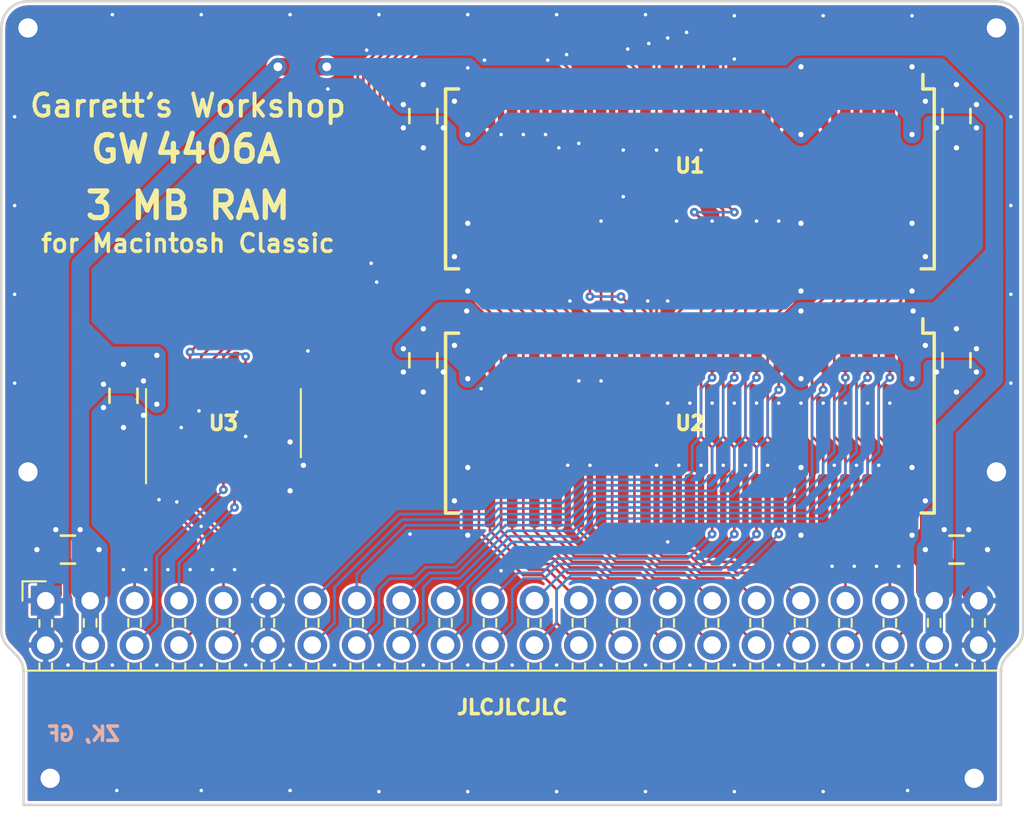
<source format=kicad_pcb>
(kicad_pcb (version 20171130) (host pcbnew "(5.1.10-1-10_14)")

  (general
    (thickness 1.2)
    (drawings 21)
    (tracks 1101)
    (zones 0)
    (modules 23)
    (nets 51)
  )

  (page A4)
  (layers
    (0 F.Cu mixed)
    (31 B.Cu mixed)
    (32 B.Adhes user)
    (33 F.Adhes user)
    (34 B.Paste user)
    (35 F.Paste user)
    (36 B.SilkS user)
    (37 F.SilkS user)
    (38 B.Mask user)
    (39 F.Mask user)
    (40 Dwgs.User user)
    (41 Cmts.User user)
    (42 Eco1.User user)
    (43 Eco2.User user)
    (44 Edge.Cuts user)
    (45 Margin user)
    (46 B.CrtYd user)
    (47 F.CrtYd user)
    (48 B.Fab user)
    (49 F.Fab user)
  )

  (setup
    (last_trace_width 0.15)
    (user_trace_width 0.2)
    (user_trace_width 0.25)
    (user_trace_width 0.3)
    (user_trace_width 0.35)
    (user_trace_width 0.4)
    (user_trace_width 0.45)
    (user_trace_width 0.5)
    (user_trace_width 0.6)
    (user_trace_width 0.8)
    (user_trace_width 1)
    (trace_clearance 0.15)
    (zone_clearance 0.154)
    (zone_45_only no)
    (trace_min 0.15)
    (via_size 0.5)
    (via_drill 0.2)
    (via_min_size 0.5)
    (via_min_drill 0.2)
    (user_via 0.6 0.3)
    (user_via 0.8 0.4)
    (user_via 1 0.5)
    (uvia_size 0.3)
    (uvia_drill 0.1)
    (uvias_allowed no)
    (uvia_min_size 0.2)
    (uvia_min_drill 0.1)
    (edge_width 0.15)
    (segment_width 0.2)
    (pcb_text_width 0.3)
    (pcb_text_size 1.5 1.5)
    (mod_edge_width 0.15)
    (mod_text_size 1 1)
    (mod_text_width 0.15)
    (pad_size 1.15 0.45)
    (pad_drill 0)
    (pad_to_mask_clearance 0.075)
    (solder_mask_min_width 0.1)
    (pad_to_paste_clearance -0.0381)
    (aux_axis_origin 0 0)
    (visible_elements FFFFFFFF)
    (pcbplotparams
      (layerselection 0x210f8_ffffffff)
      (usegerberextensions true)
      (usegerberattributes false)
      (usegerberadvancedattributes false)
      (creategerberjobfile false)
      (excludeedgelayer true)
      (linewidth 0.100000)
      (plotframeref false)
      (viasonmask false)
      (mode 1)
      (useauxorigin false)
      (hpglpennumber 1)
      (hpglpenspeed 20)
      (hpglpendiameter 15.000000)
      (psnegative false)
      (psa4output false)
      (plotreference true)
      (plotvalue true)
      (plotinvisibletext false)
      (padsonsilk false)
      (subtractmaskfromsilk true)
      (outputformat 1)
      (mirror false)
      (drillshape 0)
      (scaleselection 1)
      (outputdirectory "gerber/"))
  )

  (net 0 "")
  (net 1 +5V)
  (net 2 /~WE~)
  (net 3 GND)
  (net 4 /A0)
  (net 5 /A1)
  (net 6 /A2)
  (net 7 /A3)
  (net 8 /A4)
  (net 9 /A5)
  (net 10 /A6)
  (net 11 /A7)
  (net 12 /A8)
  (net 13 /A9)
  (net 14 /~RAS~)
  (net 15 /DQ7)
  (net 16 /DQ6)
  (net 17 /DQ5)
  (net 18 /DQ4)
  (net 19 /DQ3)
  (net 20 /DQ2)
  (net 21 /DQ1)
  (net 22 /DQ0)
  (net 23 /U~CAS~C)
  (net 24 /L~CAS~C)
  (net 25 /L~CAS~1)
  (net 26 /U~CAS~1)
  (net 27 /U~CAS~D)
  (net 28 /L~CAS~D)
  (net 29 /DQ8)
  (net 30 /DQ10)
  (net 31 /DQ9)
  (net 32 /DQ11)
  (net 33 /DQ12)
  (net 34 /DQ14)
  (net 35 /DQ13)
  (net 36 /DQ15)
  (net 37 /~OE~1)
  (net 38 /~OE~0)
  (net 39 "Net-(U1-Pad11)")
  (net 40 "Net-(U1-Pad12)")
  (net 41 /U~CAS~0)
  (net 42 /L~CAS~0)
  (net 43 "Net-(U1-Pad32)")
  (net 44 "Net-(U2-Pad32)")
  (net 45 "Net-(U2-Pad12)")
  (net 46 "Net-(U2-Pad11)")
  (net 47 "Net-(U1-Pad15)")
  (net 48 "Net-(U1-Pad16)")
  (net 49 "Net-(U2-Pad16)")
  (net 50 "Net-(U2-Pad15)")

  (net_class Default "This is the default net class."
    (clearance 0.15)
    (trace_width 0.15)
    (via_dia 0.5)
    (via_drill 0.2)
    (uvia_dia 0.3)
    (uvia_drill 0.1)
    (add_net +5V)
    (add_net /A0)
    (add_net /A1)
    (add_net /A2)
    (add_net /A3)
    (add_net /A4)
    (add_net /A5)
    (add_net /A6)
    (add_net /A7)
    (add_net /A8)
    (add_net /A9)
    (add_net /DQ0)
    (add_net /DQ1)
    (add_net /DQ10)
    (add_net /DQ11)
    (add_net /DQ12)
    (add_net /DQ13)
    (add_net /DQ14)
    (add_net /DQ15)
    (add_net /DQ2)
    (add_net /DQ3)
    (add_net /DQ4)
    (add_net /DQ5)
    (add_net /DQ6)
    (add_net /DQ7)
    (add_net /DQ8)
    (add_net /DQ9)
    (add_net /L~CAS~0)
    (add_net /L~CAS~1)
    (add_net /L~CAS~C)
    (add_net /L~CAS~D)
    (add_net /U~CAS~0)
    (add_net /U~CAS~1)
    (add_net /U~CAS~C)
    (add_net /U~CAS~D)
    (add_net /~OE~0)
    (add_net /~OE~1)
    (add_net /~RAS~)
    (add_net /~WE~)
    (add_net GND)
    (add_net "Net-(U1-Pad11)")
    (add_net "Net-(U1-Pad12)")
    (add_net "Net-(U1-Pad15)")
    (add_net "Net-(U1-Pad16)")
    (add_net "Net-(U1-Pad32)")
    (add_net "Net-(U2-Pad11)")
    (add_net "Net-(U2-Pad12)")
    (add_net "Net-(U2-Pad15)")
    (add_net "Net-(U2-Pad16)")
    (add_net "Net-(U2-Pad32)")
  )

  (module stdpads:PinSocket_2x22_P2.54mm_Horizontal (layer F.Cu) (tedit 61946657) (tstamp 61A41EFC)
    (at 93.98 123.19 90)
    (descr "Through hole angled socket strip, 2x22, 2.54mm pitch, 8.51mm socket length, double cols (from Kicad 4.0.7), script generated")
    (tags "Through hole angled socket strip THT 2x22 2.54mm double row")
    (path /60D165FF)
    (fp_text reference J1 (at -5.65 -2.77 90) (layer F.SilkS) hide
      (effects (font (size 1 1) (thickness 0.15)))
    )
    (fp_text value "RAM Exp." (at -5.65 56.11 90) (layer F.Fab) hide
      (effects (font (size 1 1) (thickness 0.15)))
    )
    (fp_line (start -5.03 -1.27) (end -12.57 -1.27) (layer F.Fab) (width 0.1))
    (fp_line (start 1.8 55.15) (end 1.8 -1.75) (layer F.CrtYd) (width 0.05))
    (fp_line (start -13.05 55.15) (end 1.8 55.15) (layer F.CrtYd) (width 0.05))
    (fp_line (start -13.05 -1.75) (end -13.05 55.15) (layer F.CrtYd) (width 0.05))
    (fp_line (start 1.8 -1.75) (end -13.05 -1.75) (layer F.CrtYd) (width 0.05))
    (fp_line (start 0 -1.33) (end 1.11 -1.33) (layer F.SilkS) (width 0.12))
    (fp_line (start 1.11 -1.33) (end 1.11 0) (layer F.SilkS) (width 0.12))
    (fp_line (start -4 -1.33) (end -4 54.67) (layer F.SilkS) (width 0.12))
    (fp_line (start -1.49 53.7) (end -1.05 53.7) (layer F.SilkS) (width 0.12))
    (fp_line (start -4 53.7) (end -3.59 53.7) (layer F.SilkS) (width 0.12))
    (fp_line (start -1.49 52.98) (end -1.05 52.98) (layer F.SilkS) (width 0.12))
    (fp_line (start -4 52.98) (end -3.59 52.98) (layer F.SilkS) (width 0.12))
    (fp_line (start -1.49 51.16) (end -1.05 51.16) (layer F.SilkS) (width 0.12))
    (fp_line (start -4 51.16) (end -3.59 51.16) (layer F.SilkS) (width 0.12))
    (fp_line (start -1.49 50.44) (end -1.05 50.44) (layer F.SilkS) (width 0.12))
    (fp_line (start -4 50.44) (end -3.59 50.44) (layer F.SilkS) (width 0.12))
    (fp_line (start -1.49 48.62) (end -1.05 48.62) (layer F.SilkS) (width 0.12))
    (fp_line (start -4 48.62) (end -3.59 48.62) (layer F.SilkS) (width 0.12))
    (fp_line (start -1.49 47.9) (end -1.05 47.9) (layer F.SilkS) (width 0.12))
    (fp_line (start -4 47.9) (end -3.59 47.9) (layer F.SilkS) (width 0.12))
    (fp_line (start -1.49 46.08) (end -1.05 46.08) (layer F.SilkS) (width 0.12))
    (fp_line (start -4 46.08) (end -3.59 46.08) (layer F.SilkS) (width 0.12))
    (fp_line (start -1.49 45.36) (end -1.05 45.36) (layer F.SilkS) (width 0.12))
    (fp_line (start -4 45.36) (end -3.59 45.36) (layer F.SilkS) (width 0.12))
    (fp_line (start -1.49 43.54) (end -1.05 43.54) (layer F.SilkS) (width 0.12))
    (fp_line (start -4 43.54) (end -3.59 43.54) (layer F.SilkS) (width 0.12))
    (fp_line (start -1.49 42.82) (end -1.05 42.82) (layer F.SilkS) (width 0.12))
    (fp_line (start -4 42.82) (end -3.59 42.82) (layer F.SilkS) (width 0.12))
    (fp_line (start -1.49 41) (end -1.05 41) (layer F.SilkS) (width 0.12))
    (fp_line (start -4 41) (end -3.59 41) (layer F.SilkS) (width 0.12))
    (fp_line (start -1.49 40.28) (end -1.05 40.28) (layer F.SilkS) (width 0.12))
    (fp_line (start -4 40.28) (end -3.59 40.28) (layer F.SilkS) (width 0.12))
    (fp_line (start -1.49 38.46) (end -1.05 38.46) (layer F.SilkS) (width 0.12))
    (fp_line (start -4 38.46) (end -3.59 38.46) (layer F.SilkS) (width 0.12))
    (fp_line (start -1.49 37.74) (end -1.05 37.74) (layer F.SilkS) (width 0.12))
    (fp_line (start -4 37.74) (end -3.59 37.74) (layer F.SilkS) (width 0.12))
    (fp_line (start -1.49 35.92) (end -1.05 35.92) (layer F.SilkS) (width 0.12))
    (fp_line (start -4 35.92) (end -3.59 35.92) (layer F.SilkS) (width 0.12))
    (fp_line (start -1.49 35.2) (end -1.05 35.2) (layer F.SilkS) (width 0.12))
    (fp_line (start -4 35.2) (end -3.59 35.2) (layer F.SilkS) (width 0.12))
    (fp_line (start -1.49 33.38) (end -1.05 33.38) (layer F.SilkS) (width 0.12))
    (fp_line (start -4 33.38) (end -3.59 33.38) (layer F.SilkS) (width 0.12))
    (fp_line (start -1.49 32.66) (end -1.05 32.66) (layer F.SilkS) (width 0.12))
    (fp_line (start -4 32.66) (end -3.59 32.66) (layer F.SilkS) (width 0.12))
    (fp_line (start -1.49 30.84) (end -1.05 30.84) (layer F.SilkS) (width 0.12))
    (fp_line (start -4 30.84) (end -3.59 30.84) (layer F.SilkS) (width 0.12))
    (fp_line (start -1.49 30.12) (end -1.05 30.12) (layer F.SilkS) (width 0.12))
    (fp_line (start -4 30.12) (end -3.59 30.12) (layer F.SilkS) (width 0.12))
    (fp_line (start -1.49 28.3) (end -1.05 28.3) (layer F.SilkS) (width 0.12))
    (fp_line (start -4 28.3) (end -3.59 28.3) (layer F.SilkS) (width 0.12))
    (fp_line (start -1.49 27.58) (end -1.05 27.58) (layer F.SilkS) (width 0.12))
    (fp_line (start -4 27.58) (end -3.59 27.58) (layer F.SilkS) (width 0.12))
    (fp_line (start -1.49 25.76) (end -1.05 25.76) (layer F.SilkS) (width 0.12))
    (fp_line (start -4 25.76) (end -3.59 25.76) (layer F.SilkS) (width 0.12))
    (fp_line (start -1.49 25.04) (end -1.05 25.04) (layer F.SilkS) (width 0.12))
    (fp_line (start -4 25.04) (end -3.59 25.04) (layer F.SilkS) (width 0.12))
    (fp_line (start -1.49 23.22) (end -1.05 23.22) (layer F.SilkS) (width 0.12))
    (fp_line (start -4 23.22) (end -3.59 23.22) (layer F.SilkS) (width 0.12))
    (fp_line (start -1.49 22.5) (end -1.05 22.5) (layer F.SilkS) (width 0.12))
    (fp_line (start -4 22.5) (end -3.59 22.5) (layer F.SilkS) (width 0.12))
    (fp_line (start -1.49 20.68) (end -1.05 20.68) (layer F.SilkS) (width 0.12))
    (fp_line (start -4 20.68) (end -3.59 20.68) (layer F.SilkS) (width 0.12))
    (fp_line (start -1.49 19.96) (end -1.05 19.96) (layer F.SilkS) (width 0.12))
    (fp_line (start -4 19.96) (end -3.59 19.96) (layer F.SilkS) (width 0.12))
    (fp_line (start -1.49 18.14) (end -1.05 18.14) (layer F.SilkS) (width 0.12))
    (fp_line (start -4 18.14) (end -3.59 18.14) (layer F.SilkS) (width 0.12))
    (fp_line (start -1.49 17.42) (end -1.05 17.42) (layer F.SilkS) (width 0.12))
    (fp_line (start -4 17.42) (end -3.59 17.42) (layer F.SilkS) (width 0.12))
    (fp_line (start -1.49 15.6) (end -1.05 15.6) (layer F.SilkS) (width 0.12))
    (fp_line (start -4 15.6) (end -3.59 15.6) (layer F.SilkS) (width 0.12))
    (fp_line (start -1.49 14.88) (end -1.05 14.88) (layer F.SilkS) (width 0.12))
    (fp_line (start -4 14.88) (end -3.59 14.88) (layer F.SilkS) (width 0.12))
    (fp_line (start -1.49 13.06) (end -1.05 13.06) (layer F.SilkS) (width 0.12))
    (fp_line (start -4 13.06) (end -3.59 13.06) (layer F.SilkS) (width 0.12))
    (fp_line (start -1.49 12.34) (end -1.05 12.34) (layer F.SilkS) (width 0.12))
    (fp_line (start -4 12.34) (end -3.59 12.34) (layer F.SilkS) (width 0.12))
    (fp_line (start -1.49 10.52) (end -1.05 10.52) (layer F.SilkS) (width 0.12))
    (fp_line (start -4 10.52) (end -3.59 10.52) (layer F.SilkS) (width 0.12))
    (fp_line (start -1.49 9.8) (end -1.05 9.8) (layer F.SilkS) (width 0.12))
    (fp_line (start -4 9.8) (end -3.59 9.8) (layer F.SilkS) (width 0.12))
    (fp_line (start -1.49 7.98) (end -1.05 7.98) (layer F.SilkS) (width 0.12))
    (fp_line (start -4 7.98) (end -3.59 7.98) (layer F.SilkS) (width 0.12))
    (fp_line (start -1.49 7.26) (end -1.05 7.26) (layer F.SilkS) (width 0.12))
    (fp_line (start -4 7.26) (end -3.59 7.26) (layer F.SilkS) (width 0.12))
    (fp_line (start -1.49 5.44) (end -1.05 5.44) (layer F.SilkS) (width 0.12))
    (fp_line (start -4 5.44) (end -3.59 5.44) (layer F.SilkS) (width 0.12))
    (fp_line (start -1.49 4.72) (end -1.05 4.72) (layer F.SilkS) (width 0.12))
    (fp_line (start -4 4.72) (end -3.59 4.72) (layer F.SilkS) (width 0.12))
    (fp_line (start -1.49 2.9) (end -1.05 2.9) (layer F.SilkS) (width 0.12))
    (fp_line (start -4 2.9) (end -3.59 2.9) (layer F.SilkS) (width 0.12))
    (fp_line (start -1.49 2.18) (end -1.05 2.18) (layer F.SilkS) (width 0.12))
    (fp_line (start -4 2.18) (end -3.59 2.18) (layer F.SilkS) (width 0.12))
    (fp_line (start -1.49 0.36) (end -1.11 0.36) (layer F.SilkS) (width 0.12))
    (fp_line (start -4 0.36) (end -3.59 0.36) (layer F.SilkS) (width 0.12))
    (fp_line (start -1.49 -0.36) (end -1.11 -0.36) (layer F.SilkS) (width 0.12))
    (fp_line (start -4 -0.36) (end -3.59 -0.36) (layer F.SilkS) (width 0.12))
    (fp_line (start 0 53.64) (end 0 53.04) (layer F.Fab) (width 0.1))
    (fp_line (start -4.06 53.64) (end 0 53.64) (layer F.Fab) (width 0.1))
    (fp_line (start 0 53.04) (end -4.06 53.04) (layer F.Fab) (width 0.1))
    (fp_line (start 0 51.1) (end 0 50.5) (layer F.Fab) (width 0.1))
    (fp_line (start -4.06 51.1) (end 0 51.1) (layer F.Fab) (width 0.1))
    (fp_line (start 0 50.5) (end -4.06 50.5) (layer F.Fab) (width 0.1))
    (fp_line (start 0 48.56) (end 0 47.96) (layer F.Fab) (width 0.1))
    (fp_line (start -4.06 48.56) (end 0 48.56) (layer F.Fab) (width 0.1))
    (fp_line (start 0 47.96) (end -4.06 47.96) (layer F.Fab) (width 0.1))
    (fp_line (start 0 46.02) (end 0 45.42) (layer F.Fab) (width 0.1))
    (fp_line (start -4.06 46.02) (end 0 46.02) (layer F.Fab) (width 0.1))
    (fp_line (start 0 45.42) (end -4.06 45.42) (layer F.Fab) (width 0.1))
    (fp_line (start 0 43.48) (end 0 42.88) (layer F.Fab) (width 0.1))
    (fp_line (start -4.06 43.48) (end 0 43.48) (layer F.Fab) (width 0.1))
    (fp_line (start 0 42.88) (end -4.06 42.88) (layer F.Fab) (width 0.1))
    (fp_line (start 0 40.94) (end 0 40.34) (layer F.Fab) (width 0.1))
    (fp_line (start -4.06 40.94) (end 0 40.94) (layer F.Fab) (width 0.1))
    (fp_line (start 0 40.34) (end -4.06 40.34) (layer F.Fab) (width 0.1))
    (fp_line (start 0 38.4) (end 0 37.8) (layer F.Fab) (width 0.1))
    (fp_line (start -4.06 38.4) (end 0 38.4) (layer F.Fab) (width 0.1))
    (fp_line (start 0 37.8) (end -4.06 37.8) (layer F.Fab) (width 0.1))
    (fp_line (start 0 35.86) (end 0 35.26) (layer F.Fab) (width 0.1))
    (fp_line (start -4.06 35.86) (end 0 35.86) (layer F.Fab) (width 0.1))
    (fp_line (start 0 35.26) (end -4.06 35.26) (layer F.Fab) (width 0.1))
    (fp_line (start 0 33.32) (end 0 32.72) (layer F.Fab) (width 0.1))
    (fp_line (start -4.06 33.32) (end 0 33.32) (layer F.Fab) (width 0.1))
    (fp_line (start 0 32.72) (end -4.06 32.72) (layer F.Fab) (width 0.1))
    (fp_line (start 0 30.78) (end 0 30.18) (layer F.Fab) (width 0.1))
    (fp_line (start -4.06 30.78) (end 0 30.78) (layer F.Fab) (width 0.1))
    (fp_line (start 0 30.18) (end -4.06 30.18) (layer F.Fab) (width 0.1))
    (fp_line (start 0 28.24) (end 0 27.64) (layer F.Fab) (width 0.1))
    (fp_line (start -4.06 28.24) (end 0 28.24) (layer F.Fab) (width 0.1))
    (fp_line (start 0 27.64) (end -4.06 27.64) (layer F.Fab) (width 0.1))
    (fp_line (start 0 25.7) (end 0 25.1) (layer F.Fab) (width 0.1))
    (fp_line (start -4.06 25.7) (end 0 25.7) (layer F.Fab) (width 0.1))
    (fp_line (start 0 25.1) (end -4.06 25.1) (layer F.Fab) (width 0.1))
    (fp_line (start 0 23.16) (end 0 22.56) (layer F.Fab) (width 0.1))
    (fp_line (start -4.06 23.16) (end 0 23.16) (layer F.Fab) (width 0.1))
    (fp_line (start 0 22.56) (end -4.06 22.56) (layer F.Fab) (width 0.1))
    (fp_line (start 0 20.62) (end 0 20.02) (layer F.Fab) (width 0.1))
    (fp_line (start -4.06 20.62) (end 0 20.62) (layer F.Fab) (width 0.1))
    (fp_line (start 0 20.02) (end -4.06 20.02) (layer F.Fab) (width 0.1))
    (fp_line (start 0 18.08) (end 0 17.48) (layer F.Fab) (width 0.1))
    (fp_line (start -4.06 18.08) (end 0 18.08) (layer F.Fab) (width 0.1))
    (fp_line (start 0 17.48) (end -4.06 17.48) (layer F.Fab) (width 0.1))
    (fp_line (start 0 15.54) (end 0 14.94) (layer F.Fab) (width 0.1))
    (fp_line (start -4.06 15.54) (end 0 15.54) (layer F.Fab) (width 0.1))
    (fp_line (start 0 14.94) (end -4.06 14.94) (layer F.Fab) (width 0.1))
    (fp_line (start 0 13) (end 0 12.4) (layer F.Fab) (width 0.1))
    (fp_line (start -4.06 13) (end 0 13) (layer F.Fab) (width 0.1))
    (fp_line (start 0 12.4) (end -4.06 12.4) (layer F.Fab) (width 0.1))
    (fp_line (start 0 10.46) (end 0 9.86) (layer F.Fab) (width 0.1))
    (fp_line (start -4.06 10.46) (end 0 10.46) (layer F.Fab) (width 0.1))
    (fp_line (start 0 9.86) (end -4.06 9.86) (layer F.Fab) (width 0.1))
    (fp_line (start 0 7.92) (end 0 7.32) (layer F.Fab) (width 0.1))
    (fp_line (start -4.06 7.92) (end 0 7.92) (layer F.Fab) (width 0.1))
    (fp_line (start 0 7.32) (end -4.06 7.32) (layer F.Fab) (width 0.1))
    (fp_line (start 0 5.38) (end 0 4.78) (layer F.Fab) (width 0.1))
    (fp_line (start -4.06 5.38) (end 0 5.38) (layer F.Fab) (width 0.1))
    (fp_line (start 0 4.78) (end -4.06 4.78) (layer F.Fab) (width 0.1))
    (fp_line (start 0 2.84) (end 0 2.24) (layer F.Fab) (width 0.1))
    (fp_line (start -4.06 2.84) (end 0 2.84) (layer F.Fab) (width 0.1))
    (fp_line (start 0 2.24) (end -4.06 2.24) (layer F.Fab) (width 0.1))
    (fp_line (start 0 0.3) (end 0 -0.3) (layer F.Fab) (width 0.1))
    (fp_line (start -4.06 0.3) (end 0 0.3) (layer F.Fab) (width 0.1))
    (fp_line (start 0 -0.3) (end -4.06 -0.3) (layer F.Fab) (width 0.1))
    (fp_line (start -12.57 54.61) (end -12.57 -1.27) (layer F.Fab) (width 0.1))
    (fp_line (start -4.06 54.61) (end -12.57 54.61) (layer F.Fab) (width 0.1))
    (fp_line (start -4.06 -0.3) (end -4.06 54.61) (layer F.Fab) (width 0.1))
    (fp_line (start -5.03 -1.27) (end -4.06 -0.3) (layer F.Fab) (width 0.1))
    (fp_text user %R (at -8.315 26.67) (layer F.Fab)
      (effects (font (size 1 1) (thickness 0.15)))
    )
    (pad 44 thru_hole oval (at -2.54 53.34 90) (size 1.7 1.7) (drill 1) (layers *.Cu *.Mask)
      (net 3 GND))
    (pad 43 thru_hole oval (at 0 53.34 90) (size 1.7 1.7) (drill 1) (layers *.Cu *.Mask)
      (net 3 GND))
    (pad 42 thru_hole oval (at -2.54 50.8 90) (size 1.7 1.7) (drill 1) (layers *.Cu *.Mask)
      (net 1 +5V))
    (pad 41 thru_hole oval (at 0 50.8 90) (size 1.7 1.7) (drill 1) (layers *.Cu *.Mask)
      (net 1 +5V))
    (pad 40 thru_hole oval (at -2.54 48.26 90) (size 1.7 1.7) (drill 1) (layers *.Cu *.Mask)
      (net 35 /DQ13))
    (pad 39 thru_hole oval (at 0 48.26 90) (size 1.7 1.7) (drill 1) (layers *.Cu *.Mask)
      (net 36 /DQ15))
    (pad 38 thru_hole oval (at -2.54 45.72 90) (size 1.7 1.7) (drill 1) (layers *.Cu *.Mask)
      (net 33 /DQ12))
    (pad 37 thru_hole oval (at 0 45.72 90) (size 1.7 1.7) (drill 1) (layers *.Cu *.Mask)
      (net 34 /DQ14))
    (pad 36 thru_hole oval (at -2.54 43.18 90) (size 1.7 1.7) (drill 1) (layers *.Cu *.Mask)
      (net 14 /~RAS~))
    (pad 35 thru_hole oval (at 0 43.18 90) (size 1.7 1.7) (drill 1) (layers *.Cu *.Mask)
      (net 2 /~WE~))
    (pad 34 thru_hole oval (at -2.54 40.64 90) (size 1.7 1.7) (drill 1) (layers *.Cu *.Mask)
      (net 12 /A8))
    (pad 33 thru_hole oval (at 0 40.64 90) (size 1.7 1.7) (drill 1) (layers *.Cu *.Mask)
      (net 13 /A9))
    (pad 32 thru_hole oval (at -2.54 38.1 90) (size 1.7 1.7) (drill 1) (layers *.Cu *.Mask)
      (net 4 /A0))
    (pad 31 thru_hole oval (at 0 38.1 90) (size 1.7 1.7) (drill 1) (layers *.Cu *.Mask)
      (net 11 /A7))
    (pad 30 thru_hole oval (at -2.54 35.56 90) (size 1.7 1.7) (drill 1) (layers *.Cu *.Mask)
      (net 5 /A1))
    (pad 29 thru_hole oval (at 0 35.56 90) (size 1.7 1.7) (drill 1) (layers *.Cu *.Mask)
      (net 10 /A6))
    (pad 28 thru_hole oval (at -2.54 33.02 90) (size 1.7 1.7) (drill 1) (layers *.Cu *.Mask)
      (net 6 /A2))
    (pad 27 thru_hole oval (at 0 33.02 90) (size 1.7 1.7) (drill 1) (layers *.Cu *.Mask)
      (net 9 /A5))
    (pad 26 thru_hole oval (at -2.54 30.48 90) (size 1.7 1.7) (drill 1) (layers *.Cu *.Mask)
      (net 7 /A3))
    (pad 25 thru_hole oval (at 0 30.48 90) (size 1.7 1.7) (drill 1) (layers *.Cu *.Mask)
      (net 8 /A4))
    (pad 24 thru_hole oval (at -2.54 27.94 90) (size 1.7 1.7) (drill 1) (layers *.Cu *.Mask)
      (net 31 /DQ9))
    (pad 23 thru_hole oval (at 0 27.94 90) (size 1.7 1.7) (drill 1) (layers *.Cu *.Mask)
      (net 32 /DQ11))
    (pad 22 thru_hole oval (at -2.54 25.4 90) (size 1.7 1.7) (drill 1) (layers *.Cu *.Mask)
      (net 29 /DQ8))
    (pad 21 thru_hole oval (at 0 25.4 90) (size 1.7 1.7) (drill 1) (layers *.Cu *.Mask)
      (net 30 /DQ10))
    (pad 20 thru_hole oval (at -2.54 22.86 90) (size 1.7 1.7) (drill 1) (layers *.Cu *.Mask)
      (net 19 /DQ3))
    (pad 19 thru_hole oval (at 0 22.86 90) (size 1.7 1.7) (drill 1) (layers *.Cu *.Mask)
      (net 15 /DQ7))
    (pad 18 thru_hole oval (at -2.54 20.32 90) (size 1.7 1.7) (drill 1) (layers *.Cu *.Mask)
      (net 20 /DQ2))
    (pad 17 thru_hole oval (at 0 20.32 90) (size 1.7 1.7) (drill 1) (layers *.Cu *.Mask)
      (net 16 /DQ6))
    (pad 16 thru_hole oval (at -2.54 17.78 90) (size 1.7 1.7) (drill 1) (layers *.Cu *.Mask)
      (net 21 /DQ1))
    (pad 15 thru_hole oval (at 0 17.78 90) (size 1.7 1.7) (drill 1) (layers *.Cu *.Mask)
      (net 17 /DQ5))
    (pad 14 thru_hole oval (at -2.54 15.24 90) (size 1.7 1.7) (drill 1) (layers *.Cu *.Mask)
      (net 22 /DQ0))
    (pad 13 thru_hole oval (at 0 15.24 90) (size 1.7 1.7) (drill 1) (layers *.Cu *.Mask)
      (net 18 /DQ4))
    (pad 12 thru_hole oval (at -2.54 12.7 90) (size 1.7 1.7) (drill 1) (layers *.Cu *.Mask)
      (net 3 GND))
    (pad 11 thru_hole oval (at 0 12.7 90) (size 1.7 1.7) (drill 1) (layers *.Cu *.Mask)
      (net 3 GND))
    (pad 10 thru_hole oval (at -2.54 10.16 90) (size 1.7 1.7) (drill 1) (layers *.Cu *.Mask)
      (net 27 /U~CAS~D))
    (pad 9 thru_hole oval (at 0 10.16 90) (size 1.7 1.7) (drill 1) (layers *.Cu *.Mask)
      (net 28 /L~CAS~D))
    (pad 8 thru_hole oval (at -2.54 7.62 90) (size 1.7 1.7) (drill 1) (layers *.Cu *.Mask)
      (net 25 /L~CAS~1))
    (pad 7 thru_hole oval (at 0 7.62 90) (size 1.7 1.7) (drill 1) (layers *.Cu *.Mask)
      (net 26 /U~CAS~1))
    (pad 6 thru_hole oval (at -2.54 5.08 90) (size 1.7 1.7) (drill 1) (layers *.Cu *.Mask)
      (net 23 /U~CAS~C))
    (pad 5 thru_hole oval (at 0 5.08 90) (size 1.7 1.7) (drill 1) (layers *.Cu *.Mask)
      (net 24 /L~CAS~C))
    (pad 4 thru_hole oval (at -2.54 2.54 90) (size 1.7 1.7) (drill 1) (layers *.Cu *.Mask)
      (net 1 +5V))
    (pad 3 thru_hole oval (at 0 2.54 90) (size 1.7 1.7) (drill 1) (layers *.Cu *.Mask)
      (net 1 +5V))
    (pad 2 thru_hole oval (at -2.54 0 90) (size 1.7 1.7) (drill 1) (layers *.Cu *.Mask)
      (net 3 GND))
    (pad 1 thru_hole rect (at 0 0 90) (size 1.7 1.7) (drill 1) (layers *.Cu *.Mask)
      (net 3 GND))
    (model ${KISYS3DMOD}/Connector_PinSocket_2.54mm.3dshapes/PinSocket_2x22_P2.54mm_Horizontal.wrl
      (at (xyz 0 0 0))
      (scale (xyz 1 1 1))
      (rotate (xyz 0 0 0))
    )
  )

  (module stdpads:Fiducial (layer F.Cu) (tedit 5F0284F8) (tstamp 61A94E6A)
    (at 148.336 118.364 180)
    (descr "Circular Fiducial, 1mm bare copper top; 2mm keepout (Level A)")
    (tags marker)
    (path /5EDCCA31)
    (attr smd)
    (fp_text reference FID2 (at 0 -1.6) (layer F.SilkS) hide
      (effects (font (size 0.508 0.508) (thickness 0.127)))
    )
    (fp_text value Fiducial (at 0 1.651) (layer F.Fab) hide
      (effects (font (size 0.508 0.508) (thickness 0.127)))
    )
    (fp_circle (center 0 0) (end 1 0) (layer F.Fab) (width 0.1))
    (fp_text user %R (at 0 0) (layer F.Fab)
      (effects (font (size 0.4 0.4) (thickness 0.1)))
    )
    (pad ~ smd circle (at 0 0 180) (size 1 1) (layers F.Cu F.Mask)
      (solder_mask_margin 0.5) (clearance 0.575))
  )

  (module stdpads:Fiducial (layer F.Cu) (tedit 5F0284F8) (tstamp 60D267F1)
    (at 92.964 118.364 180)
    (descr "Circular Fiducial, 1mm bare copper top; 2mm keepout (Level A)")
    (tags marker)
    (path /5EDCC581)
    (attr smd)
    (fp_text reference FID1 (at 0 -1.6) (layer F.SilkS) hide
      (effects (font (size 0.508 0.508) (thickness 0.127)))
    )
    (fp_text value Fiducial (at 0 1.651) (layer F.Fab) hide
      (effects (font (size 0.508 0.508) (thickness 0.127)))
    )
    (fp_circle (center 0 0) (end 1 0) (layer F.Fab) (width 0.1))
    (fp_text user %R (at 0 0) (layer F.Fab)
      (effects (font (size 0.4 0.4) (thickness 0.1)))
    )
    (pad ~ smd circle (at 0 0 180) (size 1 1) (layers F.Cu F.Mask)
      (solder_mask_margin 0.5) (clearance 0.575))
  )

  (module stdpads:Fiducial (layer F.Cu) (tedit 5F0284F8) (tstamp 61A4205C)
    (at 144.526 133.35 180)
    (descr "Circular Fiducial, 1mm bare copper top; 2mm keepout (Level A)")
    (tags marker)
    (path /5EDCCCF0)
    (attr smd)
    (fp_text reference FID6 (at 0 -1.6) (layer F.SilkS) hide
      (effects (font (size 0.508 0.508) (thickness 0.127)))
    )
    (fp_text value Fiducial (at 0 1.651) (layer F.Fab) hide
      (effects (font (size 0.508 0.508) (thickness 0.127)))
    )
    (fp_circle (center 0 0) (end 1 0) (layer F.Fab) (width 0.1))
    (fp_text user %R (at 0 0) (layer F.Fab)
      (effects (font (size 0.4 0.4) (thickness 0.1)))
    )
    (pad ~ smd circle (at 0 0 180) (size 1 1) (layers F.Cu F.Mask)
      (solder_mask_margin 0.5) (clearance 0.575))
  )

  (module stdpads:PasteHole_1.1mm_PTH (layer F.Cu) (tedit 5E892B4B) (tstamp 61B72ADF)
    (at 94.234 133.35 180)
    (descr "Circular Fiducial, 1mm bare copper top; 2mm keepout (Level A)")
    (tags marker)
    (path /5EDC8F0F)
    (zone_connect 2)
    (attr virtual)
    (fp_text reference H5 (at 0 0) (layer F.Fab)
      (effects (font (size 0.4 0.4) (thickness 0.1)))
    )
    (fp_text value " " (at 0 2) (layer F.Fab) hide
      (effects (font (size 0.508 0.508) (thickness 0.127)))
    )
    (fp_circle (center 0 0) (end 1 0) (layer F.Fab) (width 0.1))
    (pad 1 thru_hole circle (at 0 0 180) (size 2 2) (drill 1.1) (layers *.Cu *.Mask)
      (net 3 GND) (zone_connect 2))
  )

  (module stdpads:PasteHole_1.1mm_PTH (layer F.Cu) (tedit 5E892B4B) (tstamp 61A935EF)
    (at 147.066 133.35 180)
    (descr "Circular Fiducial, 1mm bare copper top; 2mm keepout (Level A)")
    (tags marker)
    (path /5EE01FE0)
    (zone_connect 2)
    (attr virtual)
    (fp_text reference H6 (at 0 0) (layer F.Fab)
      (effects (font (size 0.4 0.4) (thickness 0.1)))
    )
    (fp_text value " " (at 0 2) (layer F.Fab) hide
      (effects (font (size 0.508 0.508) (thickness 0.127)))
    )
    (fp_circle (center 0 0) (end 1 0) (layer F.Fab) (width 0.1))
    (pad 1 thru_hole circle (at 0 0 180) (size 2 2) (drill 1.1) (layers *.Cu *.Mask)
      (net 3 GND) (zone_connect 2))
  )

  (module stdpads:Fiducial (layer F.Cu) (tedit 5F0284F8) (tstamp 61A937C3)
    (at 96.774 133.35 180)
    (descr "Circular Fiducial, 1mm bare copper top; 2mm keepout (Level A)")
    (tags marker)
    (path /5EDCCFC0)
    (attr smd)
    (fp_text reference FID5 (at 0 -1.6) (layer F.SilkS) hide
      (effects (font (size 0.508 0.508) (thickness 0.127)))
    )
    (fp_text value Fiducial (at 0 1.651) (layer F.Fab) hide
      (effects (font (size 0.508 0.508) (thickness 0.127)))
    )
    (fp_circle (center 0 0) (end 1 0) (layer F.Fab) (width 0.1))
    (fp_text user %R (at 0 0) (layer F.Fab)
      (effects (font (size 0.4 0.4) (thickness 0.1)))
    )
    (pad ~ smd circle (at 0 0 180) (size 1 1) (layers F.Cu F.Mask)
      (solder_mask_margin 0.5) (clearance 0.575))
  )

  (module stdpads:C_0805 (layer F.Cu) (tedit 5F02840E) (tstamp 60CF834F)
    (at 115.57 109.435 270)
    (tags capacitor)
    (path /60C16BCD)
    (solder_mask_margin 0.05)
    (solder_paste_margin -0.025)
    (attr smd)
    (fp_text reference C4 (at 0 0 270) (layer F.Fab)
      (effects (font (size 0.254 0.254) (thickness 0.0635)))
    )
    (fp_text value 2u2 (at 0 0.35 90) (layer F.Fab)
      (effects (font (size 0.254 0.254) (thickness 0.0635)))
    )
    (fp_line (start -1 0.625) (end -1 -0.625) (layer F.Fab) (width 0.15))
    (fp_line (start -1 -0.625) (end 1 -0.625) (layer F.Fab) (width 0.15))
    (fp_line (start 1 -0.625) (end 1 0.625) (layer F.Fab) (width 0.15))
    (fp_line (start 1 0.625) (end -1 0.625) (layer F.Fab) (width 0.15))
    (fp_line (start -0.4064 -0.8) (end 0.4064 -0.8) (layer F.SilkS) (width 0.1524))
    (fp_line (start -0.4064 0.8) (end 0.4064 0.8) (layer F.SilkS) (width 0.1524))
    (fp_line (start -1.7 1) (end -1.7 -1) (layer F.CrtYd) (width 0.05))
    (fp_line (start -1.7 -1) (end 1.7 -1) (layer F.CrtYd) (width 0.05))
    (fp_line (start 1.7 -1) (end 1.7 1) (layer F.CrtYd) (width 0.05))
    (fp_line (start 1.7 1) (end -1.7 1) (layer F.CrtYd) (width 0.05))
    (fp_text user %R (at 0 0 270) (layer F.SilkS) hide
      (effects (font (size 0.254 0.254) (thickness 0.0635)))
    )
    (pad 2 smd roundrect (at 0.85 0 270) (size 1.05 1.4) (layers F.Cu F.Paste F.Mask) (roundrect_rratio 0.25)
      (net 3 GND))
    (pad 1 smd roundrect (at -0.85 0 270) (size 1.05 1.4) (layers F.Cu F.Paste F.Mask) (roundrect_rratio 0.25)
      (net 1 +5V))
    (model ${KISYS3DMOD}/Capacitor_SMD.3dshapes/C_0805_2012Metric.wrl
      (at (xyz 0 0 0))
      (scale (xyz 1 1 1))
      (rotate (xyz 0 0 0))
    )
  )

  (module stdpads:C_0805 (layer F.Cu) (tedit 5F02840E) (tstamp 61B6FF1A)
    (at 146.05 120.269)
    (tags capacitor)
    (path /60C16BC7)
    (solder_mask_margin 0.05)
    (solder_paste_margin -0.025)
    (attr smd)
    (fp_text reference C2 (at 0 0 180) (layer F.Fab)
      (effects (font (size 0.254 0.254) (thickness 0.0635)))
    )
    (fp_text value 2u2 (at 0 0.35) (layer F.Fab)
      (effects (font (size 0.254 0.254) (thickness 0.0635)))
    )
    (fp_line (start -1 0.625) (end -1 -0.625) (layer F.Fab) (width 0.15))
    (fp_line (start -1 -0.625) (end 1 -0.625) (layer F.Fab) (width 0.15))
    (fp_line (start 1 -0.625) (end 1 0.625) (layer F.Fab) (width 0.15))
    (fp_line (start 1 0.625) (end -1 0.625) (layer F.Fab) (width 0.15))
    (fp_line (start -0.4064 -0.8) (end 0.4064 -0.8) (layer F.SilkS) (width 0.1524))
    (fp_line (start -0.4064 0.8) (end 0.4064 0.8) (layer F.SilkS) (width 0.1524))
    (fp_line (start -1.7 1) (end -1.7 -1) (layer F.CrtYd) (width 0.05))
    (fp_line (start -1.7 -1) (end 1.7 -1) (layer F.CrtYd) (width 0.05))
    (fp_line (start 1.7 -1) (end 1.7 1) (layer F.CrtYd) (width 0.05))
    (fp_line (start 1.7 1) (end -1.7 1) (layer F.CrtYd) (width 0.05))
    (fp_text user %R (at 0 0 180) (layer F.SilkS) hide
      (effects (font (size 0.254 0.254) (thickness 0.0635)))
    )
    (pad 2 smd roundrect (at 0.85 0) (size 1.05 1.4) (layers F.Cu F.Paste F.Mask) (roundrect_rratio 0.25)
      (net 3 GND))
    (pad 1 smd roundrect (at -0.85 0) (size 1.05 1.4) (layers F.Cu F.Paste F.Mask) (roundrect_rratio 0.25)
      (net 1 +5V))
    (model ${KISYS3DMOD}/Capacitor_SMD.3dshapes/C_0805_2012Metric.wrl
      (at (xyz 0 0 0))
      (scale (xyz 1 1 1))
      (rotate (xyz 0 0 0))
    )
  )

  (module stdpads:PasteHole_1.1mm_PTH (layer F.Cu) (tedit 5E892B4B) (tstamp 60D0C78E)
    (at 92.964 90.424)
    (descr "Circular Fiducial, 1mm bare copper top; 2mm keepout (Level A)")
    (tags marker)
    (path /5EE01FE0)
    (zone_connect 2)
    (attr virtual)
    (fp_text reference H1 (at 0 0) (layer F.Fab)
      (effects (font (size 0.4 0.4) (thickness 0.1)))
    )
    (fp_text value " " (at 0 2) (layer F.Fab) hide
      (effects (font (size 0.508 0.508) (thickness 0.127)))
    )
    (fp_circle (center 0 0) (end 1 0) (layer F.Fab) (width 0.1))
    (pad 1 thru_hole circle (at 0 0) (size 2 2) (drill 1.1) (layers *.Cu *.Mask)
      (net 3 GND) (zone_connect 2))
  )

  (module stdpads:Fiducial (layer F.Cu) (tedit 5F0284F8) (tstamp 5EC8CE02)
    (at 95.504 90.424)
    (descr "Circular Fiducial, 1mm bare copper top; 2mm keepout (Level A)")
    (tags marker)
    (path /5EDCCCF0)
    (attr smd)
    (fp_text reference FID3 (at 0 -1.6) (layer F.SilkS) hide
      (effects (font (size 0.508 0.508) (thickness 0.127)))
    )
    (fp_text value Fiducial (at 0 1.651) (layer F.Fab) hide
      (effects (font (size 0.508 0.508) (thickness 0.127)))
    )
    (fp_circle (center 0 0) (end 1 0) (layer F.Fab) (width 0.1))
    (fp_text user %R (at 0 0) (layer F.Fab)
      (effects (font (size 0.4 0.4) (thickness 0.1)))
    )
    (pad ~ smd circle (at 0 0) (size 1 1) (layers F.Cu F.Mask)
      (solder_mask_margin 0.5) (clearance 0.575))
  )

  (module stdpads:Fiducial (layer F.Cu) (tedit 5F0284F8) (tstamp 60CF8EF4)
    (at 145.796 90.424)
    (descr "Circular Fiducial, 1mm bare copper top; 2mm keepout (Level A)")
    (tags marker)
    (path /5EDCCFC0)
    (attr smd)
    (fp_text reference FID4 (at 0 -1.6) (layer F.SilkS) hide
      (effects (font (size 0.508 0.508) (thickness 0.127)))
    )
    (fp_text value Fiducial (at 0 1.651) (layer F.Fab) hide
      (effects (font (size 0.508 0.508) (thickness 0.127)))
    )
    (fp_circle (center 0 0) (end 1 0) (layer F.Fab) (width 0.1))
    (fp_text user %R (at 0 0) (layer F.Fab)
      (effects (font (size 0.4 0.4) (thickness 0.1)))
    )
    (pad ~ smd circle (at 0 0) (size 1 1) (layers F.Cu F.Mask)
      (solder_mask_margin 0.5) (clearance 0.575))
  )

  (module stdpads:PasteHole_1.1mm_PTH (layer F.Cu) (tedit 5E892B4B) (tstamp 61A95182)
    (at 92.964 115.824 180)
    (descr "Circular Fiducial, 1mm bare copper top; 2mm keepout (Level A)")
    (tags marker)
    (path /5EE01FE6)
    (zone_connect 2)
    (attr virtual)
    (fp_text reference H2 (at 0 0) (layer F.Fab)
      (effects (font (size 0.4 0.4) (thickness 0.1)))
    )
    (fp_text value " " (at 0 2) (layer F.Fab) hide
      (effects (font (size 0.508 0.508) (thickness 0.127)))
    )
    (fp_circle (center 0 0) (end 1 0) (layer F.Fab) (width 0.1))
    (pad 1 thru_hole circle (at 0 0 180) (size 2 2) (drill 1.1) (layers *.Cu *.Mask)
      (net 3 GND) (zone_connect 2))
  )

  (module stdpads:PasteHole_1.1mm_PTH (layer F.Cu) (tedit 5E892B4B) (tstamp 61A951A3)
    (at 148.336 115.824 180)
    (descr "Circular Fiducial, 1mm bare copper top; 2mm keepout (Level A)")
    (tags marker)
    (path /5EDC8F09)
    (zone_connect 2)
    (attr virtual)
    (fp_text reference H3 (at 0 0) (layer F.Fab)
      (effects (font (size 0.4 0.4) (thickness 0.1)))
    )
    (fp_text value " " (at 0 2) (layer F.Fab) hide
      (effects (font (size 0.508 0.508) (thickness 0.127)))
    )
    (fp_circle (center 0 0) (end 1 0) (layer F.Fab) (width 0.1))
    (pad 1 thru_hole circle (at 0 0 180) (size 2 2) (drill 1.1) (layers *.Cu *.Mask)
      (net 3 GND) (zone_connect 2))
  )

  (module stdpads:PasteHole_1.1mm_PTH (layer F.Cu) (tedit 5E892B4B) (tstamp 60D26825)
    (at 148.336 90.424)
    (descr "Circular Fiducial, 1mm bare copper top; 2mm keepout (Level A)")
    (tags marker)
    (path /5EDC8F0F)
    (zone_connect 2)
    (attr virtual)
    (fp_text reference H4 (at 0 0) (layer F.Fab)
      (effects (font (size 0.4 0.4) (thickness 0.1)))
    )
    (fp_text value " " (at 0 2) (layer F.Fab) hide
      (effects (font (size 0.508 0.508) (thickness 0.127)))
    )
    (fp_circle (center 0 0) (end 1 0) (layer F.Fab) (width 0.1))
    (pad 1 thru_hole circle (at 0 0) (size 2 2) (drill 1.1) (layers *.Cu *.Mask)
      (net 3 GND) (zone_connect 2))
  )

  (module stdpads:C_0805 (layer F.Cu) (tedit 5F02840E) (tstamp 61B6FF9A)
    (at 146.05 95.465 270)
    (tags capacitor)
    (path /60C1316B)
    (solder_mask_margin 0.05)
    (solder_paste_margin -0.025)
    (attr smd)
    (fp_text reference C7 (at 0 0 270) (layer F.Fab)
      (effects (font (size 0.254 0.254) (thickness 0.0635)))
    )
    (fp_text value 2u2 (at 0 0.35 90) (layer F.Fab)
      (effects (font (size 0.254 0.254) (thickness 0.0635)))
    )
    (fp_line (start -1 0.625) (end -1 -0.625) (layer F.Fab) (width 0.15))
    (fp_line (start -1 -0.625) (end 1 -0.625) (layer F.Fab) (width 0.15))
    (fp_line (start 1 -0.625) (end 1 0.625) (layer F.Fab) (width 0.15))
    (fp_line (start 1 0.625) (end -1 0.625) (layer F.Fab) (width 0.15))
    (fp_line (start -0.4064 -0.8) (end 0.4064 -0.8) (layer F.SilkS) (width 0.1524))
    (fp_line (start -0.4064 0.8) (end 0.4064 0.8) (layer F.SilkS) (width 0.1524))
    (fp_line (start -1.7 1) (end -1.7 -1) (layer F.CrtYd) (width 0.05))
    (fp_line (start -1.7 -1) (end 1.7 -1) (layer F.CrtYd) (width 0.05))
    (fp_line (start 1.7 -1) (end 1.7 1) (layer F.CrtYd) (width 0.05))
    (fp_line (start 1.7 1) (end -1.7 1) (layer F.CrtYd) (width 0.05))
    (fp_text user %R (at 0 0 270) (layer F.SilkS) hide
      (effects (font (size 0.254 0.254) (thickness 0.0635)))
    )
    (pad 2 smd roundrect (at 0.85 0 270) (size 1.05 1.4) (layers F.Cu F.Paste F.Mask) (roundrect_rratio 0.25)
      (net 3 GND))
    (pad 1 smd roundrect (at -0.85 0 270) (size 1.05 1.4) (layers F.Cu F.Paste F.Mask) (roundrect_rratio 0.25)
      (net 1 +5V))
    (model ${KISYS3DMOD}/Capacitor_SMD.3dshapes/C_0805_2012Metric.wrl
      (at (xyz 0 0 0))
      (scale (xyz 1 1 1))
      (rotate (xyz 0 0 0))
    )
  )

  (module stdpads:C_0805 (layer F.Cu) (tedit 5F02840E) (tstamp 61B6FFDA)
    (at 115.57 95.465 270)
    (tags capacitor)
    (path /60C1314C)
    (solder_mask_margin 0.05)
    (solder_paste_margin -0.025)
    (attr smd)
    (fp_text reference C6 (at 0 0 270) (layer F.Fab)
      (effects (font (size 0.254 0.254) (thickness 0.0635)))
    )
    (fp_text value 2u2 (at 0 0.35 90) (layer F.Fab)
      (effects (font (size 0.254 0.254) (thickness 0.0635)))
    )
    (fp_line (start -1 0.625) (end -1 -0.625) (layer F.Fab) (width 0.15))
    (fp_line (start -1 -0.625) (end 1 -0.625) (layer F.Fab) (width 0.15))
    (fp_line (start 1 -0.625) (end 1 0.625) (layer F.Fab) (width 0.15))
    (fp_line (start 1 0.625) (end -1 0.625) (layer F.Fab) (width 0.15))
    (fp_line (start -0.4064 -0.8) (end 0.4064 -0.8) (layer F.SilkS) (width 0.1524))
    (fp_line (start -0.4064 0.8) (end 0.4064 0.8) (layer F.SilkS) (width 0.1524))
    (fp_line (start -1.7 1) (end -1.7 -1) (layer F.CrtYd) (width 0.05))
    (fp_line (start -1.7 -1) (end 1.7 -1) (layer F.CrtYd) (width 0.05))
    (fp_line (start 1.7 -1) (end 1.7 1) (layer F.CrtYd) (width 0.05))
    (fp_line (start 1.7 1) (end -1.7 1) (layer F.CrtYd) (width 0.05))
    (fp_text user %R (at 0 0 270) (layer F.SilkS) hide
      (effects (font (size 0.254 0.254) (thickness 0.0635)))
    )
    (pad 2 smd roundrect (at 0.85 0 270) (size 1.05 1.4) (layers F.Cu F.Paste F.Mask) (roundrect_rratio 0.25)
      (net 3 GND))
    (pad 1 smd roundrect (at -0.85 0 270) (size 1.05 1.4) (layers F.Cu F.Paste F.Mask) (roundrect_rratio 0.25)
      (net 1 +5V))
    (model ${KISYS3DMOD}/Capacitor_SMD.3dshapes/C_0805_2012Metric.wrl
      (at (xyz 0 0 0))
      (scale (xyz 1 1 1))
      (rotate (xyz 0 0 0))
    )
  )

  (module stdpads:C_0805 (layer F.Cu) (tedit 5F02840E) (tstamp 60CF88D1)
    (at 146.05 109.435 270)
    (tags capacitor)
    (path /60C13161)
    (solder_mask_margin 0.05)
    (solder_paste_margin -0.025)
    (attr smd)
    (fp_text reference C5 (at 0 0 270) (layer F.Fab)
      (effects (font (size 0.254 0.254) (thickness 0.0635)))
    )
    (fp_text value 2u2 (at 0 0.35 90) (layer F.Fab)
      (effects (font (size 0.254 0.254) (thickness 0.0635)))
    )
    (fp_line (start 1.7 1) (end -1.7 1) (layer F.CrtYd) (width 0.05))
    (fp_line (start 1.7 -1) (end 1.7 1) (layer F.CrtYd) (width 0.05))
    (fp_line (start -1.7 -1) (end 1.7 -1) (layer F.CrtYd) (width 0.05))
    (fp_line (start -1.7 1) (end -1.7 -1) (layer F.CrtYd) (width 0.05))
    (fp_line (start -0.4064 0.8) (end 0.4064 0.8) (layer F.SilkS) (width 0.1524))
    (fp_line (start -0.4064 -0.8) (end 0.4064 -0.8) (layer F.SilkS) (width 0.1524))
    (fp_line (start 1 0.625) (end -1 0.625) (layer F.Fab) (width 0.15))
    (fp_line (start 1 -0.625) (end 1 0.625) (layer F.Fab) (width 0.15))
    (fp_line (start -1 -0.625) (end 1 -0.625) (layer F.Fab) (width 0.15))
    (fp_line (start -1 0.625) (end -1 -0.625) (layer F.Fab) (width 0.15))
    (fp_text user %R (at 0 0 270) (layer F.SilkS) hide
      (effects (font (size 0.254 0.254) (thickness 0.0635)))
    )
    (pad 1 smd roundrect (at -0.85 0 270) (size 1.05 1.4) (layers F.Cu F.Paste F.Mask) (roundrect_rratio 0.25)
      (net 1 +5V))
    (pad 2 smd roundrect (at 0.85 0 270) (size 1.05 1.4) (layers F.Cu F.Paste F.Mask) (roundrect_rratio 0.25)
      (net 3 GND))
    (model ${KISYS3DMOD}/Capacitor_SMD.3dshapes/C_0805_2012Metric.wrl
      (at (xyz 0 0 0))
      (scale (xyz 1 1 1))
      (rotate (xyz 0 0 0))
    )
  )

  (module stdpads:C_0805 (layer F.Cu) (tedit 5F02840E) (tstamp 61B6FF5A)
    (at 98.425 111.467 270)
    (tags capacitor)
    (path /60C16BD9)
    (solder_mask_margin 0.05)
    (solder_paste_margin -0.025)
    (attr smd)
    (fp_text reference C3 (at 0 0 270) (layer F.Fab)
      (effects (font (size 0.254 0.254) (thickness 0.0635)))
    )
    (fp_text value 2u2 (at 0 0.35 90) (layer F.Fab)
      (effects (font (size 0.254 0.254) (thickness 0.0635)))
    )
    (fp_line (start 1.7 1) (end -1.7 1) (layer F.CrtYd) (width 0.05))
    (fp_line (start 1.7 -1) (end 1.7 1) (layer F.CrtYd) (width 0.05))
    (fp_line (start -1.7 -1) (end 1.7 -1) (layer F.CrtYd) (width 0.05))
    (fp_line (start -1.7 1) (end -1.7 -1) (layer F.CrtYd) (width 0.05))
    (fp_line (start -0.4064 0.8) (end 0.4064 0.8) (layer F.SilkS) (width 0.1524))
    (fp_line (start -0.4064 -0.8) (end 0.4064 -0.8) (layer F.SilkS) (width 0.1524))
    (fp_line (start 1 0.625) (end -1 0.625) (layer F.Fab) (width 0.15))
    (fp_line (start 1 -0.625) (end 1 0.625) (layer F.Fab) (width 0.15))
    (fp_line (start -1 -0.625) (end 1 -0.625) (layer F.Fab) (width 0.15))
    (fp_line (start -1 0.625) (end -1 -0.625) (layer F.Fab) (width 0.15))
    (fp_text user %R (at 0 0 270) (layer F.SilkS) hide
      (effects (font (size 0.254 0.254) (thickness 0.0635)))
    )
    (pad 1 smd roundrect (at -0.85 0 270) (size 1.05 1.4) (layers F.Cu F.Paste F.Mask) (roundrect_rratio 0.25)
      (net 1 +5V))
    (pad 2 smd roundrect (at 0.85 0 270) (size 1.05 1.4) (layers F.Cu F.Paste F.Mask) (roundrect_rratio 0.25)
      (net 3 GND))
    (model ${KISYS3DMOD}/Capacitor_SMD.3dshapes/C_0805_2012Metric.wrl
      (at (xyz 0 0 0))
      (scale (xyz 1 1 1))
      (rotate (xyz 0 0 0))
    )
  )

  (module stdpads:SOIC-14_3.9mm (layer F.Cu) (tedit 5FDA0188) (tstamp 61B685E0)
    (at 104.14 113.03)
    (descr "SOIC, 16 Pin (JEDEC MS-012AC, https://www.analog.com/media/en/package-pcb-resources/package/pkg_pdf/soic_narrow-r/r_16.pdf), generated with kicad-footprint-generator ipc_gullwing_generator.py")
    (tags "SOIC SO")
    (path /60D271A2)
    (solder_mask_margin 0.05)
    (solder_paste_margin -0.025)
    (attr smd)
    (fp_text reference U3 (at 0 0 180) (layer F.Fab)
      (effects (font (size 0.8128 0.8128) (thickness 0.2032)))
    )
    (fp_text value 74HCT08D (at 0 1.016 180) (layer F.Fab)
      (effects (font (size 0.508 0.508) (thickness 0.127)))
    )
    (fp_line (start -3.34 1.95) (end -4.315 0.975) (layer F.Fab) (width 0.1))
    (fp_line (start 4.315 1.95) (end -3.34 1.95) (layer F.Fab) (width 0.1))
    (fp_line (start 4.315 -1.95) (end 4.315 1.95) (layer F.Fab) (width 0.1))
    (fp_line (start -4.315 -1.95) (end 4.315 -1.95) (layer F.Fab) (width 0.1))
    (fp_line (start -4.315 0.975) (end -4.315 -1.95) (layer F.Fab) (width 0.1))
    (fp_line (start -4.425 0) (end -4.425 3.45) (layer F.SilkS) (width 0.12))
    (fp_line (start -4.425 0) (end -4.425 -1.95) (layer F.SilkS) (width 0.12))
    (fp_line (start 4.425 0) (end 4.425 1.95) (layer F.SilkS) (width 0.12))
    (fp_line (start 4.425 0) (end 4.425 -1.95) (layer F.SilkS) (width 0.12))
    (fp_line (start 4.565 3.7) (end 4.565 -3.7) (layer F.CrtYd) (width 0.05))
    (fp_line (start -4.565 3.7) (end 4.565 3.7) (layer F.CrtYd) (width 0.05))
    (fp_line (start -4.565 -3.7) (end -4.565 3.7) (layer F.CrtYd) (width 0.05))
    (fp_line (start 4.565 -3.7) (end -4.565 -3.7) (layer F.CrtYd) (width 0.05))
    (fp_text user %R (at 0 0 180) (layer F.SilkS)
      (effects (font (size 0.8128 0.8128) (thickness 0.2032)))
    )
    (pad 14 smd roundrect (at -3.81 -2.475 90) (size 1.95 0.6) (layers F.Cu F.Paste F.Mask) (roundrect_rratio 0.25)
      (net 1 +5V))
    (pad 7 smd roundrect (at 3.81 2.475 90) (size 1.95 0.6) (layers F.Cu F.Paste F.Mask) (roundrect_rratio 0.25)
      (net 3 GND))
    (pad 12 smd roundrect (at -1.27 -2.475 90) (size 1.95 0.6) (layers F.Cu F.Paste F.Mask) (roundrect_rratio 0.25)
      (net 26 /U~CAS~1))
    (pad 8 smd roundrect (at 3.81 -2.475 90) (size 1.95 0.6) (layers F.Cu F.Paste F.Mask) (roundrect_rratio 0.25)
      (net 38 /~OE~0))
    (pad 13 smd roundrect (at -2.54 -2.475 90) (size 1.95 0.6) (layers F.Cu F.Paste F.Mask) (roundrect_rratio 0.25)
      (net 25 /L~CAS~1))
    (pad 6 smd roundrect (at 2.54 2.475 90) (size 1.95 0.6) (layers F.Cu F.Paste F.Mask) (roundrect_rratio 0.25)
      (net 41 /U~CAS~0))
    (pad 9 smd roundrect (at 2.54 -2.475 90) (size 1.95 0.6) (layers F.Cu F.Paste F.Mask) (roundrect_rratio 0.25)
      (net 41 /U~CAS~0))
    (pad 10 smd roundrect (at 1.27 -2.475 90) (size 1.95 0.6) (layers F.Cu F.Paste F.Mask) (roundrect_rratio 0.25)
      (net 42 /L~CAS~0))
    (pad 11 smd roundrect (at 0 -2.475 90) (size 1.95 0.6) (layers F.Cu F.Paste F.Mask) (roundrect_rratio 0.25)
      (net 37 /~OE~1))
    (pad 2 smd roundrect (at -2.54 2.475 90) (size 1.95 0.6) (layers F.Cu F.Paste F.Mask) (roundrect_rratio 0.25)
      (net 28 /L~CAS~D))
    (pad 1 smd roundrect (at -3.81 2.475 90) (size 1.95 0.6) (layers F.Cu F.Paste F.Mask) (roundrect_rratio 0.25)
      (net 24 /L~CAS~C))
    (pad 4 smd roundrect (at 0 2.475 90) (size 1.95 0.6) (layers F.Cu F.Paste F.Mask) (roundrect_rratio 0.25)
      (net 23 /U~CAS~C))
    (pad 3 smd roundrect (at -1.27 2.475 90) (size 1.95 0.6) (layers F.Cu F.Paste F.Mask) (roundrect_rratio 0.25)
      (net 42 /L~CAS~0))
    (pad 5 smd roundrect (at 1.27 2.475 90) (size 1.95 0.6) (layers F.Cu F.Paste F.Mask) (roundrect_rratio 0.25)
      (net 27 /U~CAS~D))
    (model ${KISYS3DMOD}/Package_SO.3dshapes/SOIC-14_3.9x8.7mm_P1.27mm.wrl
      (at (xyz 0 0 0))
      (scale (xyz 1 1 1))
      (rotate (xyz 0 0 -90))
    )
  )

  (module stdpads:C_0805 (layer F.Cu) (tedit 5F02840E) (tstamp 60CF86E8)
    (at 95.25 120.269 180)
    (tags capacitor)
    (path /60C16BD3)
    (solder_mask_margin 0.05)
    (solder_paste_margin -0.025)
    (attr smd)
    (fp_text reference C1 (at 0 0 180) (layer F.Fab)
      (effects (font (size 0.254 0.254) (thickness 0.0635)))
    )
    (fp_text value 2u2 (at 0 0.35) (layer F.Fab)
      (effects (font (size 0.254 0.254) (thickness 0.0635)))
    )
    (fp_line (start 1.7 1) (end -1.7 1) (layer F.CrtYd) (width 0.05))
    (fp_line (start 1.7 -1) (end 1.7 1) (layer F.CrtYd) (width 0.05))
    (fp_line (start -1.7 -1) (end 1.7 -1) (layer F.CrtYd) (width 0.05))
    (fp_line (start -1.7 1) (end -1.7 -1) (layer F.CrtYd) (width 0.05))
    (fp_line (start -0.4064 0.8) (end 0.4064 0.8) (layer F.SilkS) (width 0.1524))
    (fp_line (start -0.4064 -0.8) (end 0.4064 -0.8) (layer F.SilkS) (width 0.1524))
    (fp_line (start 1 0.625) (end -1 0.625) (layer F.Fab) (width 0.15))
    (fp_line (start 1 -0.625) (end 1 0.625) (layer F.Fab) (width 0.15))
    (fp_line (start -1 -0.625) (end 1 -0.625) (layer F.Fab) (width 0.15))
    (fp_line (start -1 0.625) (end -1 -0.625) (layer F.Fab) (width 0.15))
    (fp_text user %R (at 0 0 180) (layer F.SilkS) hide
      (effects (font (size 0.254 0.254) (thickness 0.0635)))
    )
    (pad 1 smd roundrect (at -0.85 0 180) (size 1.05 1.4) (layers F.Cu F.Paste F.Mask) (roundrect_rratio 0.25)
      (net 1 +5V))
    (pad 2 smd roundrect (at 0.85 0 180) (size 1.05 1.4) (layers F.Cu F.Paste F.Mask) (roundrect_rratio 0.25)
      (net 3 GND))
    (model ${KISYS3DMOD}/Capacitor_SMD.3dshapes/C_0805_2012Metric.wrl
      (at (xyz 0 0 0))
      (scale (xyz 1 1 1))
      (rotate (xyz 0 0 0))
    )
  )

  (module stdpads:SOJ-42_400mil (layer F.Cu) (tedit 60CFFABE) (tstamp 61B67850)
    (at 130.81 99.06 270)
    (path /60CFBCF9)
    (solder_mask_margin 0.05)
    (solder_paste_margin -0.025)
    (attr smd)
    (fp_text reference U1 (at 0 0) (layer F.Fab)
      (effects (font (size 0.8128 0.8128) (thickness 0.2032)))
    )
    (fp_text value AS4C1M16F5 (at 1 0 180) (layer F.Fab)
      (effects (font (size 0.508 0.508) (thickness 0.127)))
    )
    (fp_line (start -5.145 -13.32) (end -5.969 -13.32) (layer F.SilkS) (width 0.2))
    (fp_line (start -5.08 13.97) (end 5.145 13.97) (layer F.SilkS) (width 0.2))
    (fp_line (start -5.145 -13.97) (end 5.145 -13.97) (layer F.SilkS) (width 0.2))
    (fp_line (start -5.145 13.97) (end -5.145 13.225) (layer F.SilkS) (width 0.2))
    (fp_line (start 5.145 13.97) (end 5.145 13.225) (layer F.SilkS) (width 0.2))
    (fp_line (start 5.145 -13.97) (end 5.145 -13.225) (layer F.SilkS) (width 0.2))
    (fp_line (start -5.145 -13.97) (end -5.145 -13.32) (layer F.SilkS) (width 0.2))
    (fp_line (start -6.35 14.224) (end 6.35 14.224) (layer F.CrtYd) (width 0.05))
    (fp_line (start -6.35 -14.224) (end 6.35 -14.224) (layer F.CrtYd) (width 0.05))
    (fp_line (start 6.35 -14.224) (end 6.35 14.224) (layer F.CrtYd) (width 0.05))
    (fp_line (start -6.35 -14.224) (end -6.35 14.224) (layer F.CrtYd) (width 0.05))
    (fp_line (start -5.02 -12.795) (end -4.02 -13.795) (layer F.Fab) (width 0.15))
    (fp_line (start -5.02 -12.795) (end -5.02 13.795) (layer F.Fab) (width 0.15))
    (fp_line (start 5.02 13.795) (end -5.02 13.795) (layer F.Fab) (width 0.15))
    (fp_line (start 5.02 -13.795) (end 5.02 13.795) (layer F.Fab) (width 0.15))
    (fp_line (start -4.02 -13.795) (end 5.02 -13.795) (layer F.Fab) (width 0.15))
    (fp_text user %R (at -0.762 0) (layer F.SilkS)
      (effects (font (size 0.8128 0.8128) (thickness 0.2032)))
    )
    (pad 28 smd roundrect (at 4.445 5.08 270) (size 3.048 0.6) (layers F.Cu F.Paste F.Mask) (roundrect_rratio 0.25)
      (net 13 /A9))
    (pad 27 smd roundrect (at 4.445 6.35 270) (size 3.048 0.6) (layers F.Cu F.Paste F.Mask) (roundrect_rratio 0.25)
      (net 12 /A8))
    (pad 14 smd roundrect (at -4.445 3.81 270) (size 3.048 0.6) (layers F.Cu F.Paste F.Mask) (roundrect_rratio 0.25)
      (net 14 /~RAS~))
    (pad 8 smd roundrect (at -4.445 -3.81 270) (size 3.048 0.6) (layers F.Cu F.Paste F.Mask) (roundrect_rratio 0.25)
      (net 17 /DQ5))
    (pad 6 smd roundrect (at -4.445 -6.35 270) (size 3.048 0.6) (layers F.Cu F.Paste F.Mask) (roundrect_rratio 0.25)
      (net 1 +5V))
    (pad 1 smd roundrect (at -4.445 -12.7 270) (size 3.048 0.6) (layers F.Cu F.Paste F.Mask) (roundrect_rratio 0.25)
      (net 1 +5V))
    (pad 2 smd roundrect (at -4.445 -11.43 270) (size 3.048 0.6) (layers F.Cu F.Paste F.Mask) (roundrect_rratio 0.25)
      (net 19 /DQ3))
    (pad 3 smd roundrect (at -4.445 -10.16 270) (size 3.048 0.6) (layers F.Cu F.Paste F.Mask) (roundrect_rratio 0.25)
      (net 15 /DQ7))
    (pad 4 smd roundrect (at -4.445 -8.89 270) (size 3.048 0.6) (layers F.Cu F.Paste F.Mask) (roundrect_rratio 0.25)
      (net 20 /DQ2))
    (pad 5 smd roundrect (at -4.445 -7.62 270) (size 3.048 0.6) (layers F.Cu F.Paste F.Mask) (roundrect_rratio 0.25)
      (net 16 /DQ6))
    (pad 9 smd roundrect (at -4.445 -2.54 270) (size 3.048 0.6) (layers F.Cu F.Paste F.Mask) (roundrect_rratio 0.25)
      (net 22 /DQ0))
    (pad 10 smd roundrect (at -4.445 -1.27 270) (size 3.048 0.6) (layers F.Cu F.Paste F.Mask) (roundrect_rratio 0.25)
      (net 18 /DQ4))
    (pad 11 smd roundrect (at -4.445 0 270) (size 3.048 0.6) (layers F.Cu F.Paste F.Mask) (roundrect_rratio 0.25)
      (net 39 "Net-(U1-Pad11)"))
    (pad 12 smd roundrect (at -4.445 1.27 270) (size 3.048 0.6) (layers F.Cu F.Paste F.Mask) (roundrect_rratio 0.25)
      (net 40 "Net-(U1-Pad12)"))
    (pad 13 smd roundrect (at -4.445 2.54 270) (size 3.048 0.6) (layers F.Cu F.Paste F.Mask) (roundrect_rratio 0.25)
      (net 2 /~WE~))
    (pad 22 smd roundrect (at 4.445 12.7 270) (size 3.048 0.6) (layers F.Cu F.Paste F.Mask) (roundrect_rratio 0.25)
      (net 3 GND))
    (pad 23 smd roundrect (at 4.445 11.43 270) (size 3.048 0.6) (layers F.Cu F.Paste F.Mask) (roundrect_rratio 0.25)
      (net 8 /A4))
    (pad 24 smd roundrect (at 4.445 10.16 270) (size 3.048 0.6) (layers F.Cu F.Paste F.Mask) (roundrect_rratio 0.25)
      (net 9 /A5))
    (pad 25 smd roundrect (at 4.445 8.89 270) (size 3.048 0.6) (layers F.Cu F.Paste F.Mask) (roundrect_rratio 0.25)
      (net 10 /A6))
    (pad 26 smd roundrect (at 4.445 7.62 270) (size 3.048 0.6) (layers F.Cu F.Paste F.Mask) (roundrect_rratio 0.25)
      (net 11 /A7))
    (pad 7 smd roundrect (at -4.445 -5.08 270) (size 3.048 0.6) (layers F.Cu F.Paste F.Mask) (roundrect_rratio 0.25)
      (net 21 /DQ1))
    (pad 15 smd roundrect (at -4.445 5.08 270) (size 3.048 0.6) (layers F.Cu F.Paste F.Mask) (roundrect_rratio 0.25)
      (net 47 "Net-(U1-Pad15)"))
    (pad 16 smd roundrect (at -4.445 6.35 270) (size 3.048 0.6) (layers F.Cu F.Paste F.Mask) (roundrect_rratio 0.25)
      (net 48 "Net-(U1-Pad16)"))
    (pad 17 smd roundrect (at -4.445 7.62 270) (size 3.048 0.6) (layers F.Cu F.Paste F.Mask) (roundrect_rratio 0.25)
      (net 4 /A0))
    (pad 18 smd roundrect (at -4.445 8.89 270) (size 3.048 0.6) (layers F.Cu F.Paste F.Mask) (roundrect_rratio 0.25)
      (net 5 /A1))
    (pad 19 smd roundrect (at -4.445 10.16 270) (size 3.048 0.6) (layers F.Cu F.Paste F.Mask) (roundrect_rratio 0.25)
      (net 6 /A2))
    (pad 36 smd roundrect (at 4.445 -5.08 270) (size 3.048 0.6) (layers F.Cu F.Paste F.Mask) (roundrect_rratio 0.25)
      (net 31 /DQ9))
    (pad 35 smd roundrect (at 4.445 -3.81 270) (size 3.048 0.6) (layers F.Cu F.Paste F.Mask) (roundrect_rratio 0.25)
      (net 32 /DQ11))
    (pad 29 smd roundrect (at 4.445 3.81 270) (size 3.048 0.6) (layers F.Cu F.Paste F.Mask) (roundrect_rratio 0.25)
      (net 38 /~OE~0))
    (pad 30 smd roundrect (at 4.445 2.54 270) (size 3.048 0.6) (layers F.Cu F.Paste F.Mask) (roundrect_rratio 0.25)
      (net 41 /U~CAS~0))
    (pad 31 smd roundrect (at 4.445 1.27 270) (size 3.048 0.6) (layers F.Cu F.Paste F.Mask) (roundrect_rratio 0.25)
      (net 42 /L~CAS~0))
    (pad 32 smd roundrect (at 4.445 0 270) (size 3.048 0.6) (layers F.Cu F.Paste F.Mask) (roundrect_rratio 0.25)
      (net 43 "Net-(U1-Pad32)"))
    (pad 33 smd roundrect (at 4.445 -1.27 270) (size 3.048 0.6) (layers F.Cu F.Paste F.Mask) (roundrect_rratio 0.25)
      (net 30 /DQ10))
    (pad 34 smd roundrect (at 4.445 -2.54 270) (size 3.048 0.6) (layers F.Cu F.Paste F.Mask) (roundrect_rratio 0.25)
      (net 29 /DQ8))
    (pad 37 smd roundrect (at 4.445 -6.35 270) (size 3.048 0.6) (layers F.Cu F.Paste F.Mask) (roundrect_rratio 0.25)
      (net 3 GND))
    (pad 38 smd roundrect (at 4.445 -7.62 270) (size 3.048 0.6) (layers F.Cu F.Paste F.Mask) (roundrect_rratio 0.25)
      (net 34 /DQ14))
    (pad 40 smd roundrect (at 4.445 -10.16 270) (size 3.048 0.6) (layers F.Cu F.Paste F.Mask) (roundrect_rratio 0.25)
      (net 36 /DQ15))
    (pad 39 smd roundrect (at 4.445 -8.89 270) (size 3.048 0.6) (layers F.Cu F.Paste F.Mask) (roundrect_rratio 0.25)
      (net 33 /DQ12))
    (pad 21 smd roundrect (at -4.445 12.7 270) (size 3.048 0.6) (layers F.Cu F.Paste F.Mask) (roundrect_rratio 0.25)
      (net 1 +5V))
    (pad 20 smd roundrect (at -4.445 11.43 270) (size 3.048 0.6) (layers F.Cu F.Paste F.Mask) (roundrect_rratio 0.25)
      (net 7 /A3))
    (pad 42 smd roundrect (at 4.445 -12.7 270) (size 3.048 0.6) (layers F.Cu F.Paste F.Mask) (roundrect_rratio 0.25)
      (net 3 GND))
    (pad 41 smd roundrect (at 4.445 -11.43 270) (size 3.048 0.6) (layers F.Cu F.Paste F.Mask) (roundrect_rratio 0.25)
      (net 35 /DQ13))
    (model ${KISYS3DMOD}/Package_SO.3dshapes/SOJ-36_10.16x23.49mm_P1.27mm.step
      (offset (xyz 0 -1.905 0))
      (scale (xyz 1 1 1))
      (rotate (xyz 0 0 0))
    )
    (model ${KISYS3DMOD}/Package_SO.3dshapes/SOJ-36_10.16x23.49mm_P1.27mm.step
      (offset (xyz 0 1.905 0))
      (scale (xyz 1 1 1))
      (rotate (xyz 0 0 0))
    )
  )

  (module stdpads:SOJ-42_400mil (layer F.Cu) (tedit 60CFFABE) (tstamp 61B68843)
    (at 130.81 113.03 270)
    (path /60D12031)
    (solder_mask_margin 0.05)
    (solder_paste_margin -0.025)
    (attr smd)
    (fp_text reference U2 (at 0 0) (layer F.Fab)
      (effects (font (size 0.8128 0.8128) (thickness 0.2032)))
    )
    (fp_text value AS4C1M16F5 (at 1 0 180) (layer F.Fab)
      (effects (font (size 0.508 0.508) (thickness 0.127)))
    )
    (fp_line (start -4.02 -13.795) (end 5.02 -13.795) (layer F.Fab) (width 0.15))
    (fp_line (start 5.02 -13.795) (end 5.02 13.795) (layer F.Fab) (width 0.15))
    (fp_line (start 5.02 13.795) (end -5.02 13.795) (layer F.Fab) (width 0.15))
    (fp_line (start -5.02 -12.795) (end -5.02 13.795) (layer F.Fab) (width 0.15))
    (fp_line (start -5.02 -12.795) (end -4.02 -13.795) (layer F.Fab) (width 0.15))
    (fp_line (start -6.35 -14.224) (end -6.35 14.224) (layer F.CrtYd) (width 0.05))
    (fp_line (start 6.35 -14.224) (end 6.35 14.224) (layer F.CrtYd) (width 0.05))
    (fp_line (start -6.35 -14.224) (end 6.35 -14.224) (layer F.CrtYd) (width 0.05))
    (fp_line (start -6.35 14.224) (end 6.35 14.224) (layer F.CrtYd) (width 0.05))
    (fp_line (start -5.145 -13.97) (end -5.145 -13.32) (layer F.SilkS) (width 0.2))
    (fp_line (start 5.145 -13.97) (end 5.145 -13.225) (layer F.SilkS) (width 0.2))
    (fp_line (start 5.145 13.97) (end 5.145 13.225) (layer F.SilkS) (width 0.2))
    (fp_line (start -5.145 13.97) (end -5.145 13.225) (layer F.SilkS) (width 0.2))
    (fp_line (start -5.145 -13.97) (end 5.145 -13.97) (layer F.SilkS) (width 0.2))
    (fp_line (start -5.08 13.97) (end 5.145 13.97) (layer F.SilkS) (width 0.2))
    (fp_line (start -5.145 -13.32) (end -5.969 -13.32) (layer F.SilkS) (width 0.2))
    (fp_text user %R (at 0 0) (layer F.SilkS)
      (effects (font (size 0.8128 0.8128) (thickness 0.2032)))
    )
    (pad 41 smd roundrect (at 4.445 -11.43 270) (size 3.048 0.6) (layers F.Cu F.Paste F.Mask) (roundrect_rratio 0.25)
      (net 35 /DQ13))
    (pad 42 smd roundrect (at 4.445 -12.7 270) (size 3.048 0.6) (layers F.Cu F.Paste F.Mask) (roundrect_rratio 0.25)
      (net 3 GND))
    (pad 20 smd roundrect (at -4.445 11.43 270) (size 3.048 0.6) (layers F.Cu F.Paste F.Mask) (roundrect_rratio 0.25)
      (net 7 /A3))
    (pad 21 smd roundrect (at -4.445 12.7 270) (size 3.048 0.6) (layers F.Cu F.Paste F.Mask) (roundrect_rratio 0.25)
      (net 1 +5V))
    (pad 39 smd roundrect (at 4.445 -8.89 270) (size 3.048 0.6) (layers F.Cu F.Paste F.Mask) (roundrect_rratio 0.25)
      (net 33 /DQ12))
    (pad 40 smd roundrect (at 4.445 -10.16 270) (size 3.048 0.6) (layers F.Cu F.Paste F.Mask) (roundrect_rratio 0.25)
      (net 36 /DQ15))
    (pad 38 smd roundrect (at 4.445 -7.62 270) (size 3.048 0.6) (layers F.Cu F.Paste F.Mask) (roundrect_rratio 0.25)
      (net 34 /DQ14))
    (pad 37 smd roundrect (at 4.445 -6.35 270) (size 3.048 0.6) (layers F.Cu F.Paste F.Mask) (roundrect_rratio 0.25)
      (net 3 GND))
    (pad 34 smd roundrect (at 4.445 -2.54 270) (size 3.048 0.6) (layers F.Cu F.Paste F.Mask) (roundrect_rratio 0.25)
      (net 29 /DQ8))
    (pad 33 smd roundrect (at 4.445 -1.27 270) (size 3.048 0.6) (layers F.Cu F.Paste F.Mask) (roundrect_rratio 0.25)
      (net 30 /DQ10))
    (pad 32 smd roundrect (at 4.445 0 270) (size 3.048 0.6) (layers F.Cu F.Paste F.Mask) (roundrect_rratio 0.25)
      (net 44 "Net-(U2-Pad32)"))
    (pad 31 smd roundrect (at 4.445 1.27 270) (size 3.048 0.6) (layers F.Cu F.Paste F.Mask) (roundrect_rratio 0.25)
      (net 25 /L~CAS~1))
    (pad 30 smd roundrect (at 4.445 2.54 270) (size 3.048 0.6) (layers F.Cu F.Paste F.Mask) (roundrect_rratio 0.25)
      (net 26 /U~CAS~1))
    (pad 29 smd roundrect (at 4.445 3.81 270) (size 3.048 0.6) (layers F.Cu F.Paste F.Mask) (roundrect_rratio 0.25)
      (net 37 /~OE~1))
    (pad 35 smd roundrect (at 4.445 -3.81 270) (size 3.048 0.6) (layers F.Cu F.Paste F.Mask) (roundrect_rratio 0.25)
      (net 32 /DQ11))
    (pad 36 smd roundrect (at 4.445 -5.08 270) (size 3.048 0.6) (layers F.Cu F.Paste F.Mask) (roundrect_rratio 0.25)
      (net 31 /DQ9))
    (pad 19 smd roundrect (at -4.445 10.16 270) (size 3.048 0.6) (layers F.Cu F.Paste F.Mask) (roundrect_rratio 0.25)
      (net 6 /A2))
    (pad 18 smd roundrect (at -4.445 8.89 270) (size 3.048 0.6) (layers F.Cu F.Paste F.Mask) (roundrect_rratio 0.25)
      (net 5 /A1))
    (pad 17 smd roundrect (at -4.445 7.62 270) (size 3.048 0.6) (layers F.Cu F.Paste F.Mask) (roundrect_rratio 0.25)
      (net 4 /A0))
    (pad 16 smd roundrect (at -4.445 6.35 270) (size 3.048 0.6) (layers F.Cu F.Paste F.Mask) (roundrect_rratio 0.25)
      (net 49 "Net-(U2-Pad16)"))
    (pad 15 smd roundrect (at -4.445 5.08 270) (size 3.048 0.6) (layers F.Cu F.Paste F.Mask) (roundrect_rratio 0.25)
      (net 50 "Net-(U2-Pad15)"))
    (pad 7 smd roundrect (at -4.445 -5.08 270) (size 3.048 0.6) (layers F.Cu F.Paste F.Mask) (roundrect_rratio 0.25)
      (net 21 /DQ1))
    (pad 26 smd roundrect (at 4.445 7.62 270) (size 3.048 0.6) (layers F.Cu F.Paste F.Mask) (roundrect_rratio 0.25)
      (net 11 /A7))
    (pad 25 smd roundrect (at 4.445 8.89 270) (size 3.048 0.6) (layers F.Cu F.Paste F.Mask) (roundrect_rratio 0.25)
      (net 10 /A6))
    (pad 24 smd roundrect (at 4.445 10.16 270) (size 3.048 0.6) (layers F.Cu F.Paste F.Mask) (roundrect_rratio 0.25)
      (net 9 /A5))
    (pad 23 smd roundrect (at 4.445 11.43 270) (size 3.048 0.6) (layers F.Cu F.Paste F.Mask) (roundrect_rratio 0.25)
      (net 8 /A4))
    (pad 22 smd roundrect (at 4.445 12.7 270) (size 3.048 0.6) (layers F.Cu F.Paste F.Mask) (roundrect_rratio 0.25)
      (net 3 GND))
    (pad 13 smd roundrect (at -4.445 2.54 270) (size 3.048 0.6) (layers F.Cu F.Paste F.Mask) (roundrect_rratio 0.25)
      (net 2 /~WE~))
    (pad 12 smd roundrect (at -4.445 1.27 270) (size 3.048 0.6) (layers F.Cu F.Paste F.Mask) (roundrect_rratio 0.25)
      (net 45 "Net-(U2-Pad12)"))
    (pad 11 smd roundrect (at -4.445 0 270) (size 3.048 0.6) (layers F.Cu F.Paste F.Mask) (roundrect_rratio 0.25)
      (net 46 "Net-(U2-Pad11)"))
    (pad 10 smd roundrect (at -4.445 -1.27 270) (size 3.048 0.6) (layers F.Cu F.Paste F.Mask) (roundrect_rratio 0.25)
      (net 18 /DQ4))
    (pad 9 smd roundrect (at -4.445 -2.54 270) (size 3.048 0.6) (layers F.Cu F.Paste F.Mask) (roundrect_rratio 0.25)
      (net 22 /DQ0))
    (pad 5 smd roundrect (at -4.445 -7.62 270) (size 3.048 0.6) (layers F.Cu F.Paste F.Mask) (roundrect_rratio 0.25)
      (net 16 /DQ6))
    (pad 4 smd roundrect (at -4.445 -8.89 270) (size 3.048 0.6) (layers F.Cu F.Paste F.Mask) (roundrect_rratio 0.25)
      (net 20 /DQ2))
    (pad 3 smd roundrect (at -4.445 -10.16 270) (size 3.048 0.6) (layers F.Cu F.Paste F.Mask) (roundrect_rratio 0.25)
      (net 15 /DQ7))
    (pad 2 smd roundrect (at -4.445 -11.43 270) (size 3.048 0.6) (layers F.Cu F.Paste F.Mask) (roundrect_rratio 0.25)
      (net 19 /DQ3))
    (pad 1 smd roundrect (at -4.445 -12.7 270) (size 3.048 0.6) (layers F.Cu F.Paste F.Mask) (roundrect_rratio 0.25)
      (net 1 +5V))
    (pad 6 smd roundrect (at -4.445 -6.35 270) (size 3.048 0.6) (layers F.Cu F.Paste F.Mask) (roundrect_rratio 0.25)
      (net 1 +5V))
    (pad 8 smd roundrect (at -4.445 -3.81 270) (size 3.048 0.6) (layers F.Cu F.Paste F.Mask) (roundrect_rratio 0.25)
      (net 17 /DQ5))
    (pad 14 smd roundrect (at -4.445 3.81 270) (size 3.048 0.6) (layers F.Cu F.Paste F.Mask) (roundrect_rratio 0.25)
      (net 14 /~RAS~))
    (pad 27 smd roundrect (at 4.445 6.35 270) (size 3.048 0.6) (layers F.Cu F.Paste F.Mask) (roundrect_rratio 0.25)
      (net 12 /A8))
    (pad 28 smd roundrect (at 4.445 5.08 270) (size 3.048 0.6) (layers F.Cu F.Paste F.Mask) (roundrect_rratio 0.25)
      (net 13 /A9))
    (model ${KISYS3DMOD}/Package_SO.3dshapes/SOJ-36_10.16x23.49mm_P1.27mm.step
      (offset (xyz 0 -1.905 0))
      (scale (xyz 1 1 1))
      (rotate (xyz 0 0 0))
    )
    (model ${KISYS3DMOD}/Package_SO.3dshapes/SOJ-36_10.16x23.49mm_P1.27mm.step
      (offset (xyz 0 1.905 0))
      (scale (xyz 1 1 1))
      (rotate (xyz 0 0 0))
    )
  )

  (gr_line (start 148.59 127.254) (end 148.59 134.874) (layer Edge.Cuts) (width 0.15) (tstamp 61A994E7))
  (gr_arc (start 149.86 127.254) (end 148.59 127.254) (angle 45) (layer Edge.Cuts) (width 0.15) (tstamp 61A994E6))
  (gr_line (start 149.488026 125.802526) (end 148.961974 126.355974) (layer Edge.Cuts) (width 0.15) (tstamp 61A994E5))
  (gr_arc (start 148.59 124.9045) (end 149.86 124.9045) (angle 45) (layer Edge.Cuts) (width 0.15) (tstamp 61A994E4))
  (gr_line (start 92.71 127.254) (end 92.71 134.874) (layer Edge.Cuts) (width 0.15) (tstamp 61A994E2))
  (gr_line (start 91.811974 125.802526) (end 92.338026 126.355974) (layer Edge.Cuts) (width 0.15) (tstamp 61A994E0))
  (gr_arc (start 91.44 127.254) (end 92.71 127.254) (angle -45) (layer Edge.Cuts) (width 0.15) (tstamp 61A994D6))
  (gr_arc (start 92.71 124.9045) (end 91.44 124.9045) (angle -45) (layer Edge.Cuts) (width 0.15) (tstamp 61A994BA))
  (gr_text JLCJLCJLC (at 120.65 129.286) (layer F.SilkS)
    (effects (font (size 0.8128 0.8128) (thickness 0.2032)))
  )
  (gr_text "3 MB RAM" (at 102.108 100.584) (layer F.SilkS) (tstamp 61A27E5E)
    (effects (font (size 1.524 1.524) (thickness 0.3)))
  )
  (gr_text "for Macintosh Classic" (at 102.108 102.743) (layer F.SilkS) (tstamp 61A27E6A)
    (effects (font (size 1.016 1.016) (thickness 0.2)))
  )
  (gr_text GW (at 98.2302 97.358) (layer F.SilkS) (tstamp 61A278EF)
    (effects (font (size 1.524 1.524) (thickness 0.3)))
  )
  (gr_text 4406A (at 103.8182 97.358) (layer F.SilkS) (tstamp 61A27E65)
    (effects (font (size 1.524 1.524) (thickness 0.3)))
  )
  (gr_text "Garrett’s Workshop" (at 102.108 94.869) (layer F.SilkS) (tstamp 61A278E9)
    (effects (font (size 1.27 1.27) (thickness 0.225)))
  )
  (gr_text "ZK, GF" (at 96.139 130.81) (layer B.SilkS) (tstamp 61A9B071)
    (effects (font (size 0.8128 0.8128) (thickness 0.2032)) (justify mirror))
  )
  (gr_arc (start 92.964 90.424) (end 92.964 88.9) (angle -90) (layer Edge.Cuts) (width 0.15) (tstamp 60CF8EB6))
  (gr_arc (start 148.336 90.424) (end 149.86 90.424) (angle -90) (layer Edge.Cuts) (width 0.15) (tstamp 60CF8F2D))
  (gr_line (start 148.336 88.9) (end 92.964 88.9) (layer Edge.Cuts) (width 0.15) (tstamp 60CF87C6))
  (gr_line (start 149.86 124.9045) (end 149.86 90.424) (layer Edge.Cuts) (width 0.15) (tstamp 60CF888F))
  (gr_line (start 92.71 134.874) (end 148.59 134.874) (layer Edge.Cuts) (width 0.15) (tstamp 61B731EA))
  (gr_line (start 91.44 90.424) (end 91.44 124.9045) (layer Edge.Cuts) (width 0.15) (tstamp 61B72AB0))

  (via (at 137.16 96.52) (size 0.6) (drill 0.3) (layers F.Cu B.Cu) (net 1) (tstamp 60CF892B))
  (segment (start 137.16 94.59) (end 137.16 96.52) (width 0.6) (layer F.Cu) (net 1) (tstamp 60CF89C1))
  (via (at 137.16 92.6465) (size 0.6) (drill 0.3) (layers F.Cu B.Cu) (net 1) (tstamp 60CF8B6E))
  (segment (start 137.16 94.59) (end 137.16 92.6465) (width 0.6) (layer F.Cu) (net 1) (tstamp 60CF8B7A))
  (via (at 137.16 106.6165) (size 0.6) (drill 0.3) (layers F.Cu B.Cu) (net 1) (tstamp 60CF8B7D))
  (segment (start 137.16 108.56) (end 137.16 106.6165) (width 0.6) (layer F.Cu) (net 1) (tstamp 60CF8B83))
  (via (at 137.16 110.49) (size 0.6) (drill 0.3) (layers F.Cu B.Cu) (net 1) (tstamp 60CF8B65))
  (segment (start 137.16 108.56) (end 137.16 110.49) (width 0.6) (layer F.Cu) (net 1) (tstamp 60CF8B59))
  (via (at 143.51 110.49) (size 0.6) (drill 0.3) (layers F.Cu B.Cu) (net 1))
  (segment (start 143.51 108.56) (end 143.51 110.49) (width 0.6) (layer F.Cu) (net 1))
  (via (at 143.5735 106.6165) (size 0.6) (drill 0.3) (layers F.Cu B.Cu) (net 1))
  (via (at 143.51 96.52) (size 0.6) (drill 0.3) (layers F.Cu B.Cu) (net 1))
  (segment (start 143.51 94.59) (end 143.51 96.52) (width 0.6) (layer F.Cu) (net 1))
  (via (at 143.51 92.6465) (size 0.6) (drill 0.3) (layers F.Cu B.Cu) (net 1))
  (segment (start 143.51 94.59) (end 143.51 92.6465) (width 0.6) (layer F.Cu) (net 1))
  (via (at 118.11 96.52) (size 0.6) (drill 0.3) (layers F.Cu B.Cu) (net 1))
  (segment (start 118.11 94.59) (end 118.11 96.52) (width 0.6) (layer F.Cu) (net 1))
  (via (at 118.11 110.49) (size 0.6) (drill 0.3) (layers F.Cu B.Cu) (net 1))
  (segment (start 118.11 108.56) (end 118.11 110.49) (width 0.6) (layer F.Cu) (net 1))
  (segment (start 118.085 94.615) (end 117.348 94.615) (width 0.6) (layer F.Cu) (net 1))
  (via (at 117.348 94.615) (size 0.6) (drill 0.3) (layers F.Cu B.Cu) (net 1))
  (segment (start 118.11 94.59) (end 118.085 94.615) (width 0.6) (layer F.Cu) (net 1))
  (via (at 144.272 94.615) (size 0.6) (drill 0.3) (layers F.Cu B.Cu) (net 1))
  (segment (start 143.535 94.615) (end 144.272 94.615) (width 0.6) (layer F.Cu) (net 1))
  (segment (start 143.51 94.59) (end 143.535 94.615) (width 0.6) (layer F.Cu) (net 1))
  (via (at 144.272 108.585) (size 0.6) (drill 0.3) (layers F.Cu B.Cu) (net 1))
  (segment (start 143.535 108.585) (end 144.272 108.585) (width 0.6) (layer F.Cu) (net 1))
  (segment (start 143.51 108.56) (end 143.535 108.585) (width 0.6) (layer F.Cu) (net 1))
  (via (at 117.348 108.585) (size 0.6) (drill 0.3) (layers F.Cu B.Cu) (net 1))
  (segment (start 118.085 108.585) (end 117.348 108.585) (width 0.6) (layer F.Cu) (net 1))
  (segment (start 118.11 108.56) (end 118.085 108.585) (width 0.6) (layer F.Cu) (net 1))
  (via (at 146.05 93.6625) (size 0.6) (drill 0.3) (layers F.Cu B.Cu) (net 1))
  (segment (start 146.05 94.615) (end 146.05 93.6625) (width 0.6) (layer F.Cu) (net 1))
  (segment (start 146.05 94.615) (end 144.272 94.615) (width 0.6) (layer F.Cu) (net 1))
  (via (at 147.193 94.8055) (size 0.6) (drill 0.3) (layers F.Cu B.Cu) (net 1))
  (segment (start 147.0025 94.615) (end 147.193 94.8055) (width 0.6) (layer F.Cu) (net 1))
  (segment (start 146.05 94.615) (end 147.0025 94.615) (width 0.6) (layer F.Cu) (net 1))
  (via (at 146.05 107.6325) (size 0.6) (drill 0.3) (layers F.Cu B.Cu) (net 1) (tstamp 60CFC3BA))
  (segment (start 146.05 108.585) (end 146.05 107.6325) (width 0.6) (layer F.Cu) (net 1) (tstamp 60CFC3BB))
  (via (at 147.193 108.7755) (size 0.6) (drill 0.3) (layers F.Cu B.Cu) (net 1) (tstamp 60CFC3C0))
  (segment (start 146.05 108.585) (end 147.0025 108.585) (width 0.6) (layer F.Cu) (net 1) (tstamp 60CFC3C1))
  (segment (start 147.0025 108.585) (end 147.193 108.7755) (width 0.6) (layer F.Cu) (net 1) (tstamp 60CFC3C4))
  (segment (start 115.57 108.585) (end 117.348 108.585) (width 0.6) (layer F.Cu) (net 1))
  (via (at 114.427 108.7755) (size 0.6) (drill 0.3) (layers F.Cu B.Cu) (net 1))
  (segment (start 114.6175 108.585) (end 114.427 108.7755) (width 0.6) (layer F.Cu) (net 1))
  (segment (start 115.57 108.585) (end 114.6175 108.585) (width 0.6) (layer F.Cu) (net 1))
  (via (at 115.57 107.6325) (size 0.6) (drill 0.3) (layers F.Cu B.Cu) (net 1))
  (segment (start 115.57 108.585) (end 115.57 107.6325) (width 0.6) (layer F.Cu) (net 1))
  (segment (start 115.57 94.615) (end 117.348 94.615) (width 0.6) (layer F.Cu) (net 1) (tstamp 60CFC4C4))
  (segment (start 115.57 94.615) (end 115.57 93.6625) (width 0.6) (layer F.Cu) (net 1) (tstamp 60CFC4CA))
  (segment (start 114.6175 94.615) (end 114.427 94.8055) (width 0.6) (layer F.Cu) (net 1) (tstamp 60CFC4CD))
  (segment (start 115.57 94.615) (end 114.6175 94.615) (width 0.6) (layer F.Cu) (net 1) (tstamp 60CFC4CF))
  (via (at 114.427 94.8055) (size 0.6) (drill 0.3) (layers F.Cu B.Cu) (net 1) (tstamp 60CFC4D0))
  (via (at 115.57 93.6625) (size 0.6) (drill 0.3) (layers F.Cu B.Cu) (net 1) (tstamp 60CFC4D1))
  (via (at 145.3515 119.126) (size 0.6) (drill 0.3) (layers F.Cu B.Cu) (net 1))
  (segment (start 145.2 119.2775) (end 145.3515 119.126) (width 0.6) (layer F.Cu) (net 1))
  (segment (start 145.2 120.269) (end 145.2 119.2775) (width 0.6) (layer F.Cu) (net 1))
  (via (at 144.272 120.269) (size 0.6) (drill 0.3) (layers F.Cu B.Cu) (net 1))
  (segment (start 145.2 120.269) (end 144.272 120.269) (width 0.6) (layer F.Cu) (net 1))
  (segment (start 96.1 120.269) (end 97.028 120.269) (width 0.6) (layer F.Cu) (net 1) (tstamp 60CFC561))
  (via (at 97.028 120.269) (size 0.6) (drill 0.3) (layers F.Cu B.Cu) (net 1) (tstamp 60CFC562))
  (segment (start 96.1 120.269) (end 96.1 119.2775) (width 0.6) (layer F.Cu) (net 1) (tstamp 60CFC567))
  (segment (start 96.1 119.2775) (end 95.9485 119.126) (width 0.6) (layer F.Cu) (net 1) (tstamp 60CFC568))
  (via (at 95.9485 119.126) (size 0.6) (drill 0.3) (layers F.Cu B.Cu) (net 1) (tstamp 60CFC56A))
  (segment (start 145.2 122.77) (end 144.78 123.19) (width 1) (layer F.Cu) (net 1))
  (segment (start 145.2 120.269) (end 145.2 122.77) (width 1) (layer F.Cu) (net 1))
  (segment (start 144.78 123.19) (end 144.78 125.73) (width 1) (layer F.Cu) (net 1))
  (segment (start 96.52 123.19) (end 96.52 125.73) (width 1) (layer F.Cu) (net 1))
  (segment (start 96.1 122.77) (end 96.52 123.19) (width 1) (layer F.Cu) (net 1))
  (segment (start 96.1 120.269) (end 96.1 122.77) (width 1) (layer F.Cu) (net 1))
  (segment (start 144.78 123.19) (end 144.78 125.73) (width 1) (layer B.Cu) (net 1))
  (segment (start 96.52 123.19) (end 96.52 125.73) (width 1) (layer B.Cu) (net 1))
  (segment (start 145.3515 122.6185) (end 144.78 123.19) (width 1) (layer B.Cu) (net 1))
  (segment (start 145.3515 119.126) (end 145.3515 122.6185) (width 1) (layer B.Cu) (net 1))
  (segment (start 144.272 120.2055) (end 145.3515 119.126) (width 1) (layer B.Cu) (net 1))
  (segment (start 144.272 120.269) (end 144.272 120.2055) (width 1) (layer B.Cu) (net 1))
  (segment (start 144.272 122.682) (end 144.272 120.269) (width 1) (layer B.Cu) (net 1))
  (segment (start 144.78 123.19) (end 144.272 122.682) (width 1) (layer B.Cu) (net 1))
  (segment (start 144.78 119.6975) (end 145.3515 119.126) (width 1) (layer B.Cu) (net 1))
  (segment (start 144.78 123.19) (end 144.78 119.6975) (width 1) (layer B.Cu) (net 1))
  (segment (start 97.028 120.2055) (end 97.028 120.269) (width 1) (layer B.Cu) (net 1))
  (segment (start 95.9485 119.126) (end 97.028 120.2055) (width 1) (layer B.Cu) (net 1))
  (segment (start 97.028 122.682) (end 96.52 123.19) (width 1) (layer B.Cu) (net 1))
  (segment (start 97.028 120.269) (end 97.028 122.682) (width 1) (layer B.Cu) (net 1))
  (segment (start 95.9485 122.6185) (end 96.52 123.19) (width 1) (layer B.Cu) (net 1))
  (segment (start 95.9485 119.126) (end 95.9485 122.6185) (width 1) (layer B.Cu) (net 1))
  (segment (start 96.52 119.6975) (end 95.9485 119.126) (width 1) (layer B.Cu) (net 1))
  (segment (start 96.52 123.19) (end 96.52 119.6975) (width 1) (layer B.Cu) (net 1))
  (via (at 118.11 92.71) (size 0.5) (drill 0.2) (layers F.Cu B.Cu) (net 1))
  (segment (start 118.11 94.59) (end 118.11 92.71) (width 0.5) (layer F.Cu) (net 1))
  (segment (start 145.3515 119.126) (end 145.3515 113.3475) (width 1) (layer B.Cu) (net 1))
  (segment (start 145.3515 113.3475) (end 148.209 110.49) (width 1) (layer B.Cu) (net 1))
  (segment (start 147.2565 108.7755) (end 147.193 108.7755) (width 1) (layer B.Cu) (net 1))
  (segment (start 148.209 109.728) (end 147.2565 108.7755) (width 1) (layer B.Cu) (net 1))
  (segment (start 147.066 108.585) (end 148.209 109.728) (width 1) (layer B.Cu) (net 1))
  (segment (start 144.272 108.585) (end 147.066 108.585) (width 1) (layer B.Cu) (net 1))
  (segment (start 144.4625 108.7755) (end 144.272 108.585) (width 1) (layer B.Cu) (net 1))
  (segment (start 147.193 108.7755) (end 144.4625 108.7755) (width 1) (layer B.Cu) (net 1))
  (segment (start 145.034 106.6165) (end 147.193 108.7755) (width 1) (layer B.Cu) (net 1))
  (segment (start 143.51 106.6165) (end 145.034 106.6165) (width 1) (layer B.Cu) (net 1))
  (segment (start 143.51 107.823) (end 144.272 108.585) (width 1) (layer B.Cu) (net 1))
  (segment (start 143.51 106.6165) (end 143.51 107.823) (width 1) (layer B.Cu) (net 1))
  (segment (start 145.669 108.7755) (end 147.193 108.7755) (width 1) (layer B.Cu) (net 1))
  (segment (start 143.51 106.6165) (end 145.669 108.7755) (width 1) (layer B.Cu) (net 1))
  (segment (start 147.193 108.7755) (end 147.066 108.7755) (width 1) (layer B.Cu) (net 1))
  (segment (start 147.066 108.7755) (end 144.907 106.6165) (width 1) (layer B.Cu) (net 1))
  (segment (start 144.272 108.585) (end 139.1285 108.585) (width 1) (layer B.Cu) (net 1))
  (segment (start 144.272 108.585) (end 139.065 108.585) (width 1) (layer B.Cu) (net 1))
  (segment (start 137.16 110.49) (end 137.16 106.6165) (width 1) (layer B.Cu) (net 1))
  (segment (start 117.348 108.585) (end 135.1915 108.585) (width 1) (layer B.Cu) (net 1))
  (segment (start 117.348 108.585) (end 135.255 108.585) (width 1) (layer B.Cu) (net 1))
  (segment (start 118.11 109.347) (end 118.11 110.49) (width 1) (layer B.Cu) (net 1))
  (segment (start 117.348 108.585) (end 118.11 109.347) (width 1) (layer B.Cu) (net 1))
  (segment (start 117.348 108.585) (end 118.11 107.823) (width 1) (layer B.Cu) (net 1))
  (segment (start 143.51 109.347) (end 144.272 108.585) (width 1) (layer B.Cu) (net 1))
  (segment (start 143.51 110.49) (end 143.51 109.347) (width 1) (layer B.Cu) (net 1))
  (segment (start 142.748 108.585) (end 143.51 107.823) (width 1) (layer B.Cu) (net 1))
  (segment (start 139.065 108.585) (end 142.748 108.585) (width 1) (layer B.Cu) (net 1))
  (segment (start 142.748 108.585) (end 143.51 109.347) (width 1) (layer B.Cu) (net 1))
  (segment (start 144.0815 108.7755) (end 143.51 109.347) (width 1) (layer B.Cu) (net 1))
  (segment (start 147.193 108.7755) (end 144.0815 108.7755) (width 1) (layer B.Cu) (net 1))
  (segment (start 135.255 108.585) (end 139.065 108.585) (width 1) (layer B.Cu) (net 1))
  (segment (start 137.8585 107.315) (end 137.82675 107.28325) (width 1) (layer B.Cu) (net 1))
  (segment (start 137.8585 109.7915) (end 137.8585 107.315) (width 1) (layer B.Cu) (net 1))
  (segment (start 137.8585 109.7915) (end 137.16 110.49) (width 1) (layer B.Cu) (net 1))
  (segment (start 137.82675 107.28325) (end 137.16 106.6165) (width 1) (layer B.Cu) (net 1))
  (segment (start 139.1285 108.585) (end 137.82675 107.28325) (width 1) (layer B.Cu) (net 1))
  (segment (start 139.065 108.585) (end 137.8585 109.7915) (width 1) (layer B.Cu) (net 1))
  (segment (start 136.398 107.3785) (end 136.55675 107.21975) (width 1) (layer B.Cu) (net 1))
  (segment (start 136.398 109.728) (end 136.398 107.3785) (width 1) (layer B.Cu) (net 1))
  (segment (start 136.55675 107.21975) (end 137.16 106.6165) (width 1) (layer B.Cu) (net 1))
  (segment (start 135.255 108.585) (end 136.398 109.728) (width 1) (layer B.Cu) (net 1))
  (segment (start 135.1915 108.585) (end 136.55675 107.21975) (width 1) (layer B.Cu) (net 1))
  (segment (start 136.398 109.728) (end 137.16 110.49) (width 1) (layer B.Cu) (net 1))
  (segment (start 145.0975 106.6165) (end 148.209 109.728) (width 1) (layer B.Cu) (net 1))
  (segment (start 144.907 106.6165) (end 145.0975 106.6165) (width 1) (layer B.Cu) (net 1))
  (segment (start 114.427 108.7755) (end 117.0305 108.7755) (width 1) (layer B.Cu) (net 1))
  (segment (start 118.11 109.855) (end 118.11 110.49) (width 1) (layer B.Cu) (net 1))
  (segment (start 117.0305 108.7755) (end 118.11 109.855) (width 1) (layer B.Cu) (net 1))
  (segment (start 116.3955 107.6325) (end 117.348 108.585) (width 1) (layer B.Cu) (net 1))
  (segment (start 115.57 107.6325) (end 116.3955 107.6325) (width 1) (layer B.Cu) (net 1))
  (segment (start 114.427 108.7755) (end 114.9985 108.7755) (width 1) (layer B.Cu) (net 1))
  (segment (start 120.0785 108.585) (end 135.1915 108.585) (width 1) (layer B.Cu) (net 1))
  (segment (start 135.1915 108.585) (end 120.015 108.585) (width 1) (layer B.Cu) (net 1))
  (segment (start 118.745 107.2515) (end 118.71325 107.21975) (width 1) (layer B.Cu) (net 1))
  (segment (start 120.015 108.585) (end 118.745 109.855) (width 1) (layer B.Cu) (net 1))
  (segment (start 118.745 109.855) (end 118.745 107.2515) (width 1) (layer B.Cu) (net 1))
  (segment (start 118.71325 107.21975) (end 120.0785 108.585) (width 1) (layer B.Cu) (net 1))
  (segment (start 118.745 109.855) (end 118.11 110.49) (width 1) (layer B.Cu) (net 1))
  (segment (start 135.9535 107.823) (end 137.16 106.6165) (width 1) (layer B.Cu) (net 1))
  (segment (start 118.11 107.823) (end 135.9535 107.823) (width 1) (layer B.Cu) (net 1))
  (segment (start 137.16 106.6165) (end 143.51 106.6165) (width 1) (layer B.Cu) (net 1))
  (segment (start 137.16 106.6165) (end 138.1379 107.5944) (width 1) (layer B.Cu) (net 1))
  (segment (start 142.5321 107.5944) (end 143.51 106.6165) (width 1) (layer B.Cu) (net 1))
  (segment (start 138.1379 107.5944) (end 142.5321 107.5944) (width 1) (layer B.Cu) (net 1))
  (segment (start 136.5885 107.188) (end 137.16 106.6165) (width 1) (layer B.Cu) (net 1))
  (segment (start 118.6815 107.188) (end 136.5885 107.188) (width 1) (layer B.Cu) (net 1))
  (segment (start 118.11 106.6165) (end 118.6815 107.188) (width 1) (layer B.Cu) (net 1))
  (segment (start 118.11 106.6165) (end 117.1575 106.6165) (width 1) (layer B.Cu) (net 1))
  (via (at 118.0465 106.6165) (size 0.6) (drill 0.3) (layers F.Cu B.Cu) (net 1))
  (segment (start 117.1575 106.6165) (end 114.9985 108.7755) (width 1) (layer B.Cu) (net 1))
  (segment (start 115.951 108.7755) (end 114.9985 108.7755) (width 1) (layer B.Cu) (net 1))
  (segment (start 116.586 106.6165) (end 114.427 108.7755) (width 1) (layer B.Cu) (net 1))
  (segment (start 118.11 106.6165) (end 116.586 106.6165) (width 1) (layer B.Cu) (net 1))
  (segment (start 118.11 106.6165) (end 118.71325 107.21975) (width 1) (layer B.Cu) (net 1))
  (segment (start 118.11 106.6165) (end 115.951 108.7755) (width 1) (layer B.Cu) (net 1))
  (segment (start 118.11 107.823) (end 118.11 106.6165) (width 1) (layer B.Cu) (net 1))
  (segment (start 118.11 106.6165) (end 118.11 110.49) (width 1) (layer B.Cu) (net 1))
  (segment (start 118.11 106.68) (end 118.0465 106.6165) (width 0.6) (layer F.Cu) (net 1))
  (segment (start 118.11 108.56) (end 118.11 106.68) (width 0.6) (layer F.Cu) (net 1))
  (segment (start 143.51 106.68) (end 143.5735 106.6165) (width 0.6) (layer F.Cu) (net 1))
  (segment (start 143.51 108.56) (end 143.51 106.68) (width 0.6) (layer F.Cu) (net 1))
  (segment (start 137.16 92.6465) (end 143.51 92.6465) (width 1) (layer B.Cu) (net 1) (tstamp 60D219F3))
  (segment (start 117.0305 94.8055) (end 118.11 95.885) (width 1) (layer B.Cu) (net 1) (tstamp 60D219F7))
  (segment (start 137.82675 93.31325) (end 137.16 92.6465) (width 1) (layer B.Cu) (net 1) (tstamp 60D219F8))
  (segment (start 137.8585 95.8215) (end 137.16 96.52) (width 1) (layer B.Cu) (net 1) (tstamp 60D219F9))
  (segment (start 137.8585 93.345) (end 137.82675 93.31325) (width 1) (layer B.Cu) (net 1) (tstamp 60D219FA))
  (segment (start 137.8585 95.8215) (end 137.8585 93.345) (width 1) (layer B.Cu) (net 1) (tstamp 60D219FB))
  (segment (start 139.065 94.615) (end 137.8585 95.8215) (width 1) (layer B.Cu) (net 1) (tstamp 60D219FC))
  (segment (start 139.1285 94.615) (end 137.82675 93.31325) (width 1) (layer B.Cu) (net 1) (tstamp 60D219FD))
  (segment (start 135.255 94.615) (end 139.065 94.615) (width 1) (layer B.Cu) (net 1) (tstamp 60D219FE))
  (segment (start 118.11 95.885) (end 118.11 96.52) (width 1) (layer B.Cu) (net 1) (tstamp 60D219FF))
  (segment (start 118.11 92.6465) (end 116.586 92.6465) (width 1) (layer B.Cu) (net 1) (tstamp 60D21A00))
  (segment (start 118.11 93.853) (end 118.11 92.6465) (width 1) (layer B.Cu) (net 1) (tstamp 60D21A01))
  (segment (start 116.586 92.6465) (end 114.427 94.8055) (width 1) (layer B.Cu) (net 1) (tstamp 60D21A03))
  (segment (start 118.11 92.6465) (end 118.71325 93.24975) (width 1) (layer B.Cu) (net 1) (tstamp 60D21A04))
  (segment (start 118.11 92.6465) (end 118.11 96.52) (width 1) (layer B.Cu) (net 1) (tstamp 60D21A05))
  (segment (start 118.11 92.6465) (end 115.951 94.8055) (width 1) (layer B.Cu) (net 1) (tstamp 60D21A06))
  (segment (start 115.951 94.8055) (end 114.9985 94.8055) (width 1) (layer B.Cu) (net 1) (tstamp 60D21A07))
  (segment (start 117.1575 92.6465) (end 114.9985 94.8055) (width 1) (layer B.Cu) (net 1) (tstamp 60D21A08))
  (segment (start 147.066 94.8055) (end 144.907 92.6465) (width 1) (layer B.Cu) (net 1) (tstamp 60D21A19))
  (segment (start 117.348 94.615) (end 118.11 93.853) (width 1) (layer B.Cu) (net 1) (tstamp 60D21A1A))
  (segment (start 143.51 92.6465) (end 145.034 92.6465) (width 1) (layer B.Cu) (net 1) (tstamp 60D21A1B))
  (segment (start 118.11 95.377) (end 118.11 96.52) (width 1) (layer B.Cu) (net 1) (tstamp 60D21A1C))
  (segment (start 148.209 95.758) (end 147.2565 94.8055) (width 1) (layer B.Cu) (net 1) (tstamp 60D21A1D))
  (segment (start 144.272 94.615) (end 139.1285 94.615) (width 1) (layer B.Cu) (net 1) (tstamp 60D21A1E))
  (segment (start 144.272 94.615) (end 139.065 94.615) (width 1) (layer B.Cu) (net 1) (tstamp 60D21A1F))
  (segment (start 137.16 96.52) (end 137.16 92.6465) (width 1) (layer B.Cu) (net 1) (tstamp 60D21A21))
  (segment (start 147.193 94.8055) (end 147.066 94.8055) (width 1) (layer B.Cu) (net 1) (tstamp 60D21A22))
  (segment (start 147.2565 94.8055) (end 147.193 94.8055) (width 1) (layer B.Cu) (net 1) (tstamp 60D21A23))
  (segment (start 145.034 92.6465) (end 147.193 94.8055) (width 1) (layer B.Cu) (net 1) (tstamp 60D21A24))
  (segment (start 117.348 94.615) (end 118.11 95.377) (width 1) (layer B.Cu) (net 1) (tstamp 60D21A25))
  (segment (start 117.348 94.615) (end 135.1915 94.615) (width 1) (layer B.Cu) (net 1) (tstamp 60D21A26))
  (segment (start 117.348 94.615) (end 135.255 94.615) (width 1) (layer B.Cu) (net 1) (tstamp 60D21A38))
  (segment (start 144.907 92.6465) (end 145.0975 92.6465) (width 1) (layer B.Cu) (net 1) (tstamp 60D21A3C))
  (segment (start 145.0975 92.6465) (end 148.209 95.758) (width 1) (layer B.Cu) (net 1) (tstamp 60D21A3D))
  (segment (start 118.11 92.6465) (end 118.6815 93.218) (width 1) (layer B.Cu) (net 1) (tstamp 60D21A3E))
  (segment (start 118.11 92.6465) (end 117.1575 92.6465) (width 1) (layer B.Cu) (net 1) (tstamp 60D21A3F))
  (segment (start 136.398 95.758) (end 137.16 96.52) (width 1) (layer B.Cu) (net 1) (tstamp 60D21A40))
  (segment (start 136.398 93.4085) (end 136.55675 93.24975) (width 1) (layer B.Cu) (net 1) (tstamp 60D21A41))
  (segment (start 136.398 95.758) (end 136.398 93.4085) (width 1) (layer B.Cu) (net 1) (tstamp 60D21A42))
  (segment (start 135.1915 94.615) (end 136.55675 93.24975) (width 1) (layer B.Cu) (net 1) (tstamp 60D21A43))
  (segment (start 135.255 94.615) (end 136.398 95.758) (width 1) (layer B.Cu) (net 1) (tstamp 60D21A44))
  (segment (start 136.55675 93.24975) (end 137.16 92.6465) (width 1) (layer B.Cu) (net 1) (tstamp 60D21A45))
  (segment (start 139.065 94.615) (end 142.748 94.615) (width 1) (layer B.Cu) (net 1) (tstamp 60D21A48))
  (segment (start 143.51 92.6465) (end 143.51 93.853) (width 1) (layer B.Cu) (net 1) (tstamp 60D21A49))
  (segment (start 143.51 92.6465) (end 145.669 94.8055) (width 1) (layer B.Cu) (net 1) (tstamp 60D21A4E))
  (segment (start 145.669 94.8055) (end 147.193 94.8055) (width 1) (layer B.Cu) (net 1) (tstamp 60D21A4F))
  (segment (start 143.51 95.377) (end 144.272 94.615) (width 1) (layer B.Cu) (net 1) (tstamp 60D21A51))
  (segment (start 136.5885 93.218) (end 137.16 92.6465) (width 1) (layer B.Cu) (net 1) (tstamp 60D21A59))
  (segment (start 118.6815 93.218) (end 136.5885 93.218) (width 1) (layer B.Cu) (net 1) (tstamp 60D21A5B))
  (segment (start 142.5321 93.6244) (end 143.51 92.6465) (width 1) (layer B.Cu) (net 1) (tstamp 60D21A5C))
  (segment (start 138.1379 93.6244) (end 142.5321 93.6244) (width 1) (layer B.Cu) (net 1) (tstamp 60D21A5D))
  (segment (start 114.427 94.8055) (end 114.9985 94.8055) (width 1) (layer B.Cu) (net 1) (tstamp 60D21A5E))
  (segment (start 135.1915 94.615) (end 120.015 94.615) (width 1) (layer B.Cu) (net 1) (tstamp 60D21A61))
  (segment (start 120.0785 94.615) (end 135.1915 94.615) (width 1) (layer B.Cu) (net 1) (tstamp 60D21A63))
  (segment (start 114.427 94.8055) (end 117.0305 94.8055) (width 1) (layer B.Cu) (net 1) (tstamp 60D21A67))
  (segment (start 120.015 94.615) (end 118.745 95.885) (width 1) (layer B.Cu) (net 1) (tstamp 60D21A68))
  (segment (start 137.16 92.6465) (end 138.1379 93.6244) (width 1) (layer B.Cu) (net 1) (tstamp 60D21A69))
  (segment (start 118.745 93.2815) (end 118.71325 93.24975) (width 1) (layer B.Cu) (net 1) (tstamp 60D21A6A))
  (segment (start 118.11 93.853) (end 135.9535 93.853) (width 1) (layer B.Cu) (net 1) (tstamp 60D21A6B))
  (segment (start 135.9535 93.853) (end 137.16 92.6465) (width 1) (layer B.Cu) (net 1) (tstamp 60D21A6C))
  (segment (start 118.745 95.885) (end 118.11 96.52) (width 1) (layer B.Cu) (net 1) (tstamp 60D21A6D))
  (segment (start 142.748 94.615) (end 143.51 95.377) (width 1) (layer B.Cu) (net 1) (tstamp 60D21A6E))
  (segment (start 118.71325 93.24975) (end 120.0785 94.615) (width 1) (layer B.Cu) (net 1) (tstamp 60D21A6F))
  (segment (start 118.745 95.885) (end 118.745 93.2815) (width 1) (layer B.Cu) (net 1) (tstamp 60D21A70))
  (segment (start 147.193 94.8055) (end 144.0815 94.8055) (width 1) (layer B.Cu) (net 1) (tstamp 60D21A71))
  (segment (start 144.0815 94.8055) (end 143.51 95.377) (width 1) (layer B.Cu) (net 1) (tstamp 60D21A72))
  (segment (start 144.4625 94.8055) (end 144.272 94.615) (width 1) (layer B.Cu) (net 1) (tstamp 60D21A86))
  (segment (start 147.193 94.8055) (end 144.4625 94.8055) (width 1) (layer B.Cu) (net 1) (tstamp 60D21A88))
  (segment (start 142.748 94.615) (end 143.51 93.853) (width 1) (layer B.Cu) (net 1) (tstamp 60D21A8A))
  (segment (start 144.272 94.615) (end 147.066 94.615) (width 1) (layer B.Cu) (net 1) (tstamp 60D21A94))
  (segment (start 147.066 94.615) (end 148.209 95.758) (width 1) (layer B.Cu) (net 1) (tstamp 60D21A95))
  (segment (start 143.51 93.853) (end 144.272 94.615) (width 1) (layer B.Cu) (net 1) (tstamp 60D21A4B))
  (segment (start 143.51 96.52) (end 143.51 95.377) (width 1) (layer B.Cu) (net 1) (tstamp 60D21A53))
  (segment (start 148.209 103.3145) (end 148.209 95.758) (width 1) (layer B.Cu) (net 1))
  (segment (start 144.907 106.6165) (end 148.209 103.3145) (width 1) (layer B.Cu) (net 1))
  (segment (start 144.907 106.6165) (end 146.2405 106.6165) (width 1) (layer B.Cu) (net 1))
  (segment (start 148.209 104.648) (end 148.209 103.3145) (width 1) (layer B.Cu) (net 1))
  (segment (start 146.2405 106.6165) (end 148.209 104.648) (width 1) (layer B.Cu) (net 1))
  (segment (start 144.907 106.6165) (end 146.4945 106.6165) (width 1) (layer B.Cu) (net 1))
  (segment (start 148.209 108.331) (end 148.209 110.49) (width 1) (layer B.Cu) (net 1))
  (segment (start 146.4945 106.6165) (end 148.209 108.331) (width 1) (layer B.Cu) (net 1))
  (segment (start 146.2405 106.6165) (end 147.5105 106.6165) (width 1) (layer B.Cu) (net 1))
  (segment (start 148.209 105.918) (end 148.209 104.648) (width 1) (layer B.Cu) (net 1))
  (segment (start 147.5105 106.6165) (end 148.209 105.918) (width 1) (layer B.Cu) (net 1))
  (segment (start 147.6375 106.6165) (end 148.209 107.188) (width 1) (layer B.Cu) (net 1))
  (segment (start 147.5105 106.6165) (end 147.6375 106.6165) (width 1) (layer B.Cu) (net 1))
  (segment (start 148.209 107.188) (end 148.209 103.3145) (width 1) (layer B.Cu) (net 1))
  (segment (start 148.209 110.49) (end 148.209 107.188) (width 1) (layer B.Cu) (net 1))
  (segment (start 144.272 120.269) (end 144.526 120.015) (width 1) (layer B.Cu) (net 1))
  (segment (start 144.526 120.015) (end 144.526 118.618) (width 1) (layer B.Cu) (net 1))
  (segment (start 145.3515 117.7925) (end 145.3515 113.3475) (width 1) (layer B.Cu) (net 1))
  (segment (start 144.526 118.618) (end 145.3515 117.7925) (width 1) (layer B.Cu) (net 1))
  (via (at 99.568 110.617) (size 0.6) (drill 0.3) (layers F.Cu B.Cu) (net 1) (tstamp 61B686BE))
  (segment (start 100.268 110.617) (end 99.568 110.617) (width 0.6) (layer F.Cu) (net 1) (tstamp 61B686C1))
  (segment (start 100.33 110.555) (end 100.268 110.617) (width 0.6) (layer F.Cu) (net 1) (tstamp 61B686BB))
  (segment (start 98.425 110.617) (end 99.568 110.617) (width 0.6) (layer F.Cu) (net 1) (tstamp 61B686D0))
  (via (at 100.33 109.1565) (size 0.6) (drill 0.3) (layers F.Cu B.Cu) (net 1) (tstamp 61B686B5))
  (segment (start 100.33 110.555) (end 100.33 109.1565) (width 0.6) (layer F.Cu) (net 1) (tstamp 61B686C7))
  (via (at 100.33 111.9505) (size 0.6) (drill 0.3) (layers F.Cu B.Cu) (net 1) (tstamp 61B686AC))
  (segment (start 100.33 110.555) (end 100.33 111.9505) (width 0.6) (layer F.Cu) (net 1) (tstamp 61B686B2))
  (via (at 97.282 110.8075) (size 0.6) (drill 0.3) (layers F.Cu B.Cu) (net 1) (tstamp 61B686CA))
  (segment (start 97.4725 110.617) (end 97.282 110.8075) (width 0.6) (layer F.Cu) (net 1) (tstamp 61B686B8))
  (segment (start 98.425 110.617) (end 97.4725 110.617) (width 0.6) (layer F.Cu) (net 1) (tstamp 61B686CD))
  (via (at 98.425 109.6645) (size 0.6) (drill 0.3) (layers F.Cu B.Cu) (net 1) (tstamp 61B686AF))
  (segment (start 98.425 110.617) (end 98.425 109.6645) (width 0.6) (layer F.Cu) (net 1) (tstamp 61B686C4))
  (segment (start 97.282 110.8075) (end 99.259502 110.8075) (width 1) (layer B.Cu) (net 1))
  (segment (start 98.933 109.1565) (end 97.282 110.8075) (width 1) (layer B.Cu) (net 1))
  (segment (start 100.33 109.1565) (end 98.933 109.1565) (width 1) (layer B.Cu) (net 1))
  (segment (start 98.6155 109.6645) (end 99.568 110.617) (width 1) (layer B.Cu) (net 1))
  (segment (start 98.425 109.6645) (end 98.6155 109.6645) (width 1) (layer B.Cu) (net 1))
  (segment (start 98.679 110.8075) (end 97.282 110.8075) (width 1) (layer B.Cu) (net 1))
  (segment (start 100.33 109.1565) (end 98.679 110.8075) (width 1) (layer B.Cu) (net 1))
  (segment (start 97.282 110.8075) (end 97.2185 110.8075) (width 1) (layer B.Cu) (net 1))
  (segment (start 95.9485 112.0775) (end 95.9485 112.141) (width 1) (layer B.Cu) (net 1))
  (segment (start 97.2185 110.8075) (end 95.9485 112.0775) (width 1) (layer B.Cu) (net 1))
  (segment (start 95.9485 119.126) (end 95.9485 112.141) (width 1) (layer B.Cu) (net 1))
  (segment (start 98.8695 109.1565) (end 100.33 109.1565) (width 1) (layer B.Cu) (net 1))
  (segment (start 95.9485 112.0775) (end 98.8695 109.1565) (width 1) (layer B.Cu) (net 1))
  (segment (start 95.9485 109.474) (end 95.9485 109.347) (width 1) (layer B.Cu) (net 1))
  (segment (start 97.282 110.8075) (end 95.9485 109.474) (width 1) (layer B.Cu) (net 1))
  (segment (start 95.9485 110.8075) (end 97.282 110.8075) (width 1) (layer B.Cu) (net 1))
  (segment (start 95.9485 112.141) (end 95.9485 110.8075) (width 1) (layer B.Cu) (net 1))
  (segment (start 95.9485 110.8075) (end 95.9485 109.347) (width 1) (layer B.Cu) (net 1))
  (segment (start 96.139 109.1565) (end 95.9485 109.347) (width 1) (layer B.Cu) (net 1))
  (segment (start 100.33 109.1565) (end 96.139 109.1565) (width 1) (layer B.Cu) (net 1))
  (segment (start 96.266 109.6645) (end 95.9485 109.347) (width 1) (layer B.Cu) (net 1))
  (segment (start 98.425 109.6645) (end 96.266 109.6645) (width 1) (layer B.Cu) (net 1))
  (segment (start 95.9485 106.9975) (end 95.9485 107.5055) (width 1) (layer B.Cu) (net 1))
  (segment (start 95.9485 109.347) (end 95.9485 106.9975) (width 1) (layer B.Cu) (net 1))
  (segment (start 98.1075 109.6645) (end 98.425 109.6645) (width 1) (layer B.Cu) (net 1))
  (segment (start 95.9485 107.5055) (end 98.1075 109.6645) (width 1) (layer B.Cu) (net 1))
  (segment (start 100.33 111.9505) (end 100.33 109.1565) (width 1) (layer B.Cu) (net 1))
  (segment (start 99.187 110.8075) (end 100.33 111.9505) (width 1) (layer B.Cu) (net 1))
  (segment (start 97.282 110.8075) (end 99.187 110.8075) (width 1) (layer B.Cu) (net 1))
  (segment (start 146.05 108.585) (end 144.272 108.585) (width 0.6) (layer F.Cu) (net 1) (tstamp 60CFC3BC))
  (segment (start 95.9485 103.9495) (end 107.188 92.71) (width 1) (layer B.Cu) (net 1))
  (segment (start 95.9485 106.9975) (end 95.9485 103.9495) (width 1) (layer B.Cu) (net 1))
  (segment (start 118.11 92.71) (end 118.0465 92.6465) (width 1) (layer B.Cu) (net 1))
  (segment (start 107.2515 92.6465) (end 107.188 92.71) (width 1) (layer B.Cu) (net 1))
  (segment (start 113.284 93.6625) (end 115.57 93.6625) (width 1) (layer B.Cu) (net 1))
  (segment (start 114.554 92.6465) (end 115.57 93.6625) (width 1) (layer B.Cu) (net 1))
  (segment (start 112.268 92.6465) (end 113.284 93.6625) (width 1) (layer B.Cu) (net 1))
  (segment (start 112.268 92.6465) (end 114.554 92.6465) (width 1) (layer B.Cu) (net 1))
  (segment (start 112.268 92.6465) (end 114.427 94.8055) (width 1) (layer B.Cu) (net 1))
  (segment (start 116.586 92.6465) (end 112.268 92.6465) (width 1) (layer B.Cu) (net 1))
  (segment (start 112.3315 92.71) (end 118.11 92.71) (width 1) (layer B.Cu) (net 1))
  (segment (start 112.268 92.6465) (end 112.3315 92.71) (width 1) (layer B.Cu) (net 1))
  (via (at 107.2515 92.6465) (size 1) (drill 0.5) (layers F.Cu B.Cu) (net 1))
  (segment (start 110.0455 92.6465) (end 107.2515 92.6465) (width 1) (layer F.Cu) (net 1))
  (segment (start 112.268 92.6465) (end 110.0455 92.6465) (width 1) (layer B.Cu) (net 1))
  (via (at 110.0455 92.6465) (size 1) (drill 0.5) (layers F.Cu B.Cu) (net 1))
  (segment (start 128.27 100.33) (end 128.27 94.59) (width 0.15) (layer F.Cu) (net 2))
  (segment (start 127.635 100.965) (end 128.27 100.33) (width 0.15) (layer F.Cu) (net 2))
  (segment (start 127.635 106.045) (end 127.635 100.965) (width 0.15) (layer F.Cu) (net 2))
  (segment (start 128.27 106.68) (end 127.635 106.045) (width 0.15) (layer F.Cu) (net 2))
  (segment (start 128.27 108.56) (end 128.27 106.68) (width 0.15) (layer F.Cu) (net 2))
  (segment (start 128.27 113.792) (end 127.635 114.427) (width 0.15) (layer F.Cu) (net 2))
  (segment (start 128.27 108.56) (end 128.27 113.792) (width 0.15) (layer F.Cu) (net 2))
  (segment (start 137.16 123.19) (end 135.255 121.285) (width 0.15) (layer F.Cu) (net 2))
  (segment (start 135.255 121.285) (end 133.604 121.285) (width 0.15) (layer F.Cu) (net 2))
  (segment (start 133.604 121.285) (end 133.2865 120.9675) (width 0.15) (layer F.Cu) (net 2))
  (segment (start 133.2865 120.9675) (end 131.6355 120.9675) (width 0.15) (layer F.Cu) (net 2))
  (segment (start 131.6355 120.9675) (end 131.0005 120.3325) (width 0.15) (layer F.Cu) (net 2))
  (segment (start 131.0005 120.3325) (end 129.3495 120.3325) (width 0.15) (layer F.Cu) (net 2))
  (segment (start 129.3495 120.3325) (end 128.7145 119.6975) (width 0.15) (layer F.Cu) (net 2))
  (segment (start 128.7145 119.6975) (end 127.9525 119.6975) (width 0.15) (layer F.Cu) (net 2))
  (segment (start 127.635 119.38) (end 127.635 114.427) (width 0.15) (layer F.Cu) (net 2))
  (segment (start 127.9525 119.6975) (end 127.635 119.38) (width 0.15) (layer F.Cu) (net 2))
  (via (at 94.5515 119.126) (size 0.6) (drill 0.3) (layers F.Cu B.Cu) (net 3) (tstamp 60CFC563))
  (segment (start 94.4 119.2775) (end 94.5515 119.126) (width 0.6) (layer F.Cu) (net 3) (tstamp 60CFC564))
  (segment (start 94.4 120.269) (end 94.4 119.2775) (width 0.6) (layer F.Cu) (net 3) (tstamp 60CFC565))
  (segment (start 94.4 120.269) (end 93.472 120.269) (width 0.6) (layer F.Cu) (net 3) (tstamp 60CFC566))
  (via (at 93.472 120.269) (size 0.6) (drill 0.3) (layers F.Cu B.Cu) (net 3) (tstamp 60CFC569))
  (via (at 137.16 105.4735) (size 0.6) (drill 0.3) (layers F.Cu B.Cu) (net 3) (tstamp 60D1D52C))
  (segment (start 137.16 103.53) (end 137.16 105.4735) (width 0.6) (layer F.Cu) (net 3) (tstamp 60CF8A99))
  (via (at 137.16 101.6) (size 0.6) (drill 0.3) (layers F.Cu B.Cu) (net 3) (tstamp 60CF8928))
  (segment (start 137.16 103.53) (end 137.16 101.6) (width 0.6) (layer F.Cu) (net 3) (tstamp 60CF8925))
  (via (at 137.16 119.4435) (size 0.6) (drill 0.3) (layers F.Cu B.Cu) (net 3) (tstamp 60CF893D))
  (segment (start 137.16 117.5) (end 137.16 119.4435) (width 0.6) (layer F.Cu) (net 3) (tstamp 60CF89B8))
  (via (at 137.16 115.57) (size 0.6) (drill 0.3) (layers F.Cu B.Cu) (net 3) (tstamp 60CF8AC6))
  (segment (start 137.16 117.5) (end 137.16 115.57) (width 0.6) (layer F.Cu) (net 3) (tstamp 60CF8AC3))
  (via (at 143.51 115.57) (size 0.6) (drill 0.3) (layers F.Cu B.Cu) (net 3))
  (segment (start 143.51 117.5) (end 143.51 115.57) (width 0.6) (layer F.Cu) (net 3))
  (via (at 143.51 119.4435) (size 0.6) (drill 0.3) (layers F.Cu B.Cu) (net 3))
  (segment (start 143.51 117.5) (end 143.51 119.4435) (width 0.6) (layer F.Cu) (net 3))
  (via (at 143.51 105.4735) (size 0.6) (drill 0.3) (layers F.Cu B.Cu) (net 3))
  (segment (start 143.51 103.53) (end 143.51 105.4735) (width 0.6) (layer F.Cu) (net 3))
  (via (at 143.51 101.6) (size 0.6) (drill 0.3) (layers F.Cu B.Cu) (net 3))
  (segment (start 143.51 103.53) (end 143.51 101.6) (width 0.6) (layer F.Cu) (net 3))
  (via (at 118.11 115.57) (size 0.6) (drill 0.3) (layers F.Cu B.Cu) (net 3))
  (segment (start 118.11 117.5) (end 118.11 115.57) (width 0.6) (layer F.Cu) (net 3))
  (via (at 118.11 119.4435) (size 0.6) (drill 0.3) (layers F.Cu B.Cu) (net 3))
  (segment (start 118.11 117.5) (end 118.11 119.4435) (width 0.6) (layer F.Cu) (net 3))
  (via (at 117.348 117.475) (size 0.6) (drill 0.3) (layers F.Cu B.Cu) (net 3))
  (segment (start 118.085 117.475) (end 117.348 117.475) (width 0.6) (layer F.Cu) (net 3))
  (segment (start 118.11 117.5) (end 118.085 117.475) (width 0.6) (layer F.Cu) (net 3))
  (via (at 144.272 117.475) (size 0.6) (drill 0.3) (layers F.Cu B.Cu) (net 3))
  (segment (start 143.535 117.475) (end 144.272 117.475) (width 0.6) (layer F.Cu) (net 3))
  (segment (start 143.51 117.5) (end 143.535 117.475) (width 0.6) (layer F.Cu) (net 3))
  (via (at 144.272 103.505) (size 0.6) (drill 0.3) (layers F.Cu B.Cu) (net 3))
  (segment (start 143.535 103.505) (end 144.272 103.505) (width 0.6) (layer F.Cu) (net 3))
  (segment (start 143.51 103.53) (end 143.535 103.505) (width 0.6) (layer F.Cu) (net 3))
  (via (at 117.348 103.505) (size 0.6) (drill 0.3) (layers F.Cu B.Cu) (net 3))
  (segment (start 118.085 103.505) (end 117.348 103.505) (width 0.6) (layer F.Cu) (net 3))
  (segment (start 118.11 103.53) (end 118.085 103.505) (width 0.6) (layer F.Cu) (net 3))
  (via (at 118.11 105.4735) (size 0.6) (drill 0.3) (layers F.Cu B.Cu) (net 3) (tstamp 60D1D523))
  (segment (start 118.11 103.53) (end 118.11 105.4735) (width 0.6) (layer F.Cu) (net 3))
  (via (at 118.11 101.6) (size 0.6) (drill 0.3) (layers F.Cu B.Cu) (net 3))
  (segment (start 118.11 103.53) (end 118.11 101.6) (width 0.6) (layer F.Cu) (net 3))
  (via (at 147.193 96.139) (size 0.6) (drill 0.3) (layers F.Cu B.Cu) (net 3))
  (segment (start 147.017 96.315) (end 147.193 96.139) (width 0.6) (layer F.Cu) (net 3))
  (segment (start 146.05 96.315) (end 147.017 96.315) (width 0.6) (layer F.Cu) (net 3))
  (segment (start 145.083 96.315) (end 144.907 96.139) (width 0.6) (layer F.Cu) (net 3))
  (via (at 144.907 96.139) (size 0.6) (drill 0.3) (layers F.Cu B.Cu) (net 3))
  (segment (start 146.05 96.315) (end 145.083 96.315) (width 0.6) (layer F.Cu) (net 3))
  (segment (start 147.017 110.285) (end 147.193 110.109) (width 0.6) (layer F.Cu) (net 3) (tstamp 60CFC3BD))
  (segment (start 146.05 110.285) (end 147.017 110.285) (width 0.6) (layer F.Cu) (net 3) (tstamp 60CFC3BE))
  (via (at 147.193 110.109) (size 0.6) (drill 0.3) (layers F.Cu B.Cu) (net 3) (tstamp 60CFC3BF))
  (segment (start 145.083 110.285) (end 144.907 110.109) (width 0.6) (layer F.Cu) (net 3) (tstamp 60CFC3C2))
  (segment (start 146.05 110.285) (end 145.083 110.285) (width 0.6) (layer F.Cu) (net 3) (tstamp 60CFC3C3))
  (via (at 144.907 110.109) (size 0.6) (drill 0.3) (layers F.Cu B.Cu) (net 3) (tstamp 60CFC3C5))
  (segment (start 116.537 110.285) (end 116.713 110.109) (width 0.6) (layer F.Cu) (net 3))
  (via (at 116.713 110.109) (size 0.6) (drill 0.3) (layers F.Cu B.Cu) (net 3))
  (segment (start 115.57 110.285) (end 116.537 110.285) (width 0.6) (layer F.Cu) (net 3))
  (segment (start 114.603 110.285) (end 114.427 110.109) (width 0.6) (layer F.Cu) (net 3))
  (via (at 114.427 110.109) (size 0.6) (drill 0.3) (layers F.Cu B.Cu) (net 3))
  (segment (start 115.57 110.285) (end 114.603 110.285) (width 0.6) (layer F.Cu) (net 3))
  (via (at 115.57 111.252) (size 0.6) (drill 0.3) (layers F.Cu B.Cu) (net 3))
  (segment (start 115.57 110.285) (end 115.57 111.252) (width 0.6) (layer F.Cu) (net 3))
  (via (at 146.05 111.252) (size 0.6) (drill 0.3) (layers F.Cu B.Cu) (net 3))
  (segment (start 146.05 110.285) (end 146.05 111.252) (width 0.6) (layer F.Cu) (net 3))
  (via (at 146.05 97.282) (size 0.6) (drill 0.3) (layers F.Cu B.Cu) (net 3))
  (segment (start 146.05 96.315) (end 146.05 97.282) (width 0.6) (layer F.Cu) (net 3))
  (segment (start 114.603 96.315) (end 114.427 96.139) (width 0.6) (layer F.Cu) (net 3) (tstamp 60CFC4C5))
  (segment (start 115.57 96.315) (end 114.603 96.315) (width 0.6) (layer F.Cu) (net 3) (tstamp 60CFC4C6))
  (via (at 114.427 96.139) (size 0.6) (drill 0.3) (layers F.Cu B.Cu) (net 3) (tstamp 60CFC4C7))
  (via (at 115.57 97.282) (size 0.6) (drill 0.3) (layers F.Cu B.Cu) (net 3) (tstamp 60CFC4C8))
  (segment (start 115.57 96.315) (end 115.57 97.282) (width 0.6) (layer F.Cu) (net 3) (tstamp 60CFC4C9))
  (segment (start 116.537 96.315) (end 116.713 96.139) (width 0.6) (layer F.Cu) (net 3) (tstamp 60CFC4CB))
  (via (at 116.713 96.139) (size 0.6) (drill 0.3) (layers F.Cu B.Cu) (net 3) (tstamp 60CFC4CC))
  (segment (start 115.57 96.315) (end 116.537 96.315) (width 0.6) (layer F.Cu) (net 3) (tstamp 60CFC4CE))
  (via (at 146.7485 119.126) (size 0.6) (drill 0.3) (layers F.Cu B.Cu) (net 3))
  (segment (start 146.9 119.2775) (end 146.7485 119.126) (width 0.6) (layer F.Cu) (net 3))
  (segment (start 146.9 120.269) (end 146.9 119.2775) (width 0.6) (layer F.Cu) (net 3))
  (via (at 147.828 120.269) (size 0.6) (drill 0.3) (layers F.Cu B.Cu) (net 3))
  (segment (start 146.9 120.269) (end 147.828 120.269) (width 0.6) (layer F.Cu) (net 3))
  (segment (start 146.9 122.77) (end 147.32 123.19) (width 1) (layer F.Cu) (net 3))
  (segment (start 146.9 120.269) (end 146.9 122.77) (width 1) (layer F.Cu) (net 3))
  (segment (start 94.4 122.77) (end 93.98 123.19) (width 1) (layer F.Cu) (net 3))
  (segment (start 94.4 120.269) (end 94.4 122.77) (width 1) (layer F.Cu) (net 3))
  (segment (start 93.98 123.19) (end 93.98 125.73) (width 1) (layer F.Cu) (net 3))
  (segment (start 147.32 125.73) (end 147.32 123.19) (width 1) (layer F.Cu) (net 3))
  (segment (start 147.32 123.19) (end 147.32 125.73) (width 1) (layer B.Cu) (net 3))
  (segment (start 93.98 123.19) (end 93.98 125.73) (width 1) (layer B.Cu) (net 3))
  (segment (start 93.98 119.6975) (end 94.5515 119.126) (width 1) (layer B.Cu) (net 3))
  (segment (start 93.98 123.19) (end 93.98 119.6975) (width 1) (layer B.Cu) (net 3))
  (segment (start 93.472 120.2055) (end 93.472 120.269) (width 1) (layer B.Cu) (net 3))
  (segment (start 94.5515 119.126) (end 93.472 120.2055) (width 1) (layer B.Cu) (net 3))
  (segment (start 93.98 120.777) (end 93.472 120.269) (width 1) (layer B.Cu) (net 3))
  (segment (start 93.98 123.19) (end 93.98 120.777) (width 1) (layer B.Cu) (net 3))
  (segment (start 147.32 120.777) (end 147.828 120.269) (width 1) (layer B.Cu) (net 3))
  (segment (start 147.32 123.19) (end 147.32 120.777) (width 1) (layer B.Cu) (net 3))
  (segment (start 147.32 119.6975) (end 146.7485 119.126) (width 1) (layer B.Cu) (net 3))
  (segment (start 147.32 123.19) (end 147.32 119.6975) (width 1) (layer B.Cu) (net 3))
  (segment (start 147.828 120.2055) (end 147.828 120.269) (width 1) (layer B.Cu) (net 3))
  (segment (start 146.7485 119.126) (end 147.828 120.2055) (width 1) (layer B.Cu) (net 3))
  (segment (start 94.5515 120.2055) (end 93.98 120.777) (width 1) (layer B.Cu) (net 3))
  (segment (start 94.5515 119.126) (end 94.5515 120.2055) (width 1) (layer B.Cu) (net 3))
  (segment (start 146.7485 120.2055) (end 147.32 120.777) (width 1) (layer B.Cu) (net 3))
  (segment (start 146.7485 119.126) (end 146.7485 120.2055) (width 1) (layer B.Cu) (net 3))
  (via (at 125.73 110.617) (size 0.5) (drill 0.2) (layers F.Cu B.Cu) (net 3) (tstamp 60D0A1A8))
  (via (at 124.46 110.617) (size 0.5) (drill 0.2) (layers F.Cu B.Cu) (net 3) (tstamp 60D08176))
  (via (at 125.095 115.443) (size 0.5) (drill 0.2) (layers F.Cu B.Cu) (net 3) (tstamp 60D0A1EB))
  (via (at 132.08 111.887) (size 0.5) (drill 0.2) (layers F.Cu B.Cu) (net 3) (tstamp 60D08E48))
  (via (at 133.35 111.887) (size 0.5) (drill 0.2) (layers F.Cu B.Cu) (net 3) (tstamp 60D08E4A))
  (via (at 134.62 111.887) (size 0.5) (drill 0.2) (layers F.Cu B.Cu) (net 3) (tstamp 60D08E4C))
  (via (at 135.89 111.887) (size 0.5) (drill 0.2) (layers F.Cu B.Cu) (net 3) (tstamp 60D261F3))
  (via (at 138.43 111.887) (size 0.5) (drill 0.2) (layers F.Cu B.Cu) (net 3) (tstamp 60D261FF))
  (via (at 139.7 111.887) (size 0.5) (drill 0.2) (layers F.Cu B.Cu) (net 3) (tstamp 60D08E52))
  (via (at 140.97 111.887) (size 0.5) (drill 0.2) (layers F.Cu B.Cu) (net 3) (tstamp 60D08E54))
  (via (at 142.24 111.887) (size 0.5) (drill 0.2) (layers F.Cu B.Cu) (net 3) (tstamp 60D08E56))
  (via (at 131.445 115.443) (size 0.5) (drill 0.2) (layers F.Cu B.Cu) (net 3) (tstamp 60D096AD))
  (via (at 132.715 115.443) (size 0.5) (drill 0.2) (layers F.Cu B.Cu) (net 3) (tstamp 60D096AF))
  (via (at 133.985 115.443) (size 0.5) (drill 0.2) (layers F.Cu B.Cu) (net 3) (tstamp 60D096B1))
  (via (at 135.255 115.443) (size 0.5) (drill 0.2) (layers F.Cu B.Cu) (net 3) (tstamp 60D096B3))
  (via (at 139.065 115.443) (size 0.5) (drill 0.2) (layers F.Cu B.Cu) (net 3) (tstamp 60D099D0))
  (via (at 140.335 115.443) (size 0.5) (drill 0.2) (layers F.Cu B.Cu) (net 3) (tstamp 60D09D32))
  (via (at 141.605 115.443) (size 0.5) (drill 0.2) (layers F.Cu B.Cu) (net 3) (tstamp 60D09CEF))
  (via (at 120.015 121.4755) (size 0.5) (drill 0.2) (layers F.Cu B.Cu) (net 3) (tstamp 61A9AE4C))
  (via (at 129.54 106.045) (size 0.5) (drill 0.2) (layers F.Cu B.Cu) (net 3) (tstamp 60D18358))
  (via (at 132.08 101.473) (size 0.5) (drill 0.2) (layers F.Cu B.Cu) (net 3) (tstamp 60D18364))
  (via (at 130.048 101.473) (size 0.5) (drill 0.2) (layers F.Cu B.Cu) (net 3) (tstamp 60D19516))
  (via (at 131.445 97.409) (size 0.5) (drill 0.2) (layers F.Cu B.Cu) (net 3) (tstamp 60D186AE))
  (via (at 134.62 101.473) (size 0.5) (drill 0.2) (layers F.Cu B.Cu) (net 3) (tstamp 60D1A240))
  (via (at 135.89 101.473) (size 0.5) (drill 0.2) (layers F.Cu B.Cu) (net 3) (tstamp 60D1A256))
  (via (at 128.27 89.662) (size 0.5) (drill 0.2) (layers F.Cu B.Cu) (net 3) (tstamp 61B71D42))
  (via (at 143.51 126.873) (size 0.5) (drill 0.2) (layers F.Cu B.Cu) (net 3) (tstamp 60D1B82D))
  (via (at 140.97 126.873) (size 0.5) (drill 0.2) (layers F.Cu B.Cu) (net 3) (tstamp 60D1B833))
  (via (at 135.89 126.873) (size 0.5) (drill 0.2) (layers F.Cu B.Cu) (net 3) (tstamp 60D1B836))
  (via (at 138.43 126.873) (size 0.5) (drill 0.2) (layers F.Cu B.Cu) (net 3) (tstamp 60D1B837))
  (via (at 128.27 126.873) (size 0.5) (drill 0.2) (layers F.Cu B.Cu) (net 3) (tstamp 60D1B83C))
  (via (at 125.73 126.873) (size 0.5) (drill 0.2) (layers F.Cu B.Cu) (net 3) (tstamp 60D1B83D))
  (via (at 130.81 126.873) (size 0.5) (drill 0.2) (layers F.Cu B.Cu) (net 3) (tstamp 60D1B83E))
  (via (at 133.35 126.873) (size 0.5) (drill 0.2) (layers F.Cu B.Cu) (net 3) (tstamp 60D1B83F))
  (via (at 118.11 126.873) (size 0.5) (drill 0.2) (layers F.Cu B.Cu) (net 3) (tstamp 60D1B844))
  (via (at 123.19 126.873) (size 0.5) (drill 0.2) (layers F.Cu B.Cu) (net 3) (tstamp 60D1B845))
  (via (at 115.57 126.873) (size 0.5) (drill 0.2) (layers F.Cu B.Cu) (net 3) (tstamp 60D1B846))
  (via (at 120.65 126.873) (size 0.5) (drill 0.2) (layers F.Cu B.Cu) (net 3) (tstamp 60D1B847))
  (via (at 113.03 126.873) (size 0.5) (drill 0.2) (layers F.Cu B.Cu) (net 3) (tstamp 60D1B84C))
  (via (at 110.49 126.873) (size 0.5) (drill 0.2) (layers F.Cu B.Cu) (net 3) (tstamp 60D1B84D))
  (via (at 107.95 126.873) (size 0.5) (drill 0.2) (layers F.Cu B.Cu) (net 3) (tstamp 60D1B868))
  (via (at 128.905 97.409) (size 0.5) (drill 0.2) (layers F.Cu B.Cu) (net 3) (tstamp 60D23F3C))
  (via (at 130.175 115.443) (size 0.5) (drill 0.2) (layers F.Cu B.Cu) (net 3) (tstamp 60D206BC))
  (via (at 130.81 111.887) (size 0.5) (drill 0.2) (layers F.Cu B.Cu) (net 3) (tstamp 60D206BD))
  (via (at 129.54 111.887) (size 0.5) (drill 0.2) (layers F.Cu B.Cu) (net 3) (tstamp 60D206C0))
  (via (at 128.905 115.443) (size 0.5) (drill 0.2) (layers F.Cu B.Cu) (net 3) (tstamp 60D206C1))
  (via (at 123.952 106.045) (size 0.5) (drill 0.2) (layers F.Cu B.Cu) (net 3) (tstamp 60D20D6E))
  (via (at 118.872 111.0615) (size 0.5) (drill 0.2) (layers F.Cu B.Cu) (net 3) (tstamp 60D210D3))
  (via (at 123.825 115.443) (size 0.5) (drill 0.2) (layers F.Cu B.Cu) (net 3) (tstamp 60D210EC))
  (via (at 124.46 97.028) (size 0.5) (drill 0.2) (layers F.Cu B.Cu) (net 3) (tstamp 60D21EAC))
  (via (at 120.015 96.52) (size 0.5) (drill 0.2) (layers F.Cu B.Cu) (net 3) (tstamp 60D22A8C))
  (via (at 121.285 96.52) (size 0.5) (drill 0.2) (layers F.Cu B.Cu) (net 3) (tstamp 60D22A90))
  (via (at 122.555 96.52) (size 0.5) (drill 0.2) (layers F.Cu B.Cu) (net 3) (tstamp 60D22A92))
  (via (at 123.317 97.282) (size 0.5) (drill 0.2) (layers F.Cu B.Cu) (net 3) (tstamp 60D22E9F))
  (via (at 127 97.409) (size 0.5) (drill 0.2) (layers F.Cu B.Cu) (net 3) (tstamp 60D23C54))
  (via (at 127 100.076) (size 0.5) (drill 0.2) (layers F.Cu B.Cu) (net 3) (tstamp 60D23DC6))
  (via (at 127.254 91.6305) (size 0.5) (drill 0.2) (layers F.Cu B.Cu) (net 3) (tstamp 60D244CB))
  (via (at 128.4605 91.313) (size 0.5) (drill 0.2) (layers F.Cu B.Cu) (net 3) (tstamp 60D244CF))
  (via (at 129.54 90.9955) (size 0.5) (drill 0.2) (layers F.Cu B.Cu) (net 3) (tstamp 60D244D1))
  (via (at 130.6195 90.678) (size 0.5) (drill 0.2) (layers F.Cu B.Cu) (net 3) (tstamp 60D244D3))
  (via (at 133.35 92.202) (size 0.5) (drill 0.2) (layers F.Cu B.Cu) (net 3) (tstamp 60D244D6))
  (via (at 123.7615 91.948) (size 0.5) (drill 0.2) (layers F.Cu B.Cu) (net 3) (tstamp 60D25416))
  (via (at 122.682 92.2655) (size 0.5) (drill 0.2) (layers F.Cu B.Cu) (net 3) (tstamp 60D2605D))
  (via (at 125.73 101.473) (size 0.5) (drill 0.2) (layers F.Cu B.Cu) (net 3) (tstamp 60D2616D))
  (via (at 137.16 111.887) (size 0.5) (drill 0.2) (layers F.Cu B.Cu) (net 3) (tstamp 60D261FA))
  (via (at 108.712 115.443) (size 0.6) (drill 0.3) (layers F.Cu B.Cu) (net 3) (tstamp 61B6865E))
  (segment (start 108.012 115.443) (end 108.712 115.443) (width 0.6) (layer F.Cu) (net 3) (tstamp 61B6866A))
  (segment (start 107.95 115.505) (end 108.012 115.443) (width 0.6) (layer F.Cu) (net 3) (tstamp 61B68679))
  (via (at 107.95 114.1095) (size 0.6) (drill 0.3) (layers F.Cu B.Cu) (net 3) (tstamp 61B6867F))
  (segment (start 107.95 115.505) (end 107.95 114.1095) (width 0.6) (layer F.Cu) (net 3) (tstamp 61B6865B))
  (via (at 107.95 116.9035) (size 0.6) (drill 0.3) (layers F.Cu B.Cu) (net 3) (tstamp 61B68658))
  (segment (start 107.95 115.505) (end 107.95 116.9035) (width 0.6) (layer F.Cu) (net 3) (tstamp 61B6867C))
  (segment (start 97.458 112.317) (end 97.282 112.141) (width 0.6) (layer F.Cu) (net 3) (tstamp 61B68676))
  (via (at 97.282 112.141) (size 0.6) (drill 0.3) (layers F.Cu B.Cu) (net 3) (tstamp 61B68670))
  (segment (start 98.425 112.317) (end 97.458 112.317) (width 0.6) (layer F.Cu) (net 3) (tstamp 61B68667))
  (via (at 98.425 113.284) (size 0.6) (drill 0.3) (layers F.Cu B.Cu) (net 3) (tstamp 61B6866D))
  (segment (start 98.425 112.317) (end 98.425 113.284) (width 0.6) (layer F.Cu) (net 3) (tstamp 61B68664))
  (via (at 108.966 108.9025) (size 0.5) (drill 0.2) (layers F.Cu B.Cu) (net 3) (tstamp 61B6B0C3))
  (via (at 112.5855 103.886) (size 0.5) (drill 0.2) (layers F.Cu B.Cu) (net 3) (tstamp 61B6C0D0))
  (via (at 104.902 112.395) (size 0.5) (drill 0.2) (layers F.Cu B.Cu) (net 3) (tstamp 61B6D257))
  (via (at 101.727 113.284) (size 0.5) (drill 0.2) (layers F.Cu B.Cu) (net 3) (tstamp 61B6D4A4))
  (via (at 105.41 113.792) (size 0.5) (drill 0.2) (layers F.Cu B.Cu) (net 3) (tstamp 61B6D4A6))
  (via (at 104.775 121.412) (size 0.5) (drill 0.2) (layers F.Cu B.Cu) (net 3) (tstamp 61B6DBE1))
  (via (at 103.505 121.412) (size 0.5) (drill 0.2) (layers F.Cu B.Cu) (net 3) (tstamp 61B6DBE5))
  (via (at 100.965 121.412) (size 0.5) (drill 0.2) (layers F.Cu B.Cu) (net 3) (tstamp 61B6DBE9))
  (via (at 102.235 121.412) (size 0.5) (drill 0.2) (layers F.Cu B.Cu) (net 3) (tstamp 61B6DBED))
  (via (at 99.695 121.412) (size 0.5) (drill 0.2) (layers F.Cu B.Cu) (net 3) (tstamp 61B6DBEF))
  (via (at 98.425 121.412) (size 0.5) (drill 0.2) (layers F.Cu B.Cu) (net 3) (tstamp 61B6DBF1))
  (via (at 101.473 117.5385) (size 0.5) (drill 0.2) (layers F.Cu B.Cu) (net 3) (tstamp 61B6E569))
  (via (at 100.457 117.4115) (size 0.5) (drill 0.2) (layers F.Cu B.Cu) (net 3) (tstamp 61B6E64F))
  (via (at 102.87 118.9355) (size 0.5) (drill 0.2) (layers F.Cu B.Cu) (net 3) (tstamp 61B6E653))
  (segment (start 99.363 112.317) (end 99.568 112.522) (width 0.6) (layer F.Cu) (net 3))
  (via (at 99.568 112.5855) (size 0.6) (drill 0.3) (layers F.Cu B.Cu) (net 3))
  (segment (start 98.425 112.317) (end 99.363 112.317) (width 0.6) (layer F.Cu) (net 3))
  (segment (start 99.568 112.5855) (end 99.568 112.522) (width 0.6) (layer F.Cu) (net 3))
  (via (at 114.808 119.38) (size 0.5) (drill 0.2) (layers F.Cu B.Cu) (net 3) (tstamp 6182E843))
  (via (at 102.743 112.3315) (size 0.5) (drill 0.2) (layers F.Cu B.Cu) (net 3) (tstamp 61B713A9))
  (via (at 92.202 110.744) (size 0.5) (drill 0.2) (layers F.Cu B.Cu) (net 3) (tstamp 61B71C0A))
  (via (at 92.202 105.664) (size 0.5) (drill 0.2) (layers F.Cu B.Cu) (net 3) (tstamp 61B71C0F))
  (via (at 92.202 100.584) (size 0.5) (drill 0.2) (layers F.Cu B.Cu) (net 3) (tstamp 61B71C11))
  (via (at 149.1615 110.744) (size 0.5) (drill 0.2) (layers F.Cu B.Cu) (net 3) (tstamp 61B71C9C))
  (via (at 149.1615 105.664) (size 0.5) (drill 0.2) (layers F.Cu B.Cu) (net 3) (tstamp 61B71C9D))
  (via (at 149.1615 100.584) (size 0.5) (drill 0.2) (layers F.Cu B.Cu) (net 3) (tstamp 61B71C9F))
  (via (at 138.43 89.7255) (size 0.5) (drill 0.2) (layers F.Cu B.Cu) (net 3) (tstamp 61B71D2A))
  (via (at 123.19 89.662) (size 0.5) (drill 0.2) (layers F.Cu B.Cu) (net 3) (tstamp 61B71D2F))
  (via (at 118.11 89.662) (size 0.5) (drill 0.2) (layers F.Cu B.Cu) (net 3) (tstamp 61B71D31))
  (via (at 113.03 89.662) (size 0.5) (drill 0.2) (layers F.Cu B.Cu) (net 3) (tstamp 61B71D33))
  (via (at 107.95 89.662) (size 0.5) (drill 0.2) (layers F.Cu B.Cu) (net 3) (tstamp 61B71D37))
  (via (at 133.35 89.7255) (size 0.5) (drill 0.2) (layers F.Cu B.Cu) (net 3) (tstamp 61B71D3D))
  (via (at 102.87 89.662) (size 0.5) (drill 0.2) (layers F.Cu B.Cu) (net 3) (tstamp 61B71D4A))
  (via (at 102.87 126.873) (size 0.5) (drill 0.2) (layers F.Cu B.Cu) (net 3) (tstamp 61B72090))
  (via (at 105.41 126.873) (size 0.5) (drill 0.2) (layers F.Cu B.Cu) (net 3) (tstamp 61B72091))
  (via (at 97.79 126.873) (size 0.5) (drill 0.2) (layers F.Cu B.Cu) (net 3) (tstamp 61B72098))
  (via (at 100.33 126.873) (size 0.5) (drill 0.2) (layers F.Cu B.Cu) (net 3) (tstamp 61B72099))
  (via (at 95.25 126.873) (size 0.5) (drill 0.2) (layers F.Cu B.Cu) (net 3) (tstamp 61B7209C))
  (via (at 146.05 126.873) (size 0.5) (drill 0.2) (layers F.Cu B.Cu) (net 3) (tstamp 61B720A1))
  (via (at 133.35 134.112) (size 0.5) (drill 0.2) (layers F.Cu B.Cu) (net 3) (tstamp 61B72AC6))
  (via (at 102.87 134.0485) (size 0.5) (drill 0.2) (layers F.Cu B.Cu) (net 3) (tstamp 61B72ACB))
  (via (at 138.43 134.112) (size 0.5) (drill 0.2) (layers F.Cu B.Cu) (net 3) (tstamp 61B72AD0))
  (via (at 118.11 134.112) (size 0.5) (drill 0.2) (layers F.Cu B.Cu) (net 3) (tstamp 61B72AD1))
  (via (at 128.27 134.112) (size 0.5) (drill 0.2) (layers F.Cu B.Cu) (net 3) (tstamp 61B72AC8))
  (via (at 107.95 134.0485) (size 0.5) (drill 0.2) (layers F.Cu B.Cu) (net 3) (tstamp 61B72ACC))
  (via (at 113.03 134.112) (size 0.5) (drill 0.2) (layers F.Cu B.Cu) (net 3) (tstamp 61B72AC2))
  (via (at 123.19 134.112) (size 0.5) (drill 0.2) (layers F.Cu B.Cu) (net 3) (tstamp 61B72AD3))
  (via (at 112.3315 91.694) (size 0.5) (drill 0.2) (layers F.Cu B.Cu) (net 3) (tstamp 6182C382))
  (via (at 119.0625 92.2655) (size 0.5) (drill 0.2) (layers F.Cu B.Cu) (net 3) (tstamp 6182C384))
  (via (at 110.109 93.9165) (size 0.5) (drill 0.2) (layers F.Cu B.Cu) (net 3) (tstamp 6182C401))
  (via (at 140.208 121.2215) (size 0.5) (drill 0.2) (layers F.Cu B.Cu) (net 3) (tstamp 6182C62A))
  (via (at 141.478 121.2215) (size 0.5) (drill 0.2) (layers F.Cu B.Cu) (net 3) (tstamp 6182CCC1))
  (via (at 142.748 121.2215) (size 0.5) (drill 0.2) (layers F.Cu B.Cu) (net 3) (tstamp 6182CCC3))
  (via (at 138.938 121.2215) (size 0.5) (drill 0.2) (layers F.Cu B.Cu) (net 3) (tstamp 6182CCC6))
  (via (at 129.54 119.8245) (size 0.5) (drill 0.2) (layers F.Cu B.Cu) (net 3) (tstamp 6182EF82))
  (via (at 112.903 104.9655) (size 0.5) (drill 0.2) (layers F.Cu B.Cu) (net 3) (tstamp 61A27E3C))
  (via (at 143.51 89.7255) (size 0.5) (drill 0.2) (layers F.Cu B.Cu) (net 3) (tstamp 61B71D21))
  (via (at 97.79 89.662) (size 0.5) (drill 0.2) (layers F.Cu B.Cu) (net 3) (tstamp 61B71D4D))
  (via (at 92.202 95.504) (size 0.5) (drill 0.2) (layers F.Cu B.Cu) (net 3) (tstamp 61B71C12))
  (via (at 149.1615 95.504) (size 0.5) (drill 0.2) (layers F.Cu B.Cu) (net 3) (tstamp 61B71C9E))
  (via (at 128.397 106.045) (size 0.5) (drill 0.2) (layers F.Cu B.Cu) (net 3) (tstamp 61A99355))
  (via (at 98.044 134.0485) (size 0.5) (drill 0.2) (layers F.Cu B.Cu) (net 3) (tstamp 61A998B0))
  (via (at 143.256 134.0485) (size 0.5) (drill 0.2) (layers F.Cu B.Cu) (net 3) (tstamp 61A998B2))
  (segment (start 130.81 124.46) (end 132.08 125.73) (width 0.15) (layer F.Cu) (net 4))
  (segment (start 130.81 122.555) (end 130.81 124.46) (width 0.15) (layer F.Cu) (net 4))
  (segment (start 130.175 121.92) (end 130.81 122.555) (width 0.15) (layer F.Cu) (net 4))
  (segment (start 128.7145 121.92) (end 130.175 121.92) (width 0.15) (layer F.Cu) (net 4))
  (segment (start 125.7935 120.65) (end 126.4285 121.285) (width 0.15) (layer F.Cu) (net 4))
  (segment (start 126.4285 121.285) (end 128.0795 121.285) (width 0.15) (layer F.Cu) (net 4))
  (segment (start 128.0795 121.285) (end 128.7145 121.92) (width 0.15) (layer F.Cu) (net 4))
  (segment (start 124.206 120.65) (end 125.7935 120.65) (width 0.15) (layer F.Cu) (net 4))
  (segment (start 123.3805 119.8245) (end 124.206 120.65) (width 0.15) (layer F.Cu) (net 4))
  (segment (start 123.19 119.8245) (end 123.3805 119.8245) (width 0.15) (layer F.Cu) (net 4))
  (segment (start 122.555 119.1895) (end 123.19 119.8245) (width 0.15) (layer F.Cu) (net 4))
  (segment (start 122.555 114.427) (end 122.555 119.1895) (width 0.15) (layer F.Cu) (net 4))
  (segment (start 123.19 113.792) (end 122.555 114.427) (width 0.15) (layer F.Cu) (net 4))
  (segment (start 123.19 108.56) (end 123.19 113.792) (width 0.15) (layer F.Cu) (net 4))
  (segment (start 123.19 96.647) (end 123.19 94.59) (width 0.15) (layer F.Cu) (net 4))
  (segment (start 122.555 97.282) (end 123.19 96.647) (width 0.15) (layer F.Cu) (net 4))
  (segment (start 122.555 106.045) (end 122.555 97.282) (width 0.15) (layer F.Cu) (net 4))
  (segment (start 123.19 106.68) (end 122.555 106.045) (width 0.15) (layer F.Cu) (net 4))
  (segment (start 123.19 108.56) (end 123.19 106.68) (width 0.15) (layer F.Cu) (net 4))
  (segment (start 121.92 113.792) (end 121.92 108.56) (width 0.15) (layer F.Cu) (net 5))
  (segment (start 121.285 114.427) (end 121.92 113.792) (width 0.15) (layer F.Cu) (net 5))
  (segment (start 121.285 119.1895) (end 121.285 114.427) (width 0.15) (layer F.Cu) (net 5))
  (segment (start 122.555 120.4595) (end 121.285 119.1895) (width 0.15) (layer F.Cu) (net 5))
  (segment (start 123.1265 120.4595) (end 122.555 120.4595) (width 0.15) (layer F.Cu) (net 5))
  (segment (start 123.952 121.285) (end 123.1265 120.4595) (width 0.15) (layer F.Cu) (net 5))
  (segment (start 125.5395 121.285) (end 123.952 121.285) (width 0.15) (layer F.Cu) (net 5))
  (segment (start 126.1745 121.92) (end 125.5395 121.285) (width 0.15) (layer F.Cu) (net 5))
  (segment (start 129.54 125.73) (end 128.27 124.46) (width 0.15) (layer F.Cu) (net 5))
  (segment (start 128.27 122.555) (end 127.635 121.92) (width 0.15) (layer F.Cu) (net 5))
  (segment (start 127.635 121.92) (end 126.1745 121.92) (width 0.15) (layer F.Cu) (net 5))
  (segment (start 128.27 124.46) (end 128.27 122.555) (width 0.15) (layer F.Cu) (net 5))
  (segment (start 121.92 96.647) (end 121.92 94.59) (width 0.15) (layer F.Cu) (net 5))
  (segment (start 121.285 97.282) (end 121.92 96.647) (width 0.15) (layer F.Cu) (net 5))
  (segment (start 121.285 106.045) (end 121.285 97.282) (width 0.15) (layer F.Cu) (net 5))
  (segment (start 121.92 106.68) (end 121.285 106.045) (width 0.15) (layer F.Cu) (net 5))
  (segment (start 121.92 108.56) (end 121.92 106.68) (width 0.15) (layer F.Cu) (net 5))
  (segment (start 120.65 113.792) (end 120.65 108.56) (width 0.15) (layer F.Cu) (net 6))
  (segment (start 120.015 114.427) (end 120.65 113.792) (width 0.15) (layer F.Cu) (net 6))
  (segment (start 120.015 119.1895) (end 120.015 114.427) (width 0.15) (layer F.Cu) (net 6))
  (segment (start 121.92 121.0945) (end 120.015 119.1895) (width 0.15) (layer F.Cu) (net 6))
  (segment (start 122.8725 121.0945) (end 121.92 121.0945) (width 0.15) (layer F.Cu) (net 6))
  (segment (start 123.698 121.92) (end 122.8725 121.0945) (width 0.15) (layer F.Cu) (net 6))
  (segment (start 125.095 121.92) (end 123.698 121.92) (width 0.15) (layer F.Cu) (net 6))
  (segment (start 125.73 122.555) (end 125.095 121.92) (width 0.15) (layer F.Cu) (net 6))
  (segment (start 125.73 124.46) (end 125.73 122.555) (width 0.15) (layer F.Cu) (net 6))
  (segment (start 127 125.73) (end 125.73 124.46) (width 0.15) (layer F.Cu) (net 6))
  (segment (start 120.015 97.282) (end 120.65 96.647) (width 0.15) (layer F.Cu) (net 6))
  (segment (start 120.65 96.647) (end 120.65 94.59) (width 0.15) (layer F.Cu) (net 6))
  (segment (start 120.015 106.045) (end 120.015 97.282) (width 0.15) (layer F.Cu) (net 6))
  (segment (start 120.65 106.68) (end 120.015 106.045) (width 0.15) (layer F.Cu) (net 6))
  (segment (start 120.65 108.56) (end 120.65 106.68) (width 0.15) (layer F.Cu) (net 6))
  (segment (start 119.38 113.792) (end 119.38 108.56) (width 0.15) (layer F.Cu) (net 7))
  (segment (start 118.745 114.427) (end 119.38 113.792) (width 0.15) (layer F.Cu) (net 7))
  (segment (start 118.745 119.1895) (end 118.745 114.427) (width 0.15) (layer F.Cu) (net 7))
  (segment (start 121.285 121.7295) (end 118.745 119.1895) (width 0.15) (layer F.Cu) (net 7))
  (segment (start 123.19 124.46) (end 123.19 122.555) (width 0.15) (layer F.Cu) (net 7))
  (segment (start 123.19 122.555) (end 122.3645 121.7295) (width 0.15) (layer F.Cu) (net 7))
  (segment (start 122.3645 121.7295) (end 121.285 121.7295) (width 0.15) (layer F.Cu) (net 7))
  (segment (start 124.46 125.73) (end 123.19 124.46) (width 0.15) (layer F.Cu) (net 7))
  (segment (start 119.38 96.647) (end 119.38 94.59) (width 0.15) (layer F.Cu) (net 7))
  (segment (start 118.745 106.045) (end 118.745 97.282) (width 0.15) (layer F.Cu) (net 7))
  (segment (start 119.38 106.68) (end 118.745 106.045) (width 0.15) (layer F.Cu) (net 7))
  (segment (start 118.745 97.282) (end 119.38 96.647) (width 0.15) (layer F.Cu) (net 7))
  (segment (start 119.38 108.56) (end 119.38 106.68) (width 0.15) (layer F.Cu) (net 7))
  (segment (start 119.38 114.427) (end 119.38 117.5) (width 0.15) (layer F.Cu) (net 8))
  (segment (start 120.015 106.68) (end 120.015 113.792) (width 0.15) (layer F.Cu) (net 8))
  (segment (start 120.015 113.792) (end 119.38 114.427) (width 0.15) (layer F.Cu) (net 8))
  (segment (start 119.38 106.045) (end 120.015 106.68) (width 0.15) (layer F.Cu) (net 8))
  (segment (start 119.38 103.53) (end 119.38 106.045) (width 0.15) (layer F.Cu) (net 8))
  (segment (start 119.38 119.1895) (end 119.38 117.5) (width 0.15) (layer F.Cu) (net 8))
  (segment (start 121.6025 121.412) (end 119.38 119.1895) (width 0.15) (layer F.Cu) (net 8))
  (segment (start 122.682 121.412) (end 121.6025 121.412) (width 0.15) (layer F.Cu) (net 8))
  (segment (start 124.46 123.19) (end 122.682 121.412) (width 0.15) (layer F.Cu) (net 8))
  (segment (start 121.285 113.792) (end 120.65 114.427) (width 0.15) (layer F.Cu) (net 9))
  (segment (start 121.285 106.68) (end 121.285 113.792) (width 0.15) (layer F.Cu) (net 9))
  (segment (start 120.65 106.045) (end 121.285 106.68) (width 0.15) (layer F.Cu) (net 9))
  (segment (start 120.65 114.427) (end 120.65 117.5) (width 0.15) (layer F.Cu) (net 9))
  (segment (start 120.65 103.53) (end 120.65 106.045) (width 0.15) (layer F.Cu) (net 9))
  (segment (start 120.65 119.1895) (end 120.65 117.5) (width 0.15) (layer F.Cu) (net 9))
  (segment (start 122.2375 120.777) (end 120.65 119.1895) (width 0.15) (layer F.Cu) (net 9))
  (segment (start 122.9995 120.777) (end 122.2375 120.777) (width 0.15) (layer F.Cu) (net 9))
  (segment (start 123.825 121.6025) (end 122.9995 120.777) (width 0.15) (layer F.Cu) (net 9))
  (segment (start 125.4125 121.6025) (end 123.825 121.6025) (width 0.15) (layer F.Cu) (net 9))
  (segment (start 127 123.19) (end 125.4125 121.6025) (width 0.15) (layer F.Cu) (net 9))
  (segment (start 121.92 114.427) (end 121.92 117.5) (width 0.15) (layer F.Cu) (net 10))
  (segment (start 122.555 113.792) (end 121.92 114.427) (width 0.15) (layer F.Cu) (net 10))
  (segment (start 121.92 106.045) (end 122.555 106.68) (width 0.15) (layer F.Cu) (net 10))
  (segment (start 122.555 106.68) (end 122.555 113.792) (width 0.15) (layer F.Cu) (net 10))
  (segment (start 121.92 103.53) (end 121.92 106.045) (width 0.15) (layer F.Cu) (net 10))
  (segment (start 121.92 119.1895) (end 121.92 117.5) (width 0.15) (layer F.Cu) (net 10))
  (segment (start 122.8725 120.142) (end 121.92 119.1895) (width 0.15) (layer F.Cu) (net 10))
  (segment (start 123.2535 120.142) (end 122.8725 120.142) (width 0.15) (layer F.Cu) (net 10))
  (segment (start 124.079 120.9675) (end 123.2535 120.142) (width 0.15) (layer F.Cu) (net 10))
  (segment (start 126.3015 121.6025) (end 125.6665 120.9675) (width 0.15) (layer F.Cu) (net 10))
  (segment (start 125.6665 120.9675) (end 124.079 120.9675) (width 0.15) (layer F.Cu) (net 10))
  (segment (start 127.9525 121.6025) (end 126.3015 121.6025) (width 0.15) (layer F.Cu) (net 10))
  (segment (start 129.54 123.19) (end 127.9525 121.6025) (width 0.15) (layer F.Cu) (net 10))
  (segment (start 124.333 120.3325) (end 123.19 119.1895) (width 0.15) (layer F.Cu) (net 11))
  (segment (start 125.9205 120.3325) (end 124.333 120.3325) (width 0.15) (layer F.Cu) (net 11))
  (segment (start 128.2065 120.9675) (end 126.5555 120.9675) (width 0.15) (layer F.Cu) (net 11))
  (segment (start 126.5555 120.9675) (end 125.9205 120.3325) (width 0.15) (layer F.Cu) (net 11))
  (segment (start 128.8415 121.6025) (end 128.2065 120.9675) (width 0.15) (layer F.Cu) (net 11))
  (segment (start 130.4925 121.6025) (end 128.8415 121.6025) (width 0.15) (layer F.Cu) (net 11))
  (segment (start 132.08 123.19) (end 130.4925 121.6025) (width 0.15) (layer F.Cu) (net 11))
  (segment (start 123.19 114.427) (end 123.19 117.5) (width 0.15) (layer F.Cu) (net 11))
  (segment (start 123.825 113.792) (end 123.19 114.427) (width 0.15) (layer F.Cu) (net 11))
  (segment (start 123.825 106.68) (end 123.825 113.792) (width 0.15) (layer F.Cu) (net 11))
  (segment (start 123.19 106.045) (end 123.825 106.68) (width 0.15) (layer F.Cu) (net 11))
  (segment (start 123.19 103.53) (end 123.19 106.045) (width 0.15) (layer F.Cu) (net 11))
  (segment (start 123.19 117.5) (end 123.19 119.1895) (width 0.15) (layer F.Cu) (net 11))
  (segment (start 125.095 113.792) (end 124.46 114.427) (width 0.15) (layer F.Cu) (net 12))
  (segment (start 124.46 106.045) (end 125.095 106.68) (width 0.15) (layer F.Cu) (net 12))
  (segment (start 124.46 114.427) (end 124.46 117.5) (width 0.15) (layer F.Cu) (net 12))
  (segment (start 125.095 106.68) (end 125.095 113.792) (width 0.15) (layer F.Cu) (net 12))
  (segment (start 124.46 103.53) (end 124.46 106.045) (width 0.15) (layer F.Cu) (net 12))
  (segment (start 124.46 119.1895) (end 124.46 117.5) (width 0.15) (layer F.Cu) (net 12))
  (segment (start 125.2855 120.015) (end 124.46 119.1895) (width 0.15) (layer F.Cu) (net 12))
  (segment (start 126.0475 120.015) (end 125.2855 120.015) (width 0.15) (layer F.Cu) (net 12))
  (segment (start 126.6825 120.65) (end 126.0475 120.015) (width 0.15) (layer F.Cu) (net 12))
  (segment (start 128.3335 120.65) (end 126.6825 120.65) (width 0.15) (layer F.Cu) (net 12))
  (segment (start 128.9685 121.285) (end 128.3335 120.65) (width 0.15) (layer F.Cu) (net 12))
  (segment (start 130.6195 121.285) (end 128.9685 121.285) (width 0.15) (layer F.Cu) (net 12))
  (segment (start 131.2545 121.92) (end 130.6195 121.285) (width 0.15) (layer F.Cu) (net 12))
  (segment (start 132.715 121.92) (end 131.2545 121.92) (width 0.15) (layer F.Cu) (net 12))
  (segment (start 133.35 122.555) (end 132.715 121.92) (width 0.15) (layer F.Cu) (net 12))
  (segment (start 133.35 124.46) (end 133.35 122.555) (width 0.15) (layer F.Cu) (net 12))
  (segment (start 134.62 125.73) (end 133.35 124.46) (width 0.15) (layer F.Cu) (net 12))
  (segment (start 125.73 106.045) (end 125.73 103.53) (width 0.15) (layer F.Cu) (net 13))
  (segment (start 126.365 113.792) (end 126.365 106.68) (width 0.15) (layer F.Cu) (net 13))
  (segment (start 126.365 106.68) (end 125.73 106.045) (width 0.15) (layer F.Cu) (net 13))
  (segment (start 125.73 114.427) (end 126.365 113.792) (width 0.15) (layer F.Cu) (net 13))
  (segment (start 125.73 117.5) (end 125.73 114.427) (width 0.15) (layer F.Cu) (net 13))
  (segment (start 126.873 120.3325) (end 125.73 119.1895) (width 0.15) (layer F.Cu) (net 13))
  (segment (start 125.73 119.1895) (end 125.73 117.5) (width 0.15) (layer F.Cu) (net 13))
  (segment (start 129.0955 120.9675) (end 128.4605 120.3325) (width 0.15) (layer F.Cu) (net 13))
  (segment (start 130.7465 120.9675) (end 129.0955 120.9675) (width 0.15) (layer F.Cu) (net 13))
  (segment (start 131.3815 121.6025) (end 130.7465 120.9675) (width 0.15) (layer F.Cu) (net 13))
  (segment (start 133.0325 121.6025) (end 131.3815 121.6025) (width 0.15) (layer F.Cu) (net 13))
  (segment (start 128.4605 120.3325) (end 126.873 120.3325) (width 0.15) (layer F.Cu) (net 13))
  (segment (start 134.62 123.19) (end 133.0325 121.6025) (width 0.15) (layer F.Cu) (net 13))
  (segment (start 127 96.52) (end 127 94.59) (width 0.15) (layer F.Cu) (net 14))
  (segment (start 126.365 106.045) (end 126.365 97.155) (width 0.15) (layer F.Cu) (net 14))
  (segment (start 126.365 97.155) (end 127 96.52) (width 0.15) (layer F.Cu) (net 14))
  (segment (start 127 106.68) (end 126.365 106.045) (width 0.15) (layer F.Cu) (net 14))
  (segment (start 127 108.56) (end 127 106.68) (width 0.15) (layer F.Cu) (net 14))
  (segment (start 135.89 124.46) (end 137.16 125.73) (width 0.15) (layer F.Cu) (net 14))
  (segment (start 134.9375 121.6025) (end 135.89 122.555) (width 0.15) (layer F.Cu) (net 14))
  (segment (start 133.477 121.6025) (end 134.9375 121.6025) (width 0.15) (layer F.Cu) (net 14))
  (segment (start 133.1595 121.285) (end 133.477 121.6025) (width 0.15) (layer F.Cu) (net 14))
  (segment (start 128.5875 120.015) (end 129.2225 120.65) (width 0.15) (layer F.Cu) (net 14))
  (segment (start 129.2225 120.65) (end 130.8735 120.65) (width 0.15) (layer F.Cu) (net 14))
  (segment (start 131.5085 121.285) (end 133.1595 121.285) (width 0.15) (layer F.Cu) (net 14))
  (segment (start 130.8735 120.65) (end 131.5085 121.285) (width 0.15) (layer F.Cu) (net 14))
  (segment (start 127 108.56) (end 127 113.792) (width 0.15) (layer F.Cu) (net 14))
  (segment (start 127 120.015) (end 128.5875 120.015) (width 0.15) (layer F.Cu) (net 14))
  (segment (start 127 113.792) (end 126.365 114.427) (width 0.15) (layer F.Cu) (net 14))
  (segment (start 135.89 122.555) (end 135.89 124.46) (width 0.15) (layer F.Cu) (net 14))
  (segment (start 126.365 114.427) (end 126.365 119.38) (width 0.15) (layer F.Cu) (net 14))
  (segment (start 126.365 119.38) (end 127 120.015) (width 0.15) (layer F.Cu) (net 14))
  (via (at 140.97 110.4265) (size 0.5) (drill 0.2) (layers F.Cu B.Cu) (net 15))
  (segment (start 141.605 106.045) (end 140.97 106.68) (width 0.15) (layer F.Cu) (net 15))
  (segment (start 140.97 106.68) (end 140.97 108.56) (width 0.15) (layer F.Cu) (net 15))
  (segment (start 141.605 100.33) (end 141.605 106.045) (width 0.15) (layer F.Cu) (net 15))
  (segment (start 140.97 99.695) (end 141.605 100.33) (width 0.15) (layer F.Cu) (net 15))
  (segment (start 140.97 94.59) (end 140.97 99.695) (width 0.15) (layer F.Cu) (net 15))
  (segment (start 140.97 108.56) (end 140.97 110.4265) (width 0.15) (layer F.Cu) (net 15))
  (segment (start 140.335 111.0615) (end 140.97 110.4265) (width 0.15) (layer B.Cu) (net 15))
  (segment (start 140.335 114.681) (end 140.335 111.0615) (width 0.15) (layer B.Cu) (net 15))
  (segment (start 139.7 115.316) (end 140.335 114.681) (width 0.15) (layer B.Cu) (net 15))
  (segment (start 139.7 115.951) (end 139.7 115.316) (width 0.15) (layer B.Cu) (net 15))
  (segment (start 125.603 118.1735) (end 137.4775 118.1735) (width 0.15) (layer B.Cu) (net 15))
  (segment (start 137.4775 118.1735) (end 139.7 115.951) (width 0.15) (layer B.Cu) (net 15))
  (segment (start 124.2695 119.507) (end 125.603 118.1735) (width 0.15) (layer B.Cu) (net 15))
  (segment (start 120.523 119.507) (end 124.2695 119.507) (width 0.15) (layer B.Cu) (net 15))
  (segment (start 116.84 123.19) (end 120.523 119.507) (width 0.15) (layer B.Cu) (net 15))
  (segment (start 138.43 99.695) (end 138.43 94.59) (width 0.15) (layer F.Cu) (net 16))
  (segment (start 139.065 100.33) (end 138.43 99.695) (width 0.15) (layer F.Cu) (net 16))
  (segment (start 139.065 106.045) (end 139.065 100.33) (width 0.15) (layer F.Cu) (net 16))
  (segment (start 138.43 106.68) (end 139.065 106.045) (width 0.15) (layer F.Cu) (net 16))
  (segment (start 138.43 108.56) (end 138.43 106.68) (width 0.15) (layer F.Cu) (net 16))
  (via (at 138.43 111.125) (size 0.5) (drill 0.2) (layers F.Cu B.Cu) (net 16))
  (segment (start 138.43 108.56) (end 138.43 111.125) (width 0.15) (layer F.Cu) (net 16))
  (segment (start 137.795 111.76) (end 138.43 111.125) (width 0.15) (layer B.Cu) (net 16))
  (segment (start 137.795 116.078) (end 137.795 111.76) (width 0.15) (layer B.Cu) (net 16))
  (segment (start 136.3345 117.5385) (end 137.795 116.078) (width 0.15) (layer B.Cu) (net 16))
  (segment (start 124.0155 118.872) (end 125.349 117.5385) (width 0.15) (layer B.Cu) (net 16))
  (segment (start 117.5385 121.6025) (end 120.269 118.872) (width 0.15) (layer B.Cu) (net 16))
  (segment (start 125.349 117.5385) (end 136.3345 117.5385) (width 0.15) (layer B.Cu) (net 16))
  (segment (start 115.8875 121.6025) (end 117.5385 121.6025) (width 0.15) (layer B.Cu) (net 16))
  (segment (start 120.269 118.872) (end 124.0155 118.872) (width 0.15) (layer B.Cu) (net 16))
  (segment (start 114.3 123.19) (end 115.8875 121.6025) (width 0.15) (layer B.Cu) (net 16))
  (via (at 134.62 110.4265) (size 0.5) (drill 0.2) (layers F.Cu B.Cu) (net 17) (tstamp 60D13E26))
  (segment (start 134.62 99.695) (end 134.62 94.59) (width 0.15) (layer F.Cu) (net 17))
  (segment (start 135.255 100.33) (end 134.62 99.695) (width 0.15) (layer F.Cu) (net 17))
  (segment (start 135.255 106.045) (end 135.255 100.33) (width 0.15) (layer F.Cu) (net 17))
  (segment (start 134.62 106.68) (end 135.255 106.045) (width 0.15) (layer F.Cu) (net 17))
  (segment (start 134.62 108.56) (end 134.62 106.68) (width 0.15) (layer F.Cu) (net 17))
  (segment (start 134.62 108.56) (end 134.62 110.4265) (width 0.15) (layer F.Cu) (net 17))
  (segment (start 111.76 121.666) (end 111.76 123.19) (width 0.15) (layer B.Cu) (net 17))
  (segment (start 114.554 118.872) (end 111.76 121.666) (width 0.15) (layer B.Cu) (net 17))
  (segment (start 119.38 118.872) (end 114.554 118.872) (width 0.15) (layer B.Cu) (net 17))
  (segment (start 120.015 118.237) (end 119.38 118.872) (width 0.15) (layer B.Cu) (net 17))
  (segment (start 123.7615 118.237) (end 120.015 118.237) (width 0.15) (layer B.Cu) (net 17))
  (segment (start 125.095 116.9035) (end 123.7615 118.237) (width 0.15) (layer B.Cu) (net 17))
  (segment (start 132.1435 116.9035) (end 125.095 116.9035) (width 0.15) (layer B.Cu) (net 17))
  (segment (start 133.35 115.697) (end 132.1435 116.9035) (width 0.15) (layer B.Cu) (net 17))
  (segment (start 133.985 113.792) (end 133.35 114.427) (width 0.15) (layer B.Cu) (net 17))
  (segment (start 133.35 114.427) (end 133.35 115.697) (width 0.15) (layer B.Cu) (net 17))
  (segment (start 133.985 111.0615) (end 133.985 113.792) (width 0.15) (layer B.Cu) (net 17))
  (segment (start 134.62 110.4265) (end 133.985 111.0615) (width 0.15) (layer B.Cu) (net 17))
  (via (at 132.08 110.4265) (size 0.5) (drill 0.2) (layers F.Cu B.Cu) (net 18))
  (segment (start 132.08 100.203) (end 132.08 94.59) (width 0.15) (layer F.Cu) (net 18))
  (segment (start 132.715 100.838) (end 132.08 100.203) (width 0.15) (layer F.Cu) (net 18))
  (segment (start 132.715 106.045) (end 132.715 100.838) (width 0.15) (layer F.Cu) (net 18))
  (segment (start 132.08 106.68) (end 132.715 106.045) (width 0.15) (layer F.Cu) (net 18))
  (segment (start 132.08 108.56) (end 132.08 106.68) (width 0.15) (layer F.Cu) (net 18))
  (segment (start 132.08 108.56) (end 132.08 110.4265) (width 0.15) (layer F.Cu) (net 18))
  (segment (start 114.173 118.237) (end 109.22 123.19) (width 0.15) (layer B.Cu) (net 18))
  (segment (start 119.126 118.237) (end 114.173 118.237) (width 0.15) (layer B.Cu) (net 18))
  (segment (start 119.761 117.602) (end 119.126 118.237) (width 0.15) (layer B.Cu) (net 18))
  (segment (start 123.5075 117.602) (end 119.761 117.602) (width 0.15) (layer B.Cu) (net 18))
  (segment (start 124.841 116.2685) (end 123.5075 117.602) (width 0.15) (layer B.Cu) (net 18))
  (segment (start 130.4925 116.2685) (end 124.841 116.2685) (width 0.15) (layer B.Cu) (net 18))
  (segment (start 130.937 115.824) (end 130.4925 116.2685) (width 0.15) (layer B.Cu) (net 18))
  (segment (start 130.937 114.3) (end 130.937 115.824) (width 0.15) (layer B.Cu) (net 18))
  (segment (start 131.445 113.792) (end 130.937 114.3) (width 0.15) (layer B.Cu) (net 18))
  (segment (start 131.445 111.0615) (end 131.445 113.792) (width 0.15) (layer B.Cu) (net 18))
  (segment (start 132.08 110.4265) (end 131.445 111.0615) (width 0.15) (layer B.Cu) (net 18))
  (via (at 142.24 110.4265) (size 0.5) (drill 0.2) (layers F.Cu B.Cu) (net 19))
  (segment (start 142.875 106.045) (end 142.24 106.68) (width 0.15) (layer F.Cu) (net 19))
  (segment (start 142.875 100.33) (end 142.875 106.045) (width 0.15) (layer F.Cu) (net 19))
  (segment (start 142.24 99.695) (end 142.875 100.33) (width 0.15) (layer F.Cu) (net 19))
  (segment (start 142.24 106.68) (end 142.24 108.56) (width 0.15) (layer F.Cu) (net 19))
  (segment (start 142.24 94.59) (end 142.24 99.695) (width 0.15) (layer F.Cu) (net 19))
  (segment (start 142.24 108.56) (end 142.24 110.4265) (width 0.15) (layer F.Cu) (net 19))
  (segment (start 141.605 111.0615) (end 142.24 110.4265) (width 0.15) (layer B.Cu) (net 19))
  (segment (start 140.97 115.951) (end 140.97 115.316) (width 0.15) (layer B.Cu) (net 19))
  (segment (start 138.43 118.491) (end 140.97 115.951) (width 0.15) (layer B.Cu) (net 19))
  (segment (start 125.73 118.491) (end 138.43 118.491) (width 0.15) (layer B.Cu) (net 19))
  (segment (start 141.605 114.681) (end 141.605 111.0615) (width 0.15) (layer B.Cu) (net 19))
  (segment (start 120.65 119.8245) (end 124.3965 119.8245) (width 0.15) (layer B.Cu) (net 19))
  (segment (start 124.3965 119.8245) (end 125.73 118.491) (width 0.15) (layer B.Cu) (net 19))
  (segment (start 118.11 122.3645) (end 120.65 119.8245) (width 0.15) (layer B.Cu) (net 19))
  (segment (start 140.97 115.316) (end 141.605 114.681) (width 0.15) (layer B.Cu) (net 19))
  (segment (start 118.11 124.46) (end 118.11 122.3645) (width 0.15) (layer B.Cu) (net 19))
  (segment (start 116.84 125.73) (end 118.11 124.46) (width 0.15) (layer B.Cu) (net 19))
  (via (at 139.7 110.4265) (size 0.5) (drill 0.2) (layers F.Cu B.Cu) (net 20))
  (segment (start 139.7 106.68) (end 139.7 108.56) (width 0.15) (layer F.Cu) (net 20))
  (segment (start 140.335 106.045) (end 139.7 106.68) (width 0.15) (layer F.Cu) (net 20))
  (segment (start 140.335 100.33) (end 140.335 106.045) (width 0.15) (layer F.Cu) (net 20))
  (segment (start 139.7 99.695) (end 140.335 100.33) (width 0.15) (layer F.Cu) (net 20))
  (segment (start 139.7 94.59) (end 139.7 99.695) (width 0.15) (layer F.Cu) (net 20))
  (segment (start 139.7 108.56) (end 139.7 110.4265) (width 0.15) (layer F.Cu) (net 20))
  (segment (start 115.57 124.46) (end 114.3 125.73) (width 0.15) (layer B.Cu) (net 20))
  (segment (start 115.57 122.428) (end 115.57 124.46) (width 0.15) (layer B.Cu) (net 20))
  (segment (start 116.078 121.92) (end 115.57 122.428) (width 0.15) (layer B.Cu) (net 20))
  (segment (start 117.6655 121.92) (end 116.078 121.92) (width 0.15) (layer B.Cu) (net 20))
  (segment (start 124.1425 119.1895) (end 120.396 119.1895) (width 0.15) (layer B.Cu) (net 20))
  (segment (start 120.396 119.1895) (end 117.6655 121.92) (width 0.15) (layer B.Cu) (net 20))
  (segment (start 125.476 117.856) (end 124.1425 119.1895) (width 0.15) (layer B.Cu) (net 20))
  (segment (start 136.525 117.856) (end 125.476 117.856) (width 0.15) (layer B.Cu) (net 20))
  (segment (start 138.43 115.951) (end 136.525 117.856) (width 0.15) (layer B.Cu) (net 20))
  (segment (start 139.065 111.76) (end 139.065 114.681) (width 0.15) (layer B.Cu) (net 20))
  (segment (start 139.065 114.681) (end 138.43 115.316) (width 0.15) (layer B.Cu) (net 20))
  (segment (start 139.7 110.4265) (end 139.7 111.125) (width 0.15) (layer B.Cu) (net 20))
  (segment (start 138.43 115.316) (end 138.43 115.951) (width 0.15) (layer B.Cu) (net 20))
  (segment (start 139.7 111.125) (end 139.065 111.76) (width 0.15) (layer B.Cu) (net 20))
  (segment (start 135.89 106.68) (end 135.89 108.56) (width 0.15) (layer F.Cu) (net 21))
  (segment (start 136.525 106.045) (end 135.89 106.68) (width 0.15) (layer F.Cu) (net 21))
  (segment (start 136.525 100.33) (end 136.525 106.045) (width 0.15) (layer F.Cu) (net 21))
  (segment (start 135.89 99.695) (end 136.525 100.33) (width 0.15) (layer F.Cu) (net 21))
  (segment (start 135.89 94.59) (end 135.89 99.695) (width 0.15) (layer F.Cu) (net 21))
  (via (at 135.89 111.125) (size 0.5) (drill 0.2) (layers F.Cu B.Cu) (net 21))
  (segment (start 135.89 108.56) (end 135.89 111.125) (width 0.15) (layer F.Cu) (net 21))
  (segment (start 113.03 124.46) (end 111.76 125.73) (width 0.15) (layer B.Cu) (net 21))
  (segment (start 113.03 122.555) (end 113.03 124.46) (width 0.15) (layer B.Cu) (net 21))
  (segment (start 113.665 121.92) (end 113.03 122.555) (width 0.15) (layer B.Cu) (net 21))
  (segment (start 115.062 121.92) (end 113.665 121.92) (width 0.15) (layer B.Cu) (net 21))
  (segment (start 117.4115 121.285) (end 115.697 121.285) (width 0.15) (layer B.Cu) (net 21))
  (segment (start 115.697 121.285) (end 115.062 121.92) (width 0.15) (layer B.Cu) (net 21))
  (segment (start 120.142 118.5545) (end 117.4115 121.285) (width 0.15) (layer B.Cu) (net 21))
  (segment (start 123.8885 118.5545) (end 120.142 118.5545) (width 0.15) (layer B.Cu) (net 21))
  (segment (start 125.222 117.221) (end 123.8885 118.5545) (width 0.15) (layer B.Cu) (net 21))
  (segment (start 133.223 117.221) (end 125.222 117.221) (width 0.15) (layer B.Cu) (net 21))
  (segment (start 134.62 115.824) (end 133.223 117.221) (width 0.15) (layer B.Cu) (net 21))
  (segment (start 134.62 114.427) (end 134.62 115.824) (width 0.15) (layer B.Cu) (net 21))
  (segment (start 135.255 113.792) (end 134.62 114.427) (width 0.15) (layer B.Cu) (net 21))
  (segment (start 135.255 111.76) (end 135.255 113.792) (width 0.15) (layer B.Cu) (net 21))
  (segment (start 135.89 111.125) (end 135.255 111.76) (width 0.15) (layer B.Cu) (net 21))
  (via (at 133.35 110.4265) (size 0.5) (drill 0.2) (layers F.Cu B.Cu) (net 22) (tstamp 60D13E23))
  (segment (start 133.35 100.203) (end 133.35 94.59) (width 0.15) (layer F.Cu) (net 22))
  (segment (start 133.985 100.838) (end 133.35 100.203) (width 0.15) (layer F.Cu) (net 22))
  (segment (start 133.985 106.045) (end 133.985 100.838) (width 0.15) (layer F.Cu) (net 22))
  (segment (start 133.35 106.68) (end 133.985 106.045) (width 0.15) (layer F.Cu) (net 22))
  (segment (start 133.35 108.56) (end 133.35 106.68) (width 0.15) (layer F.Cu) (net 22))
  (segment (start 133.35 108.56) (end 133.35 110.4265) (width 0.15) (layer F.Cu) (net 22))
  (segment (start 110.49 122.428) (end 110.49 124.46) (width 0.15) (layer B.Cu) (net 22))
  (segment (start 114.3635 118.5545) (end 110.49 122.428) (width 0.15) (layer B.Cu) (net 22))
  (segment (start 110.49 124.46) (end 109.22 125.73) (width 0.15) (layer B.Cu) (net 22))
  (segment (start 119.253 118.5545) (end 114.3635 118.5545) (width 0.15) (layer B.Cu) (net 22))
  (segment (start 119.888 117.9195) (end 119.253 118.5545) (width 0.15) (layer B.Cu) (net 22))
  (segment (start 123.6345 117.9195) (end 119.888 117.9195) (width 0.15) (layer B.Cu) (net 22))
  (segment (start 124.968 116.586) (end 123.6345 117.9195) (width 0.15) (layer B.Cu) (net 22))
  (segment (start 131.445 116.586) (end 124.968 116.586) (width 0.15) (layer B.Cu) (net 22))
  (segment (start 133.35 110.4265) (end 132.715 111.0615) (width 0.15) (layer B.Cu) (net 22))
  (segment (start 132.08 115.951) (end 131.445 116.586) (width 0.15) (layer B.Cu) (net 22))
  (segment (start 132.08 114.427) (end 132.08 115.951) (width 0.15) (layer B.Cu) (net 22))
  (segment (start 132.715 113.792) (end 132.08 114.427) (width 0.15) (layer B.Cu) (net 22))
  (segment (start 132.715 111.0615) (end 132.715 113.792) (width 0.15) (layer B.Cu) (net 22))
  (via (at 104.14 116.84) (size 0.5) (drill 0.2) (layers F.Cu B.Cu) (net 23))
  (segment (start 104.14 115.505) (end 104.14 116.84) (width 0.15) (layer F.Cu) (net 23))
  (segment (start 100.33 124.46) (end 99.06 125.73) (width 0.15) (layer B.Cu) (net 23))
  (segment (start 100.33 120.65) (end 100.33 124.46) (width 0.15) (layer B.Cu) (net 23))
  (segment (start 104.14 116.84) (end 100.33 120.65) (width 0.15) (layer B.Cu) (net 23))
  (segment (start 99.06 118.11) (end 99.06 123.19) (width 0.15) (layer F.Cu) (net 24))
  (segment (start 100.33 116.84) (end 99.06 118.11) (width 0.15) (layer F.Cu) (net 24))
  (segment (start 100.33 115.505) (end 100.33 116.84) (width 0.15) (layer F.Cu) (net 24))
  (via (at 133.35 100.965) (size 0.5) (drill 0.2) (layers F.Cu B.Cu) (net 25))
  (segment (start 131.064 100.965) (end 133.35 100.965) (width 0.15) (layer B.Cu) (net 25))
  (segment (start 129.54 115.6335) (end 129.54 117.5) (width 0.15) (layer F.Cu) (net 25))
  (segment (start 129.54 114.427) (end 129.54 115.6335) (width 0.15) (layer F.Cu) (net 25))
  (segment (start 130.175 113.792) (end 129.54 114.427) (width 0.15) (layer F.Cu) (net 25))
  (segment (start 130.175 106.68) (end 130.175 113.792) (width 0.15) (layer F.Cu) (net 25))
  (segment (start 131.445 105.41) (end 130.175 106.68) (width 0.15) (layer F.Cu) (net 25))
  (segment (start 131.445 101.346) (end 131.445 105.41) (width 0.15) (layer F.Cu) (net 25))
  (segment (start 131.064 100.965) (end 131.445 101.346) (width 0.15) (layer F.Cu) (net 25))
  (via (at 131.064 100.965) (size 0.5) (drill 0.2) (layers F.Cu B.Cu) (net 25))
  (segment (start 102.87 124.46) (end 101.6 125.73) (width 0.15) (layer F.Cu) (net 25))
  (segment (start 102.87 119.634) (end 102.87 124.46) (width 0.15) (layer F.Cu) (net 25))
  (segment (start 100.965 113.157) (end 100.965 117.729) (width 0.15) (layer F.Cu) (net 25))
  (segment (start 100.965 117.729) (end 102.87 119.634) (width 0.15) (layer F.Cu) (net 25))
  (segment (start 101.6 112.522) (end 100.965 113.157) (width 0.15) (layer F.Cu) (net 25))
  (segment (start 101.6 110.555) (end 101.6 112.522) (width 0.15) (layer F.Cu) (net 25))
  (segment (start 132.715 100.33) (end 133.35 100.965) (width 0.15) (layer F.Cu) (net 25))
  (segment (start 111.8235 102.616) (end 111.8235 92.9005) (width 0.15) (layer F.Cu) (net 25))
  (segment (start 111.8235 92.9005) (end 114.554 90.17) (width 0.15) (layer F.Cu) (net 25))
  (segment (start 106.9975 107.442) (end 111.8235 102.616) (width 0.15) (layer F.Cu) (net 25))
  (segment (start 103.0605 107.442) (end 106.9975 107.442) (width 0.15) (layer F.Cu) (net 25))
  (segment (start 101.6 108.9025) (end 103.0605 107.442) (width 0.15) (layer F.Cu) (net 25))
  (segment (start 132.715 92.075) (end 132.715 100.33) (width 0.15) (layer F.Cu) (net 25))
  (segment (start 130.81 90.17) (end 132.715 92.075) (width 0.15) (layer F.Cu) (net 25))
  (segment (start 114.554 90.17) (end 130.81 90.17) (width 0.15) (layer F.Cu) (net 25))
  (segment (start 101.6 110.555) (end 101.6 108.9025) (width 0.15) (layer F.Cu) (net 25))
  (via (at 104.775 117.856) (size 0.5) (drill 0.2) (layers F.Cu B.Cu) (net 26))
  (segment (start 101.6 121.031) (end 101.6 123.19) (width 0.15) (layer B.Cu) (net 26))
  (segment (start 104.775 117.856) (end 101.6 121.031) (width 0.15) (layer B.Cu) (net 26))
  (segment (start 104.775 113.665) (end 102.87 111.76) (width 0.15) (layer F.Cu) (net 26))
  (segment (start 102.87 111.76) (end 102.87 110.555) (width 0.15) (layer F.Cu) (net 26))
  (segment (start 104.775 117.856) (end 104.775 113.665) (width 0.15) (layer F.Cu) (net 26))
  (segment (start 128.27 114.427) (end 128.27 117.5) (width 0.15) (layer F.Cu) (net 26))
  (segment (start 128.905 113.792) (end 128.27 114.427) (width 0.15) (layer F.Cu) (net 26))
  (segment (start 130.175 99.695) (end 128.905 100.965) (width 0.15) (layer F.Cu) (net 26))
  (segment (start 114.808 90.805) (end 128.651 90.805) (width 0.15) (layer F.Cu) (net 26))
  (segment (start 130.175 92.329) (end 130.175 99.695) (width 0.15) (layer F.Cu) (net 26))
  (segment (start 128.905 100.965) (end 128.905 113.792) (width 0.15) (layer F.Cu) (net 26))
  (segment (start 128.651 90.805) (end 130.175 92.329) (width 0.15) (layer F.Cu) (net 26))
  (segment (start 107.2515 108.077) (end 112.4585 102.87) (width 0.15) (layer F.Cu) (net 26))
  (segment (start 104.013 108.077) (end 107.2515 108.077) (width 0.15) (layer F.Cu) (net 26))
  (segment (start 102.87 110.555) (end 102.87 109.22) (width 0.15) (layer F.Cu) (net 26))
  (segment (start 102.87 109.22) (end 104.013 108.077) (width 0.15) (layer F.Cu) (net 26))
  (segment (start 112.4585 93.1545) (end 114.808 90.805) (width 0.15) (layer F.Cu) (net 26))
  (segment (start 112.4585 102.87) (end 112.4585 93.1545) (width 0.15) (layer F.Cu) (net 26))
  (segment (start 105.41 124.46) (end 104.14 125.73) (width 0.15) (layer F.Cu) (net 27))
  (segment (start 105.41 115.505) (end 105.41 124.46) (width 0.15) (layer F.Cu) (net 27))
  (segment (start 101.6 116.967) (end 104.14 119.507) (width 0.15) (layer F.Cu) (net 28))
  (segment (start 104.14 119.507) (end 104.14 123.19) (width 0.15) (layer F.Cu) (net 28))
  (segment (start 101.6 115.505) (end 101.6 116.967) (width 0.15) (layer F.Cu) (net 28))
  (via (at 133.35 119.38) (size 0.5) (drill 0.2) (layers F.Cu B.Cu) (net 29))
  (segment (start 133.35 117.5) (end 133.35 119.38) (width 0.15) (layer F.Cu) (net 29))
  (segment (start 133.35 105.918) (end 133.35 103.53) (width 0.15) (layer F.Cu) (net 29))
  (segment (start 132.715 106.553) (end 133.35 105.918) (width 0.15) (layer F.Cu) (net 29))
  (segment (start 132.715 113.792) (end 132.715 106.553) (width 0.15) (layer F.Cu) (net 29))
  (segment (start 133.35 114.427) (end 132.715 113.792) (width 0.15) (layer F.Cu) (net 29))
  (segment (start 133.35 117.5) (end 133.35 114.427) (width 0.15) (layer F.Cu) (net 29))
  (segment (start 131.6355 121.0945) (end 133.35 119.38) (width 0.15) (layer B.Cu) (net 29))
  (segment (start 120.65 124.46) (end 120.65 122.555) (width 0.15) (layer B.Cu) (net 29))
  (segment (start 119.38 125.73) (end 120.65 124.46) (width 0.15) (layer B.Cu) (net 29))
  (segment (start 131.6355 121.0945) (end 123.317 121.0945) (width 0.15) (layer B.Cu) (net 29))
  (segment (start 123.317 121.0945) (end 122.4915 121.92) (width 0.15) (layer B.Cu) (net 29))
  (segment (start 121.285 121.92) (end 120.65 122.555) (width 0.15) (layer B.Cu) (net 29))
  (segment (start 122.4915 121.92) (end 121.285 121.92) (width 0.15) (layer B.Cu) (net 29))
  (via (at 132.08 119.38) (size 0.5) (drill 0.2) (layers F.Cu B.Cu) (net 30))
  (segment (start 132.08 117.5) (end 132.08 119.38) (width 0.15) (layer F.Cu) (net 30))
  (segment (start 132.08 114.427) (end 132.08 117.5) (width 0.15) (layer F.Cu) (net 30))
  (segment (start 131.445 113.792) (end 132.08 114.427) (width 0.15) (layer F.Cu) (net 30))
  (segment (start 131.445 106.553) (end 131.445 113.792) (width 0.15) (layer F.Cu) (net 30))
  (segment (start 132.08 105.918) (end 131.445 106.553) (width 0.15) (layer F.Cu) (net 30))
  (segment (start 132.08 103.53) (end 132.08 105.918) (width 0.15) (layer F.Cu) (net 30))
  (segment (start 130.683 120.777) (end 132.08 119.38) (width 0.15) (layer B.Cu) (net 30))
  (segment (start 130.683 120.777) (end 123.19 120.777) (width 0.15) (layer B.Cu) (net 30))
  (segment (start 123.19 120.777) (end 122.3645 121.6025) (width 0.15) (layer B.Cu) (net 30))
  (segment (start 120.9675 121.6025) (end 119.38 123.19) (width 0.15) (layer B.Cu) (net 30))
  (segment (start 122.3645 121.6025) (end 120.9675 121.6025) (width 0.15) (layer B.Cu) (net 30))
  (via (at 135.89 119.38) (size 0.5) (drill 0.2) (layers F.Cu B.Cu) (net 31))
  (segment (start 135.89 117.5) (end 135.89 119.38) (width 0.15) (layer F.Cu) (net 31))
  (segment (start 135.89 114.427) (end 135.89 117.5) (width 0.15) (layer F.Cu) (net 31))
  (segment (start 135.255 113.792) (end 135.89 114.427) (width 0.15) (layer F.Cu) (net 31))
  (segment (start 135.255 106.553) (end 135.255 113.792) (width 0.15) (layer F.Cu) (net 31))
  (segment (start 135.89 105.918) (end 135.255 106.553) (width 0.15) (layer F.Cu) (net 31))
  (segment (start 135.89 103.53) (end 135.89 105.918) (width 0.15) (layer F.Cu) (net 31))
  (segment (start 124.0155 121.7295) (end 133.5405 121.7295) (width 0.15) (layer B.Cu) (net 31))
  (segment (start 133.5405 121.7295) (end 135.89 119.38) (width 0.15) (layer B.Cu) (net 31))
  (segment (start 123.19 122.555) (end 124.0155 121.7295) (width 0.15) (layer B.Cu) (net 31))
  (segment (start 123.19 124.46) (end 123.19 122.555) (width 0.15) (layer B.Cu) (net 31))
  (segment (start 121.92 125.73) (end 123.19 124.46) (width 0.15) (layer B.Cu) (net 31))
  (via (at 134.62 119.38) (size 0.5) (drill 0.2) (layers F.Cu B.Cu) (net 32))
  (segment (start 134.62 117.5) (end 134.62 119.38) (width 0.15) (layer F.Cu) (net 32))
  (segment (start 134.62 114.427) (end 134.62 117.5) (width 0.15) (layer F.Cu) (net 32))
  (segment (start 133.985 113.792) (end 134.62 114.427) (width 0.15) (layer F.Cu) (net 32))
  (segment (start 133.985 106.553) (end 133.985 113.792) (width 0.15) (layer F.Cu) (net 32))
  (segment (start 134.62 105.918) (end 133.985 106.553) (width 0.15) (layer F.Cu) (net 32))
  (segment (start 134.62 103.53) (end 134.62 105.918) (width 0.15) (layer F.Cu) (net 32))
  (segment (start 132.588 121.412) (end 134.62 119.38) (width 0.15) (layer B.Cu) (net 32))
  (segment (start 123.698 121.412) (end 132.588 121.412) (width 0.15) (layer B.Cu) (net 32))
  (segment (start 121.92 123.19) (end 123.698 121.412) (width 0.15) (layer B.Cu) (net 32))
  (segment (start 140.97 121.285) (end 140.97 124.46) (width 0.15) (layer F.Cu) (net 33))
  (segment (start 139.7 120.015) (end 140.97 121.285) (width 0.15) (layer F.Cu) (net 33))
  (segment (start 139.7 114.427) (end 139.7 120.015) (width 0.15) (layer F.Cu) (net 33))
  (segment (start 139.065 113.792) (end 139.7 114.427) (width 0.15) (layer F.Cu) (net 33))
  (segment (start 140.97 124.46) (end 139.7 125.73) (width 0.15) (layer F.Cu) (net 33))
  (segment (start 139.065 106.553) (end 139.065 113.792) (width 0.15) (layer F.Cu) (net 33))
  (segment (start 139.7 105.918) (end 139.065 106.553) (width 0.15) (layer F.Cu) (net 33))
  (segment (start 139.7 103.53) (end 139.7 105.918) (width 0.15) (layer F.Cu) (net 33))
  (segment (start 139.7 121.285) (end 139.7 123.19) (width 0.15) (layer F.Cu) (net 34))
  (segment (start 138.43 120.015) (end 139.7 121.285) (width 0.15) (layer F.Cu) (net 34))
  (segment (start 138.43 105.918) (end 137.795 106.553) (width 0.15) (layer F.Cu) (net 34))
  (segment (start 138.43 114.427) (end 138.43 120.015) (width 0.15) (layer F.Cu) (net 34))
  (segment (start 137.795 113.792) (end 138.43 114.427) (width 0.15) (layer F.Cu) (net 34))
  (segment (start 137.795 106.553) (end 137.795 113.792) (width 0.15) (layer F.Cu) (net 34))
  (segment (start 138.43 103.53) (end 138.43 105.918) (width 0.15) (layer F.Cu) (net 34))
  (segment (start 143.51 124.46) (end 142.24 125.73) (width 0.15) (layer F.Cu) (net 35))
  (segment (start 143.51 121.285) (end 143.51 124.46) (width 0.15) (layer F.Cu) (net 35))
  (segment (start 142.24 120.015) (end 143.51 121.285) (width 0.15) (layer F.Cu) (net 35))
  (segment (start 142.24 114.427) (end 142.24 120.015) (width 0.15) (layer F.Cu) (net 35))
  (segment (start 141.605 113.792) (end 142.24 114.427) (width 0.15) (layer F.Cu) (net 35))
  (segment (start 141.605 106.553) (end 141.605 113.792) (width 0.15) (layer F.Cu) (net 35))
  (segment (start 142.24 105.918) (end 141.605 106.553) (width 0.15) (layer F.Cu) (net 35))
  (segment (start 142.24 103.53) (end 142.24 105.918) (width 0.15) (layer F.Cu) (net 35))
  (segment (start 142.24 121.285) (end 142.24 123.19) (width 0.15) (layer F.Cu) (net 36))
  (segment (start 140.97 114.427) (end 140.97 120.015) (width 0.15) (layer F.Cu) (net 36))
  (segment (start 140.335 113.792) (end 140.97 114.427) (width 0.15) (layer F.Cu) (net 36))
  (segment (start 140.97 105.918) (end 140.335 106.553) (width 0.15) (layer F.Cu) (net 36))
  (segment (start 140.97 120.015) (end 142.24 121.285) (width 0.15) (layer F.Cu) (net 36))
  (segment (start 140.335 106.553) (end 140.335 113.792) (width 0.15) (layer F.Cu) (net 36))
  (segment (start 140.97 103.53) (end 140.97 105.918) (width 0.15) (layer F.Cu) (net 36))
  (segment (start 127 114.427) (end 127 117.5) (width 0.15) (layer F.Cu) (net 37))
  (segment (start 127.635 113.792) (end 127 114.427) (width 0.15) (layer F.Cu) (net 37))
  (segment (start 127.635 106.553) (end 127.635 113.792) (width 0.15) (layer F.Cu) (net 37))
  (segment (start 126.873 105.791) (end 127.635 106.553) (width 0.15) (layer F.Cu) (net 37))
  (via (at 126.873 105.791) (size 0.5) (drill 0.2) (layers F.Cu B.Cu) (net 37))
  (segment (start 126.873 105.791) (end 125.095 105.791) (width 0.15) (layer B.Cu) (net 37))
  (via (at 125.095 105.791) (size 0.5) (drill 0.2) (layers F.Cu B.Cu) (net 37))
  (segment (start 105.6005 108.712) (end 104.648 108.712) (width 0.15) (layer F.Cu) (net 37))
  (segment (start 106.045 109.1565) (end 105.6005 108.712) (width 0.15) (layer F.Cu) (net 37))
  (segment (start 104.14 109.22) (end 104.14 110.555) (width 0.15) (layer F.Cu) (net 37))
  (segment (start 106.68 112.395) (end 106.045 111.76) (width 0.15) (layer F.Cu) (net 37))
  (segment (start 104.648 108.712) (end 104.14 109.22) (width 0.15) (layer F.Cu) (net 37))
  (segment (start 125.095 105.791) (end 125.095 100.965) (width 0.15) (layer F.Cu) (net 37))
  (segment (start 108.585 112.395) (end 106.68 112.395) (width 0.15) (layer F.Cu) (net 37))
  (segment (start 109.093 111.887) (end 108.585 112.395) (width 0.15) (layer F.Cu) (net 37))
  (segment (start 113.411 93.5355) (end 113.411 105.156) (width 0.15) (layer F.Cu) (net 37))
  (segment (start 109.093 109.474) (end 109.093 111.887) (width 0.15) (layer F.Cu) (net 37))
  (segment (start 113.411 105.156) (end 109.093 109.474) (width 0.15) (layer F.Cu) (net 37))
  (segment (start 106.045 111.76) (end 106.045 109.1565) (width 0.15) (layer F.Cu) (net 37))
  (segment (start 115.189 91.7575) (end 113.411 93.5355) (width 0.15) (layer F.Cu) (net 37))
  (segment (start 123.825 99.695) (end 123.825 92.71) (width 0.15) (layer F.Cu) (net 37))
  (segment (start 123.825 92.71) (end 122.8725 91.7575) (width 0.15) (layer F.Cu) (net 37))
  (segment (start 122.8725 91.7575) (end 115.189 91.7575) (width 0.15) (layer F.Cu) (net 37))
  (segment (start 125.095 100.965) (end 123.825 99.695) (width 0.15) (layer F.Cu) (net 37))
  (segment (start 127 100.965) (end 127 103.53) (width 0.15) (layer F.Cu) (net 38))
  (segment (start 127.635 100.33) (end 127 100.965) (width 0.15) (layer F.Cu) (net 38))
  (segment (start 127.635 92.71) (end 127.635 100.33) (width 0.15) (layer F.Cu) (net 38))
  (segment (start 115.062 91.44) (end 126.365 91.44) (width 0.15) (layer F.Cu) (net 38))
  (segment (start 126.365 91.44) (end 127.635 92.71) (width 0.15) (layer F.Cu) (net 38))
  (segment (start 113.0935 104.0765) (end 113.0935 93.4085) (width 0.15) (layer F.Cu) (net 38))
  (segment (start 107.95 109.22) (end 113.0935 104.0765) (width 0.15) (layer F.Cu) (net 38))
  (segment (start 113.0935 93.4085) (end 115.062 91.44) (width 0.15) (layer F.Cu) (net 38))
  (segment (start 107.95 110.555) (end 107.95 109.22) (width 0.15) (layer F.Cu) (net 38))
  (segment (start 106.68 110.555) (end 106.68 109.22) (width 0.15) (layer F.Cu) (net 41))
  (segment (start 106.68 109.093) (end 106.68 109.22) (width 0.15) (layer F.Cu) (net 41))
  (segment (start 104.521 108.3945) (end 103.505 109.4105) (width 0.15) (layer F.Cu) (net 41))
  (segment (start 106.68 114.173) (end 106.68 115.505) (width 0.15) (layer F.Cu) (net 41))
  (segment (start 104.521 112.903) (end 105.41 112.903) (width 0.15) (layer F.Cu) (net 41))
  (segment (start 103.505 111.887) (end 104.521 112.903) (width 0.15) (layer F.Cu) (net 41))
  (segment (start 105.41 112.903) (end 106.68 114.173) (width 0.15) (layer F.Cu) (net 41))
  (segment (start 103.505 109.4105) (end 103.505 111.887) (width 0.15) (layer F.Cu) (net 41))
  (segment (start 105.9815 108.3945) (end 104.521 108.3945) (width 0.15) (layer F.Cu) (net 41))
  (segment (start 106.68 109.093) (end 105.9815 108.3945) (width 0.15) (layer F.Cu) (net 41))
  (segment (start 114.935 91.1225) (end 112.776 93.2815) (width 0.15) (layer F.Cu) (net 41))
  (segment (start 127.5715 91.1225) (end 114.935 91.1225) (width 0.15) (layer F.Cu) (net 41))
  (segment (start 128.905 96.52) (end 128.905 92.456) (width 0.15) (layer F.Cu) (net 41))
  (segment (start 112.776 102.997) (end 106.68 109.093) (width 0.15) (layer F.Cu) (net 41))
  (segment (start 128.905 92.456) (end 127.5715 91.1225) (width 0.15) (layer F.Cu) (net 41))
  (segment (start 129.54 99.695) (end 129.54 97.155) (width 0.15) (layer F.Cu) (net 41))
  (segment (start 128.27 100.965) (end 129.54 99.695) (width 0.15) (layer F.Cu) (net 41))
  (segment (start 129.54 97.155) (end 128.905 96.52) (width 0.15) (layer F.Cu) (net 41))
  (segment (start 112.776 93.2815) (end 112.776 102.997) (width 0.15) (layer F.Cu) (net 41))
  (segment (start 128.27 103.53) (end 128.27 100.965) (width 0.15) (layer F.Cu) (net 41))
  (via (at 105.41 109.22) (size 0.5) (drill 0.2) (layers F.Cu B.Cu) (net 42))
  (segment (start 105.41 110.555) (end 105.41 109.22) (width 0.15) (layer F.Cu) (net 42))
  (via (at 102.235 108.966) (size 0.5) (drill 0.2) (layers F.Cu B.Cu) (net 42))
  (segment (start 102.235 112.522) (end 102.235 108.966) (width 0.15) (layer F.Cu) (net 42))
  (segment (start 102.87 113.157) (end 102.235 112.522) (width 0.15) (layer F.Cu) (net 42))
  (segment (start 102.87 115.505) (end 102.87 113.157) (width 0.15) (layer F.Cu) (net 42))
  (segment (start 102.362 109.093) (end 102.235 108.966) (width 0.15) (layer B.Cu) (net 42))
  (segment (start 105.283 109.093) (end 102.362 109.093) (width 0.15) (layer B.Cu) (net 42))
  (segment (start 105.41 109.22) (end 105.283 109.093) (width 0.15) (layer B.Cu) (net 42))
  (segment (start 103.4415 107.7595) (end 102.235 108.966) (width 0.15) (layer F.Cu) (net 42))
  (segment (start 114.681 90.4875) (end 112.141 93.0275) (width 0.15) (layer F.Cu) (net 42))
  (segment (start 107.1245 107.7595) (end 103.4415 107.7595) (width 0.15) (layer F.Cu) (net 42))
  (segment (start 112.141 102.743) (end 107.1245 107.7595) (width 0.15) (layer F.Cu) (net 42))
  (segment (start 112.141 93.0275) (end 112.141 102.743) (width 0.15) (layer F.Cu) (net 42))
  (segment (start 130.81 97.155) (end 131.445 96.52) (width 0.15) (layer F.Cu) (net 42))
  (segment (start 129.54 103.53) (end 129.54 100.965) (width 0.15) (layer F.Cu) (net 42))
  (segment (start 131.445 92.202) (end 129.7305 90.4875) (width 0.15) (layer F.Cu) (net 42))
  (segment (start 130.81 99.695) (end 130.81 97.155) (width 0.15) (layer F.Cu) (net 42))
  (segment (start 131.445 96.52) (end 131.445 92.202) (width 0.15) (layer F.Cu) (net 42))
  (segment (start 129.7305 90.4875) (end 114.681 90.4875) (width 0.15) (layer F.Cu) (net 42))
  (segment (start 129.54 100.965) (end 130.81 99.695) (width 0.15) (layer F.Cu) (net 42))

  (zone (net 3) (net_name GND) (layer B.Cu) (tstamp 61B731F0) (hatch edge 0.508)
    (connect_pads (clearance 0.154))
    (min_thickness 0.154)
    (fill yes (arc_segments 32) (thermal_gap 0.154) (thermal_bridge_width 0.3))
    (polygon
      (pts
        (xy 91.44 88.9) (xy 91.44 134.874) (xy 149.86 134.874) (xy 149.86 88.9)
      )
    )
    (filled_polygon
      (pts
        (xy 148.572293 89.230636) (xy 148.799586 89.299261) (xy 149.009219 89.410724) (xy 149.193213 89.560785) (xy 149.344552 89.743725)
        (xy 149.457477 89.952577) (xy 149.527685 90.179381) (xy 149.554001 90.429761) (xy 149.554 124.88953) (xy 149.534201 125.091457)
        (xy 149.479904 125.271296) (xy 149.391714 125.437157) (xy 149.262227 125.595924) (xy 148.742659 126.14255) (xy 148.742057 126.143155)
        (xy 148.741886 126.143364) (xy 148.729827 126.156051) (xy 148.72624 126.160656) (xy 148.724435 126.162423) (xy 148.721712 126.165714)
        (xy 148.565057 126.357792) (xy 148.54969 126.380921) (xy 148.53404 126.403778) (xy 148.532011 126.407531) (xy 148.532008 126.407535)
        (xy 148.532008 126.407536) (xy 148.415645 126.626383) (xy 148.405065 126.652053) (xy 148.394151 126.677516) (xy 148.392887 126.681597)
        (xy 148.321247 126.918878) (xy 148.315858 126.946096) (xy 148.310094 126.973213) (xy 148.309647 126.977462) (xy 148.28546 127.22414)
        (xy 148.28546 127.22415) (xy 148.284 127.238974) (xy 148.284001 134.568) (xy 93.016 134.568) (xy 93.016 127.238973)
        (xy 93.014788 127.226672) (xy 93.014828 127.222897) (xy 93.014426 127.218644) (xy 92.989378 126.972052) (xy 92.983907 126.944917)
        (xy 92.978795 126.917603) (xy 92.977574 126.913509) (xy 92.905106 126.676479) (xy 92.894454 126.650889) (xy 92.884149 126.625125)
        (xy 92.882156 126.621346) (xy 92.76503 126.402904) (xy 92.749587 126.379835) (xy 92.734496 126.356597) (xy 92.731807 126.353276)
        (xy 92.576979 126.164786) (xy 92.570173 126.15605) (xy 92.394113 125.970821) (xy 92.926162 125.970821) (xy 92.993393 126.171787)
        (xy 93.098539 126.355776) (xy 93.237559 126.515716) (xy 93.40511 126.645462) (xy 93.594754 126.740027) (xy 93.739179 126.783834)
        (xy 93.907 126.750643) (xy 93.907 125.803) (xy 94.053 125.803) (xy 94.053 126.750643) (xy 94.220821 126.783834)
        (xy 94.365246 126.740027) (xy 94.55489 126.645462) (xy 94.722441 126.515716) (xy 94.861461 126.355776) (xy 94.966607 126.171787)
        (xy 95.033838 125.970821) (xy 95.000786 125.803) (xy 94.053 125.803) (xy 93.907 125.803) (xy 92.959214 125.803)
        (xy 92.926162 125.970821) (xy 92.394113 125.970821) (xy 92.041406 125.599747) (xy 91.950584 125.489179) (xy 92.926162 125.489179)
        (xy 92.959214 125.657) (xy 93.907 125.657) (xy 93.907 124.709357) (xy 94.053 124.709357) (xy 94.053 125.657)
        (xy 95.000786 125.657) (xy 95.033838 125.489179) (xy 94.966607 125.288213) (xy 94.861461 125.104224) (xy 94.722441 124.944284)
        (xy 94.55489 124.814538) (xy 94.365246 124.719973) (xy 94.220821 124.676166) (xy 94.053 124.709357) (xy 93.907 124.709357)
        (xy 93.739179 124.676166) (xy 93.594754 124.719973) (xy 93.40511 124.814538) (xy 93.237559 124.944284) (xy 93.098539 125.104224)
        (xy 92.993393 125.288213) (xy 92.926162 125.489179) (xy 91.950584 125.489179) (xy 91.910148 125.439952) (xy 91.82138 125.274397)
        (xy 91.766456 125.09475) (xy 91.746 124.893368) (xy 91.746 124.04) (xy 92.897882 124.04) (xy 92.902342 124.085284)
        (xy 92.915551 124.128828) (xy 92.937001 124.168958) (xy 92.965868 124.204132) (xy 93.001042 124.232999) (xy 93.041172 124.254449)
        (xy 93.084716 124.267658) (xy 93.13 124.272118) (xy 93.84925 124.271) (xy 93.907 124.21325) (xy 93.907 123.263)
        (xy 94.053 123.263) (xy 94.053 124.21325) (xy 94.11075 124.271) (xy 94.83 124.272118) (xy 94.875284 124.267658)
        (xy 94.918828 124.254449) (xy 94.958958 124.232999) (xy 94.994132 124.204132) (xy 95.022999 124.168958) (xy 95.044449 124.128828)
        (xy 95.057658 124.085284) (xy 95.062118 124.04) (xy 95.061 123.32075) (xy 95.00325 123.263) (xy 94.053 123.263)
        (xy 93.907 123.263) (xy 92.95675 123.263) (xy 92.899 123.32075) (xy 92.897882 124.04) (xy 91.746 124.04)
        (xy 91.746 122.34) (xy 92.897882 122.34) (xy 92.899 123.05925) (xy 92.95675 123.117) (xy 93.907 123.117)
        (xy 93.907 122.16675) (xy 94.053 122.16675) (xy 94.053 123.117) (xy 95.00325 123.117) (xy 95.061 123.05925)
        (xy 95.062118 122.34) (xy 95.057658 122.294716) (xy 95.044449 122.251172) (xy 95.022999 122.211042) (xy 94.994132 122.175868)
        (xy 94.958958 122.147001) (xy 94.918828 122.125551) (xy 94.875284 122.112342) (xy 94.83 122.107882) (xy 94.11075 122.109)
        (xy 94.053 122.16675) (xy 93.907 122.16675) (xy 93.84925 122.109) (xy 93.13 122.107882) (xy 93.084716 122.112342)
        (xy 93.041172 122.125551) (xy 93.001042 122.147001) (xy 92.965868 122.175868) (xy 92.937001 122.211042) (xy 92.915551 122.251172)
        (xy 92.902342 122.294716) (xy 92.897882 122.34) (xy 91.746 122.34) (xy 91.746 110.8075) (xy 95.213964 110.8075)
        (xy 95.217501 110.843411) (xy 95.2175 112.041599) (xy 95.2175 112.041609) (xy 95.213965 112.0775) (xy 95.2175 112.113391)
        (xy 95.2175 112.176901) (xy 95.217501 112.176911) (xy 95.2175 119.090099) (xy 95.2175 119.090109) (xy 95.213965 119.126)
        (xy 95.2175 119.161891) (xy 95.217501 122.582599) (xy 95.213965 122.6185) (xy 95.217501 122.654401) (xy 95.228079 122.761801)
        (xy 95.234206 122.782) (xy 95.269877 122.899594) (xy 95.337756 123.026586) (xy 95.40622 123.110009) (xy 95.406221 123.11001)
        (xy 95.429106 123.137895) (xy 95.439 123.146015) (xy 95.439 123.296469) (xy 95.480543 123.505316) (xy 95.562031 123.702045)
        (xy 95.680333 123.879097) (xy 95.789 123.987764) (xy 95.789001 124.932235) (xy 95.680333 125.040903) (xy 95.562031 125.217955)
        (xy 95.480543 125.414684) (xy 95.439 125.623531) (xy 95.439 125.836469) (xy 95.480543 126.045316) (xy 95.562031 126.242045)
        (xy 95.680333 126.419097) (xy 95.830903 126.569667) (xy 96.007955 126.687969) (xy 96.204684 126.769457) (xy 96.413531 126.811)
        (xy 96.626469 126.811) (xy 96.835316 126.769457) (xy 97.032045 126.687969) (xy 97.209097 126.569667) (xy 97.359667 126.419097)
        (xy 97.477969 126.242045) (xy 97.559457 126.045316) (xy 97.601 125.836469) (xy 97.601 125.623531) (xy 97.559457 125.414684)
        (xy 97.477969 125.217955) (xy 97.359667 125.040903) (xy 97.251 124.932236) (xy 97.251 123.987764) (xy 97.359667 123.879097)
        (xy 97.477969 123.702045) (xy 97.559457 123.505316) (xy 97.601 123.296469) (xy 97.601 123.136078) (xy 97.638744 123.090087)
        (xy 97.642248 123.083531) (xy 97.979 123.083531) (xy 97.979 123.296469) (xy 98.020543 123.505316) (xy 98.102031 123.702045)
        (xy 98.220333 123.879097) (xy 98.370903 124.029667) (xy 98.547955 124.147969) (xy 98.744684 124.229457) (xy 98.953531 124.271)
        (xy 99.166469 124.271) (xy 99.375316 124.229457) (xy 99.572045 124.147969) (xy 99.749097 124.029667) (xy 99.899667 123.879097)
        (xy 100.017969 123.702045) (xy 100.024001 123.687484) (xy 100.024001 124.333249) (xy 99.579943 124.777308) (xy 99.572045 124.772031)
        (xy 99.375316 124.690543) (xy 99.166469 124.649) (xy 98.953531 124.649) (xy 98.744684 124.690543) (xy 98.547955 124.772031)
        (xy 98.370903 124.890333) (xy 98.220333 125.040903) (xy 98.102031 125.217955) (xy 98.020543 125.414684) (xy 97.979 125.623531)
        (xy 97.979 125.836469) (xy 98.020543 126.045316) (xy 98.102031 126.242045) (xy 98.220333 126.419097) (xy 98.370903 126.569667)
        (xy 98.547955 126.687969) (xy 98.744684 126.769457) (xy 98.953531 126.811) (xy 99.166469 126.811) (xy 99.375316 126.769457)
        (xy 99.572045 126.687969) (xy 99.749097 126.569667) (xy 99.899667 126.419097) (xy 100.017969 126.242045) (xy 100.099457 126.045316)
        (xy 100.141 125.836469) (xy 100.141 125.623531) (xy 100.519 125.623531) (xy 100.519 125.836469) (xy 100.560543 126.045316)
        (xy 100.642031 126.242045) (xy 100.760333 126.419097) (xy 100.910903 126.569667) (xy 101.087955 126.687969) (xy 101.284684 126.769457)
        (xy 101.493531 126.811) (xy 101.706469 126.811) (xy 101.915316 126.769457) (xy 102.112045 126.687969) (xy 102.289097 126.569667)
        (xy 102.439667 126.419097) (xy 102.557969 126.242045) (xy 102.639457 126.045316) (xy 102.681 125.836469) (xy 102.681 125.623531)
        (xy 103.059 125.623531) (xy 103.059 125.836469) (xy 103.100543 126.045316) (xy 103.182031 126.242045) (xy 103.300333 126.419097)
        (xy 103.450903 126.569667) (xy 103.627955 126.687969) (xy 103.824684 126.769457) (xy 104.033531 126.811) (xy 104.246469 126.811)
        (xy 104.455316 126.769457) (xy 104.652045 126.687969) (xy 104.829097 126.569667) (xy 104.979667 126.419097) (xy 105.097969 126.242045)
        (xy 105.179457 126.045316) (xy 105.194275 125.970821) (xy 105.626162 125.970821) (xy 105.693393 126.171787) (xy 105.798539 126.355776)
        (xy 105.937559 126.515716) (xy 106.10511 126.645462) (xy 106.294754 126.740027) (xy 106.439179 126.783834) (xy 106.607 126.750643)
        (xy 106.607 125.803) (xy 106.753 125.803) (xy 106.753 126.750643) (xy 106.920821 126.783834) (xy 107.065246 126.740027)
        (xy 107.25489 126.645462) (xy 107.422441 126.515716) (xy 107.561461 126.355776) (xy 107.666607 126.171787) (xy 107.733838 125.970821)
        (xy 107.700786 125.803) (xy 106.753 125.803) (xy 106.607 125.803) (xy 105.659214 125.803) (xy 105.626162 125.970821)
        (xy 105.194275 125.970821) (xy 105.221 125.836469) (xy 105.221 125.623531) (xy 105.194276 125.489179) (xy 105.626162 125.489179)
        (xy 105.659214 125.657) (xy 106.607 125.657) (xy 106.607 124.709357) (xy 106.753 124.709357) (xy 106.753 125.657)
        (xy 107.700786 125.657) (xy 107.733838 125.489179) (xy 107.666607 125.288213) (xy 107.561461 125.104224) (xy 107.422441 124.944284)
        (xy 107.25489 124.814538) (xy 107.065246 124.719973) (xy 106.920821 124.676166) (xy 106.753 124.709357) (xy 106.607 124.709357)
        (xy 106.439179 124.676166) (xy 106.294754 124.719973) (xy 106.10511 124.814538) (xy 105.937559 124.944284) (xy 105.798539 125.104224)
        (xy 105.693393 125.288213) (xy 105.626162 125.489179) (xy 105.194276 125.489179) (xy 105.179457 125.414684) (xy 105.097969 125.217955)
        (xy 104.979667 125.040903) (xy 104.829097 124.890333) (xy 104.652045 124.772031) (xy 104.455316 124.690543) (xy 104.246469 124.649)
        (xy 104.033531 124.649) (xy 103.824684 124.690543) (xy 103.627955 124.772031) (xy 103.450903 124.890333) (xy 103.300333 125.040903)
        (xy 103.182031 125.217955) (xy 103.100543 125.414684) (xy 103.059 125.623531) (xy 102.681 125.623531) (xy 102.639457 125.414684)
        (xy 102.557969 125.217955) (xy 102.439667 125.040903) (xy 102.289097 124.890333) (xy 102.112045 124.772031) (xy 101.915316 124.690543)
        (xy 101.706469 124.649) (xy 101.493531 124.649) (xy 101.284684 124.690543) (xy 101.087955 124.772031) (xy 100.910903 124.890333)
        (xy 100.760333 125.040903) (xy 100.642031 125.217955) (xy 100.560543 125.414684) (xy 100.519 125.623531) (xy 100.141 125.623531)
        (xy 100.099457 125.414684) (xy 100.017969 125.217955) (xy 100.012692 125.210057) (xy 100.535754 124.686996) (xy 100.547421 124.677421)
        (xy 100.556996 124.665754) (xy 100.557 124.66575) (xy 100.585659 124.630828) (xy 100.58566 124.630827) (xy 100.614074 124.577668)
        (xy 100.631572 124.519986) (xy 100.636 124.475027) (xy 100.636 124.475018) (xy 100.637479 124.460001) (xy 100.636 124.444984)
        (xy 100.636 123.687485) (xy 100.642031 123.702045) (xy 100.760333 123.879097) (xy 100.910903 124.029667) (xy 101.087955 124.147969)
        (xy 101.284684 124.229457) (xy 101.493531 124.271) (xy 101.706469 124.271) (xy 101.915316 124.229457) (xy 102.112045 124.147969)
        (xy 102.289097 124.029667) (xy 102.439667 123.879097) (xy 102.557969 123.702045) (xy 102.639457 123.505316) (xy 102.681 123.296469)
        (xy 102.681 123.083531) (xy 103.059 123.083531) (xy 103.059 123.296469) (xy 103.100543 123.505316) (xy 103.182031 123.702045)
        (xy 103.300333 123.879097) (xy 103.450903 124.029667) (xy 103.627955 124.147969) (xy 103.824684 124.229457) (xy 104.033531 124.271)
        (xy 104.246469 124.271) (xy 104.455316 124.229457) (xy 104.652045 124.147969) (xy 104.829097 124.029667) (xy 104.979667 123.879097)
        (xy 105.097969 123.702045) (xy 105.179457 123.505316) (xy 105.194275 123.430821) (xy 105.626162 123.430821) (xy 105.693393 123.631787)
        (xy 105.798539 123.815776) (xy 105.937559 123.975716) (xy 106.10511 124.105462) (xy 106.294754 124.200027) (xy 106.439179 124.243834)
        (xy 106.607 124.210643) (xy 106.607 123.263) (xy 106.753 123.263) (xy 106.753 124.210643) (xy 106.920821 124.243834)
        (xy 107.065246 124.200027) (xy 107.25489 124.105462) (xy 107.422441 123.975716) (xy 107.561461 123.815776) (xy 107.666607 123.631787)
        (xy 107.733838 123.430821) (xy 107.700786 123.263) (xy 106.753 123.263) (xy 106.607 123.263) (xy 105.659214 123.263)
        (xy 105.626162 123.430821) (xy 105.194275 123.430821) (xy 105.221 123.296469) (xy 105.221 123.083531) (xy 105.194276 122.949179)
        (xy 105.626162 122.949179) (xy 105.659214 123.117) (xy 106.607 123.117) (xy 106.607 122.169357) (xy 106.753 122.169357)
        (xy 106.753 123.117) (xy 107.700786 123.117) (xy 107.707377 123.083531) (xy 108.139 123.083531) (xy 108.139 123.296469)
        (xy 108.180543 123.505316) (xy 108.262031 123.702045) (xy 108.380333 123.879097) (xy 108.530903 124.029667) (xy 108.707955 124.147969)
        (xy 108.904684 124.229457) (xy 109.113531 124.271) (xy 109.326469 124.271) (xy 109.535316 124.229457) (xy 109.732045 124.147969)
        (xy 109.909097 124.029667) (xy 110.059667 123.879097) (xy 110.177969 123.702045) (xy 110.184001 123.687484) (xy 110.184001 124.333249)
        (xy 109.739943 124.777308) (xy 109.732045 124.772031) (xy 109.535316 124.690543) (xy 109.326469 124.649) (xy 109.113531 124.649)
        (xy 108.904684 124.690543) (xy 108.707955 124.772031) (xy 108.530903 124.890333) (xy 108.380333 125.040903) (xy 108.262031 125.217955)
        (xy 108.180543 125.414684) (xy 108.139 125.623531) (xy 108.139 125.836469) (xy 108.180543 126.045316) (xy 108.262031 126.242045)
        (xy 108.380333 126.419097) (xy 108.530903 126.569667) (xy 108.707955 126.687969) (xy 108.904684 126.769457) (xy 109.113531 126.811)
        (xy 109.326469 126.811) (xy 109.535316 126.769457) (xy 109.732045 126.687969) (xy 109.909097 126.569667) (xy 110.059667 126.419097)
        (xy 110.177969 126.242045) (xy 110.259457 126.045316) (xy 110.301 125.836469) (xy 110.301 125.623531) (xy 110.259457 125.414684)
        (xy 110.177969 125.217955) (xy 110.172692 125.210057) (xy 110.695754 124.686996) (xy 110.707421 124.677421) (xy 110.716996 124.665754)
        (xy 110.717 124.66575) (xy 110.745659 124.630828) (xy 110.74566 124.630827) (xy 110.774074 124.577668) (xy 110.791572 124.519986)
        (xy 110.796 124.475027) (xy 110.796 124.475018) (xy 110.797479 124.460001) (xy 110.796 124.444984) (xy 110.796 123.687485)
        (xy 110.802031 123.702045) (xy 110.920333 123.879097) (xy 111.070903 124.029667) (xy 111.247955 124.147969) (xy 111.444684 124.229457)
        (xy 111.653531 124.271) (xy 111.866469 124.271) (xy 112.075316 124.229457) (xy 112.272045 124.147969) (xy 112.449097 124.029667)
        (xy 112.599667 123.879097) (xy 112.717969 123.702045) (xy 112.724001 123.687484) (xy 112.724001 124.333249) (xy 112.279943 124.777308)
        (xy 112.272045 124.772031) (xy 112.075316 124.690543) (xy 111.866469 124.649) (xy 111.653531 124.649) (xy 111.444684 124.690543)
        (xy 111.247955 124.772031) (xy 111.070903 124.890333) (xy 110.920333 125.040903) (xy 110.802031 125.217955) (xy 110.720543 125.414684)
        (xy 110.679 125.623531) (xy 110.679 125.836469) (xy 110.720543 126.045316) (xy 110.802031 126.242045) (xy 110.920333 126.419097)
        (xy 111.070903 126.569667) (xy 111.247955 126.687969) (xy 111.444684 126.769457) (xy 111.653531 126.811) (xy 111.866469 126.811)
        (xy 112.075316 126.769457) (xy 112.272045 126.687969) (xy 112.449097 126.569667) (xy 112.599667 126.419097) (xy 112.717969 126.242045)
        (xy 112.799457 126.045316) (xy 112.841 125.836469) (xy 112.841 125.623531) (xy 112.799457 125.414684) (xy 112.717969 125.217955)
        (xy 112.712692 125.210057) (xy 113.235754 124.686996) (xy 113.247421 124.677421) (xy 113.256996 124.665754) (xy 113.257 124.66575)
        (xy 113.285659 124.630828) (xy 113.28566 124.630827) (xy 113.314074 124.577668) (xy 113.331572 124.519986) (xy 113.336 124.475027)
        (xy 113.336 124.475018) (xy 113.337479 124.460001) (xy 113.336 124.444984) (xy 113.336 123.687485) (xy 113.342031 123.702045)
        (xy 113.460333 123.879097) (xy 113.610903 124.029667) (xy 113.787955 124.147969) (xy 113.984684 124.229457) (xy 114.193531 124.271)
        (xy 114.406469 124.271) (xy 114.615316 124.229457) (xy 114.812045 124.147969) (xy 114.989097 124.029667) (xy 115.139667 123.879097)
        (xy 115.257969 123.702045) (xy 115.264001 123.687484) (xy 115.264001 124.333249) (xy 114.819943 124.777308) (xy 114.812045 124.772031)
        (xy 114.615316 124.690543) (xy 114.406469 124.649) (xy 114.193531 124.649) (xy 113.984684 124.690543) (xy 113.787955 124.772031)
        (xy 113.610903 124.890333) (xy 113.460333 125.040903) (xy 113.342031 125.217955) (xy 113.260543 125.414684) (xy 113.219 125.623531)
        (xy 113.219 125.836469) (xy 113.260543 126.045316) (xy 113.342031 126.242045) (xy 113.460333 126.419097) (xy 113.610903 126.569667)
        (xy 113.787955 126.687969) (xy 113.984684 126.769457) (xy 114.193531 126.811) (xy 114.406469 126.811) (xy 114.615316 126.769457)
        (xy 114.812045 126.687969) (xy 114.989097 126.569667) (xy 115.139667 126.419097) (xy 115.257969 126.242045) (xy 115.339457 126.045316)
        (xy 115.381 125.836469) (xy 115.381 125.623531) (xy 115.339457 125.414684) (xy 115.257969 125.217955) (xy 115.252692 125.210057)
        (xy 115.775754 124.686996) (xy 115.787421 124.677421) (xy 115.796996 124.665754) (xy 115.797 124.66575) (xy 115.825659 124.630828)
        (xy 115.82566 124.630827) (xy 115.854074 124.577668) (xy 115.871572 124.519986) (xy 115.876 124.475027) (xy 115.876 124.475018)
        (xy 115.877479 124.460001) (xy 115.876 124.444984) (xy 115.876 123.687485) (xy 115.882031 123.702045) (xy 116.000333 123.879097)
        (xy 116.150903 124.029667) (xy 116.327955 124.147969) (xy 116.524684 124.229457) (xy 116.733531 124.271) (xy 116.946469 124.271)
        (xy 117.155316 124.229457) (xy 117.352045 124.147969) (xy 117.529097 124.029667) (xy 117.679667 123.879097) (xy 117.797969 123.702045)
        (xy 117.804 123.687485) (xy 117.804 124.33325) (xy 117.359943 124.777308) (xy 117.352045 124.772031) (xy 117.155316 124.690543)
        (xy 116.946469 124.649) (xy 116.733531 124.649) (xy 116.524684 124.690543) (xy 116.327955 124.772031) (xy 116.150903 124.890333)
        (xy 116.000333 125.040903) (xy 115.882031 125.217955) (xy 115.800543 125.414684) (xy 115.759 125.623531) (xy 115.759 125.836469)
        (xy 115.800543 126.045316) (xy 115.882031 126.242045) (xy 116.000333 126.419097) (xy 116.150903 126.569667) (xy 116.327955 126.687969)
        (xy 116.524684 126.769457) (xy 116.733531 126.811) (xy 116.946469 126.811) (xy 117.155316 126.769457) (xy 117.352045 126.687969)
        (xy 117.529097 126.569667) (xy 117.679667 126.419097) (xy 117.797969 126.242045) (xy 117.879457 126.045316) (xy 117.921 125.836469)
        (xy 117.921 125.623531) (xy 117.879457 125.414684) (xy 117.797969 125.217955) (xy 117.792692 125.210057) (xy 118.315755 124.686995)
        (xy 118.327421 124.677421) (xy 118.336996 124.665754) (xy 118.337 124.66575) (xy 118.365659 124.630828) (xy 118.36566 124.630827)
        (xy 118.394074 124.577668) (xy 118.411572 124.519986) (xy 118.416 124.475027) (xy 118.416 124.475018) (xy 118.417479 124.460001)
        (xy 118.416 124.444984) (xy 118.416 123.687485) (xy 118.422031 123.702045) (xy 118.540333 123.879097) (xy 118.690903 124.029667)
        (xy 118.867955 124.147969) (xy 119.064684 124.229457) (xy 119.273531 124.271) (xy 119.486469 124.271) (xy 119.695316 124.229457)
        (xy 119.892045 124.147969) (xy 120.069097 124.029667) (xy 120.219667 123.879097) (xy 120.337969 123.702045) (xy 120.344 123.687485)
        (xy 120.344 124.33325) (xy 119.899943 124.777308) (xy 119.892045 124.772031) (xy 119.695316 124.690543) (xy 119.486469 124.649)
        (xy 119.273531 124.649) (xy 119.064684 124.690543) (xy 118.867955 124.772031) (xy 118.690903 124.890333) (xy 118.540333 125.040903)
        (xy 118.422031 125.217955) (xy 118.340543 125.414684) (xy 118.299 125.623531) (xy 118.299 125.836469) (xy 118.340543 126.045316)
        (xy 118.422031 126.242045) (xy 118.540333 126.419097) (xy 118.690903 126.569667) (xy 118.867955 126.687969) (xy 119.064684 126.769457)
        (xy 119.273531 126.811) (xy 119.486469 126.811) (xy 119.695316 126.769457) (xy 119.892045 126.687969) (xy 120.069097 126.569667)
        (xy 120.219667 126.419097) (xy 120.337969 126.242045) (xy 120.419457 126.045316) (xy 120.461 125.836469) (xy 120.461 125.623531)
        (xy 120.419457 125.414684) (xy 120.337969 125.217955) (xy 120.332692 125.210057) (xy 120.855755 124.686995) (xy 120.867421 124.677421)
        (xy 120.876996 124.665754) (xy 120.877 124.66575) (xy 120.905659 124.630828) (xy 120.90566 124.630827) (xy 120.934074 124.577668)
        (xy 120.951572 124.519986) (xy 120.956 124.475027) (xy 120.956 124.475018) (xy 120.957479 124.460001) (xy 120.956 124.444984)
        (xy 120.956 123.687485) (xy 120.962031 123.702045) (xy 121.080333 123.879097) (xy 121.230903 124.029667) (xy 121.407955 124.147969)
        (xy 121.604684 124.229457) (xy 121.813531 124.271) (xy 122.026469 124.271) (xy 122.235316 124.229457) (xy 122.432045 124.147969)
        (xy 122.609097 124.029667) (xy 122.759667 123.879097) (xy 122.877969 123.702045) (xy 122.884 123.687485) (xy 122.884 124.33325)
        (xy 122.439943 124.777308) (xy 122.432045 124.772031) (xy 122.235316 124.690543) (xy 122.026469 124.649) (xy 121.813531 124.649)
        (xy 121.604684 124.690543) (xy 121.407955 124.772031) (xy 121.230903 124.890333) (xy 121.080333 125.040903) (xy 120.962031 125.217955)
        (xy 120.880543 125.414684) (xy 120.839 125.623531) (xy 120.839 125.836469) (xy 120.880543 126.045316) (xy 120.962031 126.242045)
        (xy 121.080333 126.419097) (xy 121.230903 126.569667) (xy 121.407955 126.687969) (xy 121.604684 126.769457) (xy 121.813531 126.811)
        (xy 122.026469 126.811) (xy 122.235316 126.769457) (xy 122.432045 126.687969) (xy 122.609097 126.569667) (xy 122.759667 126.419097)
        (xy 122.877969 126.242045) (xy 122.959457 126.045316) (xy 123.001 125.836469) (xy 123.001 125.623531) (xy 123.379 125.623531)
        (xy 123.379 125.836469) (xy 123.420543 126.045316) (xy 123.502031 126.242045) (xy 123.620333 126.419097) (xy 123.770903 126.569667)
        (xy 123.947955 126.687969) (xy 124.144684 126.769457) (xy 124.353531 126.811) (xy 124.566469 126.811) (xy 124.775316 126.769457)
        (xy 124.972045 126.687969) (xy 125.149097 126.569667) (xy 125.299667 126.419097) (xy 125.417969 126.242045) (xy 125.499457 126.045316)
        (xy 125.541 125.836469) (xy 125.541 125.623531) (xy 125.919 125.623531) (xy 125.919 125.836469) (xy 125.960543 126.045316)
        (xy 126.042031 126.242045) (xy 126.160333 126.419097) (xy 126.310903 126.569667) (xy 126.487955 126.687969) (xy 126.684684 126.769457)
        (xy 126.893531 126.811) (xy 127.106469 126.811) (xy 127.315316 126.769457) (xy 127.512045 126.687969) (xy 127.689097 126.569667)
        (xy 127.839667 126.419097) (xy 127.957969 126.242045) (xy 128.039457 126.045316) (xy 128.081 125.836469) (xy 128.081 125.623531)
        (xy 128.459 125.623531) (xy 128.459 125.836469) (xy 128.500543 126.045316) (xy 128.582031 126.242045) (xy 128.700333 126.419097)
        (xy 128.850903 126.569667) (xy 129.027955 126.687969) (xy 129.224684 126.769457) (xy 129.433531 126.811) (xy 129.646469 126.811)
        (xy 129.855316 126.769457) (xy 130.052045 126.687969) (xy 130.229097 126.569667) (xy 130.379667 126.419097) (xy 130.497969 126.242045)
        (xy 130.579457 126.045316) (xy 130.621 125.836469) (xy 130.621 125.623531) (xy 130.999 125.623531) (xy 130.999 125.836469)
        (xy 131.040543 126.045316) (xy 131.122031 126.242045) (xy 131.240333 126.419097) (xy 131.390903 126.569667) (xy 131.567955 126.687969)
        (xy 131.764684 126.769457) (xy 131.973531 126.811) (xy 132.186469 126.811) (xy 132.395316 126.769457) (xy 132.592045 126.687969)
        (xy 132.769097 126.569667) (xy 132.919667 126.419097) (xy 133.037969 126.242045) (xy 133.119457 126.045316) (xy 133.161 125.836469)
        (xy 133.161 125.623531) (xy 133.539 125.623531) (xy 133.539 125.836469) (xy 133.580543 126.045316) (xy 133.662031 126.242045)
        (xy 133.780333 126.419097) (xy 133.930903 126.569667) (xy 134.107955 126.687969) (xy 134.304684 126.769457) (xy 134.513531 126.811)
        (xy 134.726469 126.811) (xy 134.935316 126.769457) (xy 135.132045 126.687969) (xy 135.309097 126.569667) (xy 135.459667 126.419097)
        (xy 135.577969 126.242045) (xy 135.659457 126.045316) (xy 135.701 125.836469) (xy 135.701 125.623531) (xy 136.079 125.623531)
        (xy 136.079 125.836469) (xy 136.120543 126.045316) (xy 136.202031 126.242045) (xy 136.320333 126.419097) (xy 136.470903 126.569667)
        (xy 136.647955 126.687969) (xy 136.844684 126.769457) (xy 137.053531 126.811) (xy 137.266469 126.811) (xy 137.475316 126.769457)
        (xy 137.672045 126.687969) (xy 137.849097 126.569667) (xy 137.999667 126.419097) (xy 138.117969 126.242045) (xy 138.199457 126.045316)
        (xy 138.241 125.836469) (xy 138.241 125.623531) (xy 138.619 125.623531) (xy 138.619 125.836469) (xy 138.660543 126.045316)
        (xy 138.742031 126.242045) (xy 138.860333 126.419097) (xy 139.010903 126.569667) (xy 139.187955 126.687969) (xy 139.384684 126.769457)
        (xy 139.593531 126.811) (xy 139.806469 126.811) (xy 140.015316 126.769457) (xy 140.212045 126.687969) (xy 140.389097 126.569667)
        (xy 140.539667 126.419097) (xy 140.657969 126.242045) (xy 140.739457 126.045316) (xy 140.781 125.836469) (xy 140.781 125.623531)
        (xy 141.159 125.623531) (xy 141.159 125.836469) (xy 141.200543 126.045316) (xy 141.282031 126.242045) (xy 141.400333 126.419097)
        (xy 141.550903 126.569667) (xy 141.727955 126.687969) (xy 141.924684 126.769457) (xy 142.133531 126.811) (xy 142.346469 126.811)
        (xy 142.555316 126.769457) (xy 142.752045 126.687969) (xy 142.929097 126.569667) (xy 143.079667 126.419097) (xy 143.197969 126.242045)
        (xy 143.279457 126.045316) (xy 143.321 125.836469) (xy 143.321 125.623531) (xy 143.279457 125.414684) (xy 143.197969 125.217955)
        (xy 143.079667 125.040903) (xy 142.929097 124.890333) (xy 142.752045 124.772031) (xy 142.555316 124.690543) (xy 142.346469 124.649)
        (xy 142.133531 124.649) (xy 141.924684 124.690543) (xy 141.727955 124.772031) (xy 141.550903 124.890333) (xy 141.400333 125.040903)
        (xy 141.282031 125.217955) (xy 141.200543 125.414684) (xy 141.159 125.623531) (xy 140.781 125.623531) (xy 140.739457 125.414684)
        (xy 140.657969 125.217955) (xy 140.539667 125.040903) (xy 140.389097 124.890333) (xy 140.212045 124.772031) (xy 140.015316 124.690543)
        (xy 139.806469 124.649) (xy 139.593531 124.649) (xy 139.384684 124.690543) (xy 139.187955 124.772031) (xy 139.010903 124.890333)
        (xy 138.860333 125.040903) (xy 138.742031 125.217955) (xy 138.660543 125.414684) (xy 138.619 125.623531) (xy 138.241 125.623531)
        (xy 138.199457 125.414684) (xy 138.117969 125.217955) (xy 137.999667 125.040903) (xy 137.849097 124.890333) (xy 137.672045 124.772031)
        (xy 137.475316 124.690543) (xy 137.266469 124.649) (xy 137.053531 124.649) (xy 136.844684 124.690543) (xy 136.647955 124.772031)
        (xy 136.470903 124.890333) (xy 136.320333 125.040903) (xy 136.202031 125.217955) (xy 136.120543 125.414684) (xy 136.079 125.623531)
        (xy 135.701 125.623531) (xy 135.659457 125.414684) (xy 135.577969 125.217955) (xy 135.459667 125.040903) (xy 135.309097 124.890333)
        (xy 135.132045 124.772031) (xy 134.935316 124.690543) (xy 134.726469 124.649) (xy 134.513531 124.649) (xy 134.304684 124.690543)
        (xy 134.107955 124.772031) (xy 133.930903 124.890333) (xy 133.780333 125.040903) (xy 133.662031 125.217955) (xy 133.580543 125.414684)
        (xy 133.539 125.623531) (xy 133.161 125.623531) (xy 133.119457 125.414684) (xy 133.037969 125.217955) (xy 132.919667 125.040903)
        (xy 132.769097 124.890333) (xy 132.592045 124.772031) (xy 132.395316 124.690543) (xy 132.186469 124.649) (xy 131.973531 124.649)
        (xy 131.764684 124.690543) (xy 131.567955 124.772031) (xy 131.390903 124.890333) (xy 131.240333 125.040903) (xy 131.122031 125.217955)
        (xy 131.040543 125.414684) (xy 130.999 125.623531) (xy 130.621 125.623531) (xy 130.579457 125.414684) (xy 130.497969 125.217955)
        (xy 130.379667 125.040903) (xy 130.229097 124.890333) (xy 130.052045 124.772031) (xy 129.855316 124.690543) (xy 129.646469 124.649)
        (xy 129.433531 124.649) (xy 129.224684 124.690543) (xy 129.027955 124.772031) (xy 128.850903 124.890333) (xy 128.700333 125.040903)
        (xy 128.582031 125.217955) (xy 128.500543 125.414684) (xy 128.459 125.623531) (xy 128.081 125.623531) (xy 128.039457 125.414684)
        (xy 127.957969 125.217955) (xy 127.839667 125.040903) (xy 127.689097 124.890333) (xy 127.512045 124.772031) (xy 127.315316 124.690543)
        (xy 127.106469 124.649) (xy 126.893531 124.649) (xy 126.684684 124.690543) (xy 126.487955 124.772031) (xy 126.310903 124.890333)
        (xy 126.160333 125.040903) (xy 126.042031 125.217955) (xy 125.960543 125.414684) (xy 125.919 125.623531) (xy 125.541 125.623531)
        (xy 125.499457 125.414684) (xy 125.417969 125.217955) (xy 125.299667 125.040903) (xy 125.149097 124.890333) (xy 124.972045 124.772031)
        (xy 124.775316 124.690543) (xy 124.566469 124.649) (xy 124.353531 124.649) (xy 124.144684 124.690543) (xy 123.947955 124.772031)
        (xy 123.770903 124.890333) (xy 123.620333 125.040903) (xy 123.502031 125.217955) (xy 123.420543 125.414684) (xy 123.379 125.623531)
        (xy 123.001 125.623531) (xy 122.959457 125.414684) (xy 122.877969 125.217955) (xy 122.872692 125.210057) (xy 123.395755 124.686995)
        (xy 123.407421 124.677421) (xy 123.416996 124.665754) (xy 123.417 124.66575) (xy 123.445659 124.630828) (xy 123.44566 124.630827)
        (xy 123.474074 124.577668) (xy 123.491572 124.519986) (xy 123.496 124.475027) (xy 123.496 124.475018) (xy 123.497479 124.460001)
        (xy 123.496 124.444984) (xy 123.496 123.687485) (xy 123.502031 123.702045) (xy 123.620333 123.879097) (xy 123.770903 124.029667)
        (xy 123.947955 124.147969) (xy 124.144684 124.229457) (xy 124.353531 124.271) (xy 124.566469 124.271) (xy 124.775316 124.229457)
        (xy 124.972045 124.147969) (xy 125.149097 124.029667) (xy 125.299667 123.879097) (xy 125.417969 123.702045) (xy 125.499457 123.505316)
        (xy 125.541 123.296469) (xy 125.541 123.083531) (xy 125.919 123.083531) (xy 125.919 123.296469) (xy 125.960543 123.505316)
        (xy 126.042031 123.702045) (xy 126.160333 123.879097) (xy 126.310903 124.029667) (xy 126.487955 124.147969) (x
... [268508 chars truncated]
</source>
